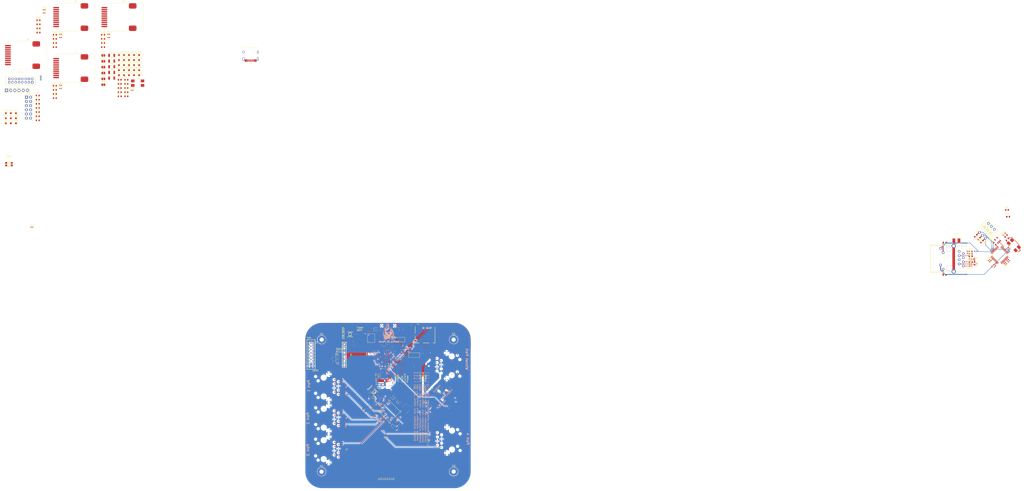
<source format=kicad_pcb>
(kicad_pcb (version 20241229) (generator "pcbnew") (generator_version "9.0")
  (layers (0 "F.Cu" signal) (4 "In1.Cu" signal "In1.Cu_GND") (6 "In2.Cu" signal "In2.Cu_PWR") (2 "B.Cu" signal) (13 "F.Paste" user) (15 "B.Paste" user) (5 "F.SilkS" user "F.Silkscreen") (7 "B.SilkS" user "B.Silkscreen") (1 "F.Mask" user) (3 "B.Mask" user) (25 "Edge.Cuts" user))
  (property "CONFIGURATIONPARAMETERS" "")
  (property "CONFIGURATORNAME" "")
  (property "DESIGNDESCRIPTION" "=DesignDescription")
  (property "DESIGNER" "=ProjectEngineer")
  (property "DOCUMENTFULLPATHANDNAME" "//depot_np_hweng_boards/ung_hweng/UNG_8123_EVB-3_Shasta_KSZ9563 (Boulder_Creek)/A/A0/")
  (property "DOCUMENTNUMBER" "5")
  (property "DRAWNBY" "=ProjectDrawnBy")
  (property "ISUSERCONFIGURABLE" "")
  (property "PAGESETUP" "Record=PageOptions¦CenterHorizontal=True¦CenterVertical=True¦PrintScale=1.02¦XCorrection=1.00¦YCorrection=1.00¦PrintKind=0¦BorderSize=5000000¦LeftOffset=0¦BottomOffset=0¦Orientation=2¦PaperLength=1000¦PaperWidth=1000¦Scale=100¦PaperSource=7¦PrintQuality=600¦MediaType=1¦DitherType=10¦PrintScaleMode=1¦PaperKind=11x17¦PaperIndex=17")
  (property "PAGETITLE" "Board Power I/O and Regulators")
  (property "PARTNUMBER" "=PartNumber")
  (property "PROJECTNAME" "=ProjectName")
  (property "PROJNAME" "=ProjName")
  (property "SHEETTOTAL" "=SheetTotal")
  (property "VERSIONCONTROL_REVNUMBER" "")
  (net 0 "")
  (net 1 "Net-(U1-XIN)")
  (net 2 "Net-(U1-VREG_AVDD)")
  (net 3 "Net-(U4-TOCAP)")
  (net 4 "GNDA")
  (net 5 "Net-(U4-1V2O)")
  (net 6 "Net-(C5-Pad2)")
  (net 7 "TCT")
  (net 8 "GND")
  (net 9 "Net-(U4-XO)")
  (net 10 "Net-(U4-XI{slash}CLKIN)")
  (net 11 "RCT")
  (net 12 "T1CT")
  (net 13 "D+")
  (net 14 "+1V1")
  (net 15 "R1CT")
  (net 16 "D-")
  (net 17 "SPI1_RX")
  (net 18 "UART1_RTS")
  (net 19 "3V3A")
  (net 20 "SPI1_TX")
  (net 21 "UART1_CTS")
  (net 22 "UART1_TX")
  (net 23 "UART1_RX")
  (net 24 "SPI1_CS1")
  (net 25 "SPI1_SCK")
  (net 26 "RX")
  (net 27 "CGND")
  (net 28 "TX")
  (net 29 "T2CT")
  (net 30 "Net-(C30-Pad2)")
  (net 31 "VDDIO")
  (net 32 "VDDAT")
  (net 33 "R2CT")
  (net 34 "T3CT")
  (net 35 "Net-(C31-Pad2)")
  (net 36 "Net-(C39-Pad2)")
  (net 37 "R3CT")
  (net 38 "T4CT")
  (net 39 "Net-(C52-Pad1)")
  (net 40 "Net-(JP2-B)")
  (net 41 "Net-(JP3-B)")
  (net 42 "LED1_0")
  (net 43 "LED1_1")
  (net 44 "LED2_0")
  (net 45 "LED2_1")
  (net 46 "LED3_0")
  (net 47 "R4CT")
  (net 48 "TX -")
  (net 49 "TX +")
  (net 50 "SPI0_CSO")
  (net 51 "Net-(RJ1-RLED+)")
  (net 52 "Net-(RJ1-LLED+)")
  (net 53 "SPI0_ETHER")
  (net 54 "/Raspberry_pi/~{USB_BOOT}")
  (net 55 "GPIO14")
  (net 56 "Net-(CN1-Pad4)")
  (net 57 "YELLOW_LED")
  (net 58 "GREEN_LED")
  (net 59 "LED3_1")
  (net 60 "LED4_1")
  (net 61 "LED4_0")
  (net 62 "VCC")
  (net 64 "Net-(CN1-Pad12)")
  (net 67 "SPI0_MOSI")
  (net 68 "SPI0_SCK")
  (net 70 "SPI0_MISO")
  (net 76 "Net-(CN1-Pad8)")
  (net 77 "Net-(JP4-B)")
  (net 78 "SPI0_CS1")
  (net 79 "RX +")
  (net 80 "RX -")
  (net 81 "Net-(U1-VREG_LX)")
  (net 82 "Net-(U1-XOUT)")
  (net 83 "Net-(U1-USB_DP)")
  (net 84 "Net-(U1-USB_DM)")
  (net 85 "Net-(U4-EXRES1)")
  (net 86 "GPIO15")
  (net 87 "Net-(CN1-Pad6)")
  (net 88 "Net-(CN1-Pad10)")
  (net 97 "/Raspberry_pi/QSPI_DATA_3")
  (net 98 "/Raspberry_pi/QSPI_SCK")
  (net 99 "/Raspberry_pi/QSPI_DATA_1")
  (net 100 "/Raspberry_pi/QSPI_DATA_0")
  (net 101 "/Raspberry_pi/QSPI_DATA_2")
  (net 102 "SWDIO")
  (net 104 "SWCLK")
  (net 107 "Net-(D2-K)")
  (net 114 "Net-(D4-A)")
  (net 115 "Net-(U7-XO)")
  (net 116 "+3V3")
  (net 117 "1.2A")
  (net 118 "1.2D")
  (net 119 "INTR_N")
  (net 120 "PME_N")
  (net 121 "RST_N")
  (net 122 "Chassis_GND")
  (net 123 "Net-(U7-XI)")
  (net 124 "SWD")
  (net 125 "Net-(D3-K)")
  (net 126 "Net-(D5-A)")
  (net 127 "I2C0_SCL")
  (net 128 "Net-(JP5-B)")
  (net 129 "Net-(JP6-B)")
  (net 130 "I2C0_SDA")
  (net 131 "Net-(U7-ISET)")
  (net 132 "Net-(U7-SPIS_N)")
  (net 133 "Net-(U7-SDA_MDIO)")
  (net 134 "Net-(U7-SCL_MDC)")
  (net 135 "RX1-")
  (net 136 "Net-(U7-REFCLKO)")
  (net 137 "I2C1_SDA")
  (net 138 "I2C1_SCL")
  (net 139 "GPIO22")
  (net 140 "GPIO27_ADC1")
  (net 141 "GPIO23")
  (net 142 "GPIO24")
  (net 143 "GPIO29_ADC3")
  (net 145 "GPIO28_ADC2")
  (net 147 "GPIO26_ADC0")
  (net 148 "Net-(J3-Pin_11)")
  (net 149 "GPIO25")
  (net 151 "Net-(J5-CC1)")
  (net 153 "Net-(J5-CC2)")
  (net 154 "Net-(J6-Pad2)")
  (net 155 "Net-(J6-Pad10)")
  (net 156 "Net-(J7-Pad10)")
  (net 157 "Net-(J7-Pad2)")
  (net 158 "Net-(J8-Pad2)")
  (net 159 "Net-(J8-Pad10)")
  (net 161 "Net-(J9-Pad10)")
  (net 162 "Net-(J9-Pad2)")
  (net 163 "Net-(JP1-B)")
  (net 164 "/Raspberry_pi/ QSPI_SS")
  (net 165 "Net-(U1-RUN)")
  (net 166 "VBUS")
  (net 167 "Net-(R3-Pad2)")
  (net 168 "PMODE2")
  (net 169 "PMODE1")
  (net 170 "PMODE0")
  (net 171 "Net-(D1-A)")
  (net 172 "RX1+")
  (net 173 "RX2-")
  (net 174 "RX2+")
  (net 175 "RX3+")
  (net 176 "RX4-")
  (net 177 "RX4+")
  (net 178 "TX1+")
  (net 179 "TX1-")
  (net 180 "TX2+")
  (net 181 "TX2-")
  (net 182 "TX3+")
  (net 183 "TX3-")
  (net 184 "TX4+")
  (net 185 "TX4-")
  (net 186 "RX3-")
  (net 187 "RSTn")
  (net 188 "INTn")
  (net 189 "Net-(U7-SPIQ)")
  (net 190 "Net-(SW1-Pad2')")
  (net 191 "Net-(SW1-Pad1)")
  (net 192 "Net-(SW2-Pad1)")
  (net 193 "Net-(SW2-Pad2')")
  (net 194 "Net-(SW4-Pad2')")
  (net 195 "Net-(SW4-Pad1')")
  (net 196 "Net-(U7-TXEN5{slash}TXDS5_CTL)")
  (net 197 "Net-(U7-TXD5_0)")
  (net 198 "Net-(U7-TXD5_1)")
  (net 199 "Net-(U7-TXD5_2)")
  (net 200 "Net-(U7-TXD5_3)")
  (net 201 "Net-(U7-TXER5)")
  (net 202 "Net-(U7-TXD5_4)")
  (net 203 "Net-(U7-TXD5_5)")
  (net 204 "Net-(U7-TXD5_6)")
  (net 205 "Net-(U7-RXD5_7)")
  (net 206 "Net-(U7-RXD5_6)")
  (net 207 "Net-(U7-RXD5_5)")
  (net 208 "Net-(U7-RXD5_4)")
  (net 209 "Net-(U7-COL5)")
  (net 210 "Net-(U7-CRS5)")
  (net 211 "Net-(U7-RXER5)")
  (net 212 "Net-(U7-RXDV5{slash}CRSDV5{slash}RXD5_CTL)")
  (net 213 "Net-(U7-RXD5_3)")
  (net 214 "Net-(U7-RXD5_2)")
  (net 215 "Net-(U7-RXD5_1)")
  (net 216 "Net-(U7-RXD5_0)")
  (net 217 "Net-(U7-RXC5{slash}GRXC5)")
  (net 218 "Net-(U7-TXC5{slash}REFCLKI5{slash}GTXC5)")
  (net 219 "Net-(U7-TXD5_7)")
  (footprint "Resistor_SMD:R_0603_1608Metric" (layer "F.Cu") (at 152.424064 104.685084 135)
    (property "Reference" "R33" (hide yes))
    (property "Value" "4.7k")
  )
  (footprint "TestPoint:TestPoint_Pad_1.0x1.0mm" (layer "F.Cu") (at -3.85 -120.15)
    (property "Reference" "TP31")
    (property "Value" "TestPoint")
  )
  (footprint "Capacitor_SMD:C_0402_1005Metric" (layer "F.Cu") (at 143.375192 56.273569 90)
    (property "Reference" "C9" (hide yes))
    (property "Value" "100nF")
  )
  (footprint "Capacitor_SMD:C_0402_1005Metric" (layer "F.Cu") (at 499.87 6.58 180)
    (property "Reference" "C30")
    (property "Value" "6.8nF")
  )
  (footprint "Capacitor_SMD:C_0402_1005Metric" (layer "F.Cu") (at 135.060192 96.078569 -135)
    (property "Reference" "C45" (hide yes))
    (property "Value" "100nF")
  )
  (footprint "Resistor_SMD:R_0603_1608Metric" (layer "F.Cu") (at 138.653158 90.348491 135)
    (property "Reference" "R40" (hide yes))
    (property "Value" "12.4k")
  )
  (footprint "TestPoint:TestPoint_Pad_1.0x1.0mm" (layer "F.Cu") (at 152.795293 90.207069 -45)
    (property "Reference" "TP23" (hide yes))
    (property "Value" "TestPoint")
  )
  (footprint "TestPoint:TestPoint_Pad_1.0x1.0mm" (layer "F.Cu") (at -16.05 -107.95)
    (property "Reference" "TP14")
    (property "Value" "TestPoint")
  )
  (footprint "Capacitor_SMD:C_0402_1005Metric" (layer "F.Cu") (at 143.650192 71.978569)
    (property "Reference" "C4" (hide yes))
    (property "Value" "15pF")
  )
  (footprint "Capacitor_SMD:C_0402_1005Metric" (layer "F.Cu") (at -51.44 -132.73)
    (property "Reference" "C65")
    (property "Value" "0.1uF")
  )
  (footprint "Resistor_SMD:R_0603_1608Metric" (layer "F.Cu") (at -65.26 -83.07)
    (property "Reference" "R16")
    (property "Value" "5.1k")
  )
  (footprint "Capacitor_SMD:C_0402_1005Metric" (layer "F.Cu") (at 138.710192 62.778569 180)
    (property "Reference" "C3" (hide yes))
    (property "Value" "100nF")
  )
  (footprint "LED_SMD:LED_0603_1608Metric" (layer "F.Cu") (at 116.65 65.25)
    (property "Reference" "D3" (hide yes))
    (property "Value" "LED")
  )
  (footprint "TestPoint:TestPoint_Pad_1.0x1.0mm" (layer "F.Cu") (at -13 -117.1)
    (property "Reference" "TP16")
    (property "Value" "TestPoint")
  )
  (footprint "Capacitor_SMD:C_0402_1005Metric" (layer "F.Cu") (at -51.44 -99.87)
    (property "Reference" "C62")
    (property "Value" "0.1uF")
  )
  (footprint "Resistor_SMD:R_0603_1608Metric" (layer "F.Cu") (at 152.088186 87.873617 -135)
    (property "Reference" "R39" (hide yes))
    (property "Value" "4.7k")
  )
  (footprint "Capacitor_SMD:C_0402_1005Metric" (layer "F.Cu") (at 151.876057 102.440018 135)
    (property "Reference" "C35" (hide yes))
    (property "Value" "100nF")
  )
  (footprint "Capacitor_SMD:C_0402_1005Metric" (layer "F.Cu") (at 502.35 3.53 -90)
    (property "Reference" "C29")
    (property "Value" "10nF")
  )
  (footprint "easyeda2kicad:SOT-223-3_L6.5-W3.4-P2.30-LS7.0-BR" (layer "F.Cu") (at 162.760192 61.528569 90)
    (property "Reference" "U6" (hide yes))
    (property "Value" "AZ1117CH-1.2TRG1")
  )
  (footprint "Crystal:Crystal_SMD_7050-4Pin_7.0x5.0mm" (layer "F.Cu") (at -4.73 -103.1)
    (property "Reference" "Y3")
    (property "Value" "ABMM-25.000MHZ-B2-T")
  )
  (footprint "Capacitor_SMD:C_0402_1005Metric" (layer "F.Cu") (at 145.950192 69.778569 -90)
    (property "Reference" "C6" (hide yes))
    (property "Value" "4.7uF")
  )
  (footprint "TestPoint:TestPoint_Pad_1.0x1.0mm" (layer "F.Cu") (at -78.47 -84.88)
    (property "Reference" "TP7")
    (property "Value" "TestPoint")
  )
  (footprint "TestPoint:TestPoint_Pad_1.0x1.0mm" (layer "F.Cu") (at -3.85 -117.1)
    (property "Reference" "TP32")
    (property "Value" "TestPoint")
  )
  (footprint "Capacitor_SMD:C_0402_1005Metric" (layer "F.Cu") (at -61.38 -147.64)
    (property "Reference" "C59")
    (property "Value" "0.1uF")
  )
  (footprint "Resistor_SMD:R_0402_1005Metric" (layer "F.Cu") (at 143.079647 87.279647 135)
    (property "Reference" "R37" (hide yes))
    (property "Value" "10k")
  )
  (footprint "Resistor_SMD:R_0603_1608Metric" (layer "F.Cu") (at -15.57 -95.13)
    (property "Reference" "R41")
    (property "Value" "750")
  )
  (footprint "TestPoint:TestPoint_Pad_1.0x1.0mm" (layer "F.Cu") (at -6.9 -117.1)
    (property "Reference" "TP27")
    (property "Value" "TestPoint")
  )
  (footprint "Resistor_SMD:R_0603_1608Metric" (layer "F.Cu") (at -65.26 -93.11)
    (property "Reference" "R9")
    (property "Value" "10k")
  )
  (footprint "LED_SMD:LED_0603_1608Metric" (layer "F.Cu") (at 139.810192 45.928569)
    (property "Reference" "D1" (hide yes))
    (property "Value" "LED")
  )
  (footprint "Capacitor_SMD:C_0402_1005Metric" (layer "F.Cu") (at 520.75 6.6 135)
    (property "Reference" "C27")
    (property "Value" "0.1uF")
  )
  (footprint "Resistor_SMD:R_0603_1608Metric" (layer "F.Cu") (at 113.499999 62.7 180)
    (property "Reference" "R11" (hide yes))
    (property "Value" "1k")
  )
  (footprint "Capacitor_SMD:C_0402_1005Metric" (layer "F.Cu") (at 521.4 5.95 135)
    (property "Reference" "C26")
    (property "Value" "0.1uF")
  )
  (footprint "Capacitor_SMD:C_0402_1005Metric" (layer "F.Cu") (at 139.385192 64.353569 180)
    (property "Reference" "C12" (hide yes))
    (property "Value" "100nF")
  )
  (footprint "Resistor_SMD:R_0603_1608Metric" (layer "F.Cu") (at -65.26 -85.58)
    (property "Reference" "R15")
    (property "Value" "0")
  )
  (footprint "Resistor_SMD:R_0603_1608Metric" (layer "F.Cu") (at 142.210192 46.728569 -90)
    (property "Reference" "R8" (hide yes))
    (property "Value" "10k")
  )
  (footprint "Capacitor_SMD:C_0402_1005Metric" (layer "F.Cu") (at 158.070781 96.889158 135)
    (property "Reference" "C46" (hide yes))
    (property "Value" "100nF")
  )
  (footprint "easyeda2kicad:KEY-TH_4P-L3.5-W4.9-P2.80-LS4.3" (layer "F.Cu") (at -82.7 -54)
    (property "Reference" "SW2")
    (property "Value" "EVPAA602W")
  )
  (footprint "Resistor_SMD:R_0402_1005Metric" (layer "F.Cu") (at 141.729073 88.61608 135)
    (property "Reference" "R35" (hide yes))
    (property "Value" "10k")
  )
  (footprint "Resistor_SMD:R_0603_1608Metric" (layer "F.Cu") (at -54.88 -101.57)
    (property "Reference" "R54")
    (property "Value" "1k")
  )
  (footprint "LED_SMD:LED_0603_1608Metric" (layer "F.Cu") (at 150.276226 104.941407 -45)
    (property "Reference" "D4" (hide yes))
    (property "Value" "LED")
  )
  (footprint "Resistor_SMD:R_0603_1608Metric" (layer "F.Cu") (at 113.5625 65.25 180)
    (property "Reference" "R13" (hide yes))
    (property "Value" "1k")
  )
  (footprint "Capacitor_SMD:C_0402_1005Metric" (layer "F.Cu") (at 159.357715 95.418376 135)
    (property "Reference" "C48" (hide yes))
    (property "Value" "10nF")
  )
  (footprint "Capacitor_SMD:C_0402_1005Metric" (layer "F.Cu") (at 157.830192 57.628569)
    (property "Reference" "C34" (hide yes))
    (property "Value" "100nF")
  )
  (footprint "Resistor_SMD:R_0603_1608Metric" (layer "F.Cu") (at 514.55 -5.85 135)
    (property "Reference" "R22")
    (property "Value" "4.7k")
  )
  (footprint "TestPoint:TestPoint_Pad_1.0x1.0mm" (layer "F.Cu") (at -3.85 -107.95)
    (property "Reference" "TP36")
    (property "Value" "TestPoint")
  )
  (footprint "TestPoint:TestPoint_Pad_1.0x1.0mm" (layer "F.Cu") (at -9.95 -120.15)
    (property "Reference" "TP20")
    (property "Value" "TestPoint")
  )
  (footprint "Connector_PinHeader_1.00mm:PinHeader_1x03_P1.00mm_Vertical" (layer "F.Cu") (at -63.39 -107.16)
    (property "Reference" "J1")
    (property "Value" "Conn_01x03_Pin")
  )
  (footprint "Resistor_SMD:R_0603_1608Metric" (layer "F.Cu") (at -64.82 -133.74)
    (property "Reference" "R53")
    (property "Value" "1k")
  )
  (footprint "Resistor_SMD:R_0603_1608Metric" (layer "F.Cu") (at 513.490429 7.442942 45)
    (property "Reference" "R18" (hide yes))
    (property "Value" "12.4k")
  )
  (footprint "TestPoint:TestPoint_Pad_1.0x1.0mm" (layer "F.Cu") (at -13 -120.15)
    (property "Reference" "TP15")
    (property "Value" "TestPoint")
  )
  (footprint "SCALES:LQFP-48_L7.0-W7.0-P0.50-LS9.0-BL" (layer "F.Cu") (at 517.506796 0.979987 -45)
    (property "Reference" "U4")
    (property "Value" "W5500")
  )
  (footprint "Capacitor_SMD:C_0402_1005Metric" (layer "F.Cu") (at -51.44 -101.84)
    (property "Reference" "C61")
    (property "Value" "0.1uF")
  )
  (footprint "Resistor_SMD:R_0603_1608Metric" (layer "F.Cu") (at -64.82 -138.76)
    (property "Reference" "R51")
    (property "Value" "1k")
  )
  (footprint "Resistor_SMD:R_0603_1608Metric" (layer "F.Cu") (at -25.67 -127.44)
    (property "Reference" "R60")
    (property "Value" "1k")
  )
  (footprint "Resistor_SMD:R_0603_1608Metric" (layer "F.Cu") (at 503.082482 -10.609441 -135)
    (property "Reference" "R19")
    (property "Value" "10k")
  )
  (footprint "Resistor_SMD:R_0402_1005Metric" (layer "F.Cu") (at 145.375192 56.303569 -90)
    (property "Reference" "R6" (hide yes))
    (property "Value" "27")
  )
  (footprint "TestPoint:TestPoint_Pad_1.0x1.0mm" (layer "F.Cu") (at -84.57 -84.88)
    (property "Reference" "TP1")
    (property "Value" "TestPoint")
  )
  (footprint "Jumper:SolderJumper-2_P1.3mm_Open_RoundedPad1.0x1.5mm" (layer "F.Cu") (at -25.5 -119.9)
    (property "Reference" "JP1")
    (property "Value" "SolderJumper_2_Open")
  )
  (footprint "Connector_RJ:RJ45_Pulse_JXD6-0001NL_Horizontal" (layer "F.Cu") (at -42.23 -143.14)
    (property "Reference" "J9")
    (property "Value" "RJ45_Pulse_JXD6-0001NL")
  )
  (footprint "Resistor_SMD:R_0603_1608Metric" (layer "F.Cu") (at -64.82 -141.27)
    (property "Reference" "R50")
    (property "Value" "1k")
  )
  (footprint "Resistor_SMD:R_0603_1608Metric" (layer "F.Cu") (at 502.35 6.03 -90)
    (property "Reference" "R28")
    (property "Value" "49.9")
  )
  (footprint "Capacitor_SMD:C_0402_1005Metric" (layer "F.Cu") (at 529.500001 -1.45 45)
    (property "Reference" "C25" (hide yes))
    (property "Value" "18pF")
  )
  (footprint "SCALES:HDR-TH_6P-P2.54-V-M-1" (layer "F.Cu") (at -77.85 -98.75)
    (property "Reference" "J2")
    (property "Value" "Conn_01x06")
  )
  (footprint "TestPoint:TestPoint_Pad_1.0x1.0mm" (layer "F.Cu") (at -13 -111)
    (property "Reference" "TP18")
    (property "Value" "TestPoint")
  )
  (footprint "Capacitor_SMD:C_0402_1005Metric" (layer "F.Cu") (at 140.360192 89.878569 -45)
    (property "Reference" "C50" (hide yes))
    (property "Value" "100nF")
  )
  (footprint "Resistor_SMD:R_0603_1608Metric" (layer "F.Cu") (at -11.56 -97.64)
    (property "Reference" "R45")
    (property "Value" "750")
  )
  (footprint "SCALES:C1210" (layer "F.Cu") (at 491.35 -7.62)
    (property "Reference" "C32")
    (property "Value" "1nF/2kV")
  )
  (footprint "Resistor_SMD:R_0603_1608Metric" (layer "F.Cu") (at -11.56 -105.17)
    (property "Reference" "R42")
    (property "Value" "750")
  )
  (footprint "Inductor_SMD:L_1206_3216Metric" (layer "F.Cu") (at -20.45 -106.15)
    (property "Reference" "FB7")
    (property "Value" "FerriteBead")
  )
  (footprint "TestPoint:TestPoint_Pad_1.0x1.0mm" (layer "F.Cu") (at -81.52 -78.78)
    (property "Reference" "TP6")
    (property "Value" "TestPoint")
  )
  (footprint "TestPoint:TestPoint_Pad_1.0x1.0mm" (layer "F.Cu") (at -16.05 -117.1)
    (property "Reference" "TP11")
    (property "Value" "TestPoint")
  )
  (footprint "SCALES:C_0402_1005Metric_small_pads" (layer "F.Cu") (at 147.325192 58.003569)
    (property "Reference" "C2" (hide yes))
    (property "Value" "4.7uF")
  )
  (footprint "Jumper:SolderJumper-2_P1.3mm_Open_RoundedPad1.0x1.5mm" (layer "F.Cu") (at -25.5 -102.15)
    (property "Reference" "JP6")
    (property "Value" "SolderJumper_2_Open")
  )
  (footprint "Capacitor_SMD:C_0402_1005Metric" (layer "F.Cu") (at -51.44 -130.76)
    (property "Reference" "C66")
    (property "Value" "0.1uF")
  )
  (footprint "Capacitor_SMD:C_0402_1005Metric" (layer "F.Cu") (at 142.400824 102.086464 45)
    (property "Reference" "C38" (hide yes))
    (property "Value" "100nF")
  )
  (footprint "TestPoint:TestPoint_Pad_1.0x1.0mm" (layer "F.Cu") (at -13 -107.95)
    (property "Reference" "TP19")
    (property "Value" "TestPoint")
  )
  (footprint "MountingHole:MountingHole_2.5mm_Pad" (layer "F.Cu") (at 106.7 132.3)
    (property "Reference" "H4")
    (property "Value" "MountingHole")
  )
  (footprint "Capacitor_SMD:C_0402_1005Metric" (layer "F.Cu") (at 511.174264 4.097918 45)
    (property "Reference" "C24")
    (property "Value" "0.1uF")
  )
  (footprint "easyeda2kicad:LQFP-80_L10.0-W10.0-P0.40-LS12.2-BL" (layer "F.Cu") (at 147.810192 95.828569 -45)
    (property "Reference" "U7" (hide yes))
    (property "Value" "KSZ8795CLXIC")
  )
  (footprint "Resistor_SMD:R_0603_1608Metric" (layer "F.Cu") (at 150.567908 86.141208 -45)
    (property "Reference" "R48" (hide yes))
    (property "Value" "330")
  )
  (footprint "Capacitor_SMD:C_0402_1005Metric" (layer "F.Cu") (at 146.000192 72.003569 180)
    (property "Reference" "C5" (hide yes))
    (property "Value" "15pF")
  )
  (footprint "easyeda2kicad:SOIC-8_L5.3-W5.3-P1.27-LS8.0-BL" (layer "F.Cu") (at 136.675192 51.403569 -90)
    (property "Reference" "U3" (hide yes))
    (property "Value" "W25Q128JVSIQTR")
  )
  (footprint "Jumper:SolderJumper-2_P1.3mm_Open_RoundedPad1.0x1.5mm" (layer "F.Cu") (at -25.5 -105.7)
    (property "Reference" "JP5")
    (property "Value" "SolderJumper_2_Open")
  )
  (footprint "Capacitor_SMD:C_0402_1005Metric" (layer "F.Cu") (at 149.575192 58.403569 -90)
    (property "Reference" "C7" (hide yes))
    (property "Value" "4.7uF")
  )
  (footprint "Capacitor_SMD:C_0402_1005Metric" (layer "F.Cu") (at 155.55301 92.894074 -135)
    (property "Reference" "C51" (hide yes))
    (property "Value" "100nF")
  )
  (footprint "Resistor_SMD:R_0603_1608Metric" (layer "F.Cu") (at -54.88 -127.44)
    (property "Reference" "R64")
    (property "Value" "1k")
  )
  (footprint "Resistor_SMD:R_0603_1608Metric" (layer "F.Cu") (at -65.26 -88.09)
    (property "Reference" "R12")
    (property "Value" "10k")
  )
  (footprint "Resistor_SMD:R_0603_1608Metric" (layer "F.Cu") (at 500 0.28)
    (property "Reference" "R31")
    (property "Value" "49.9")
  )
  (footprint "Connector_RJ:RJ45_Pulse_JXD6-0001NL_Horizontal" (layer "F.Cu") (at -13.02 -143.14)
    (property "Reference" "J8")
    (property "Value" "RJ45_Pulse_JXD6-0001NL")
  )
  (footprint "TestPoint:TestPoint_Pad_1.0x1.0mm" (layer "F.Cu") (at -84.57 -78.78)
    (property "Reference" "TP3")
    (property "Value" "TestPoint")
  )
  (footprint "SCALES:SOT-23-5_L3.0-W1.7-P0.95-LS2.8-BR" (layer "F.Cu") (at 516.3 -7.9 -45)
    (property "Reference" "U5")
    (property "Value" "SN74AHC1G125DBVR")
  )
  (footprint "Jumper:SolderJumper-2_P1.3mm_Open_RoundedPad1.0x1.5mm" (layer "F.Cu") (at -25.5 -112.8)
    (property "Reference" "JP3")
    (property "Value" "SolderJumper_2_Open")
  )
  (footprint "TestPoint:TestPoint_Pad_1.0x1.0mm" (layer "F.Cu") (at -9.95 -107.95)
    (property "Reference" "TP25")
    (property "Value" "TestPoint")
  )
  (footprint "TestPoint:TestPoint_Pad_1.0x1.0mm" (layer "F.Cu") (at -81.52 -81.83)
    (property "Reference" "TP5")
    (property "Value" "TestPoint")
  )
  (footprint "Resistor_SMD:R_0402_1005Metric" (layer "F.Cu") (at 144.825192 69.778569 90)
    (property "Reference" "R4" (hide yes))
    (property "Value" "1k")
  )
  (footprint "Crystal:Crystal_SMD_3225-4Pin_3.2x2.5mm" (layer "F.Cu") (at 144.600192 74.403569)
    (property "Reference" "Y1" (hide yes))
    (property "Value" "ABM8-272-T3")
  )
  (footprint "Resistor_SMD:R_0603_1608Metric" (layer "F.Cu") (at -25.67 -124.93)
    (property "Reference" "R61")
    (property "Value" "1k")
  )
  (footprint "Resistor_SMD:R_0603_1608Metric" (layer "F.Cu") (at 141.075 86.441726 45)
    (property "Reference" "R49" (hide yes))
    (property "Value" "10k")
  )
  (footprint "MountingHole:MountingHole_2.5mm_Pad" (layer "F.Cu") (at 106.8 52.3)
    (property "Reference" "H1")
    (property "Value" "MountingHole")
  )
  (footprint "TestPoint:TestPoint_Pad_1.0x1.0mm" (layer "F.Cu") (at -84.57 -81.83)
    (property "Reference" "TP2")
    (property "Value" "TestPoint")
  )
  (footprint "Connector_RJ:RJ45_Pulse_JXD6-0001NL_Horizontal" (layer "F.Cu") (at -71.44 -120.11)
    (property "Reference" "J6")
    (property "Value" "RJ45_Pulse_JXD6-0001NL")
  )
  (footprint "Capacitor_SMD:C_0402_1005Metric" (layer "F.Cu") (at 139.210192 59.403569 180)
    (property "Reference" "C10" (hide yes))
    (property "Value" "100nF")
  )
  (footprint "Capacitor_SMD:C_0402_1005Metric" (layer "F.Cu") (at 139.725192 47.503569 180)
    (property "Reference" "C19" (hide yes))
    (property "Value" "100nF")
  )
  (footprint "Resistor_SMD:R_0603_1608Metric" (layer "F.Cu") (at -15.57 -97.64)
    (property "Reference" "R34")
    (property "Value" "0")
  )
  (footprint "Resistor_SMD:R_0603_1608Metric" (layer "F.Cu") (at -25.67 -132.46)
    (property "Reference" "R58")
    (property "Value" "1k")
  )
  (footprint "Resistor_SMD:R_0603_1608Metric" (layer "F.Cu") (at -65.26 -90.6)
    (property "Reference" "R10")
    (property "Value" "10k")
  )
  (footprint "TestPoint:TestPoint_Pad_1.0x1.0mm" (layer "F.Cu") (at -6.9 -120.15)
    (property "Reference" "TP26")
    (property "Value" "TestPoint")
  )
  (footprint "Resistor_SMD:R_0603_1608Metric" (layer "F.Cu") (at -65.26 -80.56)
    (property "Reference" "R17")
    (property "Value" "5.1k")
  )
  (footprint "Capacitor_SMD:C_0805_2012Metric" (layer "F.Cu") (at 153.722692 45.978569 180)
    (property "Reference" "C16" (hide yes))
    (property "Value" "10uF")
  )
  (footprint "Capacitor_SMD:C_0402_1005Metric" (layer "F.Cu") (at 150.510192 67.103569)
    (property "Reference" "C13" (hide yes))
    (property "Value" "100nF")
  )
  (footprint "Capacitor_SMD:C_0805_2012Metric" (layer "F.Cu") (at 158.5 92.05 45)
    (property "Reference" "C44" (hide yes))
    (property "Value" "100uF")
  )
  (footprint "Connector_PinHeader_2.54mm:PinHeader_2x06_P2.54mm_Vertical" (layer "F.Cu") (at -72.11 -94.58)
    (property "Reference" "J3")
    (property "Value" "Conn_02x06_Odd_Even")
  )
  (footprint "easyeda2kicad:RJ45-TH_RB1-125BAG1A" (layer "F.Cu") (at 488.65 3.28 -90)
    (property "Reference" "RJ1")
    (property "Value" "RB1-125BAG1A")
  )
  (footprint "Capacitor_SMD:C_0402_1005Metric" (layer "F.Cu") (at 151.810192 64.153569)
    (property "Reference" "C11" (hide yes))
    (property "Value" "100nF")
  )
  (footprint "Resistor_SMD:R_0603_1608Metric" (layer "F.Cu") (at -65.26 -95.62)
    (property "Reference" "R7")
    (property "Value" "10k")
  )
  (footprint "Capacitor_SMD:C_0402_1005Metric" (layer "F.Cu") (at 153.806457 91.317228 -135)
    (property "Reference" "C54" (hide yes))
    (property "Value" "100nF")
  )
  (footprint "Capacitor_SMD:C_0402_1005Metric" (layer "F.Cu") (at 154.174154 100.21263 135)
    (property "Reference" "C36" (hide yes))
    (property "Value" "100nF")
  )
  (footprint "Capacitor_SMD:C_0402_1005Metric" (layer "F.Cu") (at 499.87 7.68 180)
    (property "Reference" "C31")
    (property "Value" "6.8nF")
  )
  (footprint "easyeda2kicad:IND-SMD_L2.0-W1.6_AOTA-B201610S3R3-101-T" (layer "F.Cu") (at 147.275192 56.31178)
    (property "Reference" "L1" (hide yes))
    (property "Value" "3.3uH")
  )
  (footprint "TestPoint:TestPoint_Pad_1.0x1.0mm" (layer "F.Cu") (at -13 -114.05)
    (property "Reference" "TP17")
    (property "Value" "TestPoint")
  )
  (footprint "TestPoint:TestPoint_Pad_1.0x1.0mm" (layer "F.Cu") (at -3.85 -114.05)
    (property "Reference" "TP33")
    (property "Value" "TestPoint")
  )
  (footprint "Capacitor_SMD:C_0402_1005Metric" (layer "F.Cu") (at 523.2 4.2 -45)
    (property "Reference" "C21" (hide yes))
    (property "Value" "0.1uF")
  )
  (footprint "Capacitor_SMD:C_0603_1608Metric" (layer "F.Cu") (at -15.57 -100.15)
    (property "Reference" "C58")
    (property "Value" "22uF")
  )
  (footprint "Resistor_SMD:R_0603_1608Metric" (layer "F.Cu") (at 484.2 13.13)
    (property "Reference" "R27")
    (property "Value" "330")
  )
  (footprint "Resistor_SMD:R_0402_1005Metric" (layer "F.Cu") (at 149.575192 56.553569 90)
    (property "Reference" "R2" (hide yes))
    (property "Value" "33")
  )
  (footprint "Resistor_SMD:R_0603_1608Metric" (layer "F.Cu") (at -64.82 -136.25)
    (property "Reference" "R52")
    (property "Value" "1k")
  )
  (footprint "Capacitor_SMD:C_0805_2012Metric" (layer "F.Cu") (at 167.5 60.7 -90)
    (property "Reference" "C39" (hide yes))
    (property "Value" "100uF")
  )
  (footprint "Capacitor_SMD:C_0805_2012Metric" (layer "F.Cu") (at 154.872692 59.028569 180)
    (property "Reference" "C17" (hide yes))
    (property "Value" "22uF")
  )
  (footprint "Resistor_SMD:R_0603_1608Metric" (layer "F.Cu") (at -54.88 -96.55)
    (property "Reference" "R56")
    (property "Value" "1k")
  )
  (footprint "TestPoint:TestPoint_Pad_1.0x1.0mm" (layer "F.Cu") (at -16.05 -111)
    (property "Reference" "TP13")
    (property "Value" "TestPoint")
  )
  (footprint "Resistor_SMD:R_0603_1608Metric" (layer "F.Cu") (at -54.88 -94.04)
    (property "Reference" "R57")
    (property "Value" "1k")
  )
  (footprint "Resistor_SMD:R_0603_1608Metric" (layer "F.Cu") (at 520.35 -11.6 45)
    (property "Reference" "R23")
    (property "Value" "4.7k")
  )
  (footprint "Capacitor_SMD:C_0402_1005Metric" (layer "F.Cu") (at 138.79458 92.894075 45)
    (property "Reference" "C52" (hide yes))
    (property "Value" "18pF")
  )
  (footprint "Capacitor_SMD:C_0402_1005Metric" (layer "F.Cu") (at 139.643109 98.338798 45)
    (property "Reference" "C37" (hide yes))
    (property "Value" "100nF")
  )
  (footprint "easyeda2kicad:SIM-SMD_8P-1040310811" (layer "F.Cu") (at 169.375 48.625 180)
    (property "Reference" "SIM1" (hide yes))
    (property "Value" "1040310811")
  )
  (footprint "TestPoint:TestPoint_Pad_1.0x1.0mm" (layer "F.Cu") (at -3.85 -111)
    (property "Reference" "TP34")
    (property "Value" "TestPoint")
  )
  (footprint "Crystal:Crystal_SMD_7050-4Pin_7.0x5.0mm" (layer "F.Cu") (at 526.1 -4.9 -45)
    (property "Reference" "Y2")
    (property "Value" "25MHz")
  )
  (footprint "Resistor_SMD:R_0603_1608Metric" (layer "F.Cu") (at 161.130192 43.768569 -90)
    (property "Reference" "R14" (hide yes))
    (property "Value" "10k")
  )
  (footprint "Capacitor_SMD:C_0402_1005Metric" (layer "F.Cu") (at 141.910192 90.128569 -45)
    (property "Reference" "C55" (hide yes))
    (property "Value" "100nF")
  )
  (footprint "SCALES:SW-TH_DSWB03LHGET" (layer "F.Cu") (at 509.8 -13.65 135)
    (property "Reference" "SW3")
    (property "Value" "3_Pin_Dip_Switch_DSWB03LHGET_C25503178")
  )
  (footprint "LED_SMD:LED_0603_1608Metric" (layer "F.Cu") (at 149.507248 87.201864 135)
    (property "Reference" "D5" (hide yes))
    (property "Value" "LED")
  )
  (footprint "Capacitor_SMD:C_0603_1608Metric" (layer "F.Cu") (at -15.57 -102.66)
    (property "Reference" "C57")
    (property "Value" "22uF")
  )
  (footprint "Capacitor_SMD:C_0805_2012Metric" (layer "F.Cu") (at 125.925192 54.653569)
    (property "Reference" "C18" (hide yes))
    (property "Value" "10uF")
  )
  (footprint "TestPoint:TestPoint_Pad_1.0x1.0mm" (layer "F.Cu") (at -9.95 -117.1)
    (property "Reference" "TP21")
    (property "Value" "TestPoint")
  )
  (footprint "easyeda2kicad:SOT-223-3_L6.5-W3.4-P2.30-LS7.0-BR" (layer "F.Cu") (at 153.872692 52.128569 90)
    (property "Reference" "U2" (hide yes))
    (property "Value" "AZ1117CH-3.3TRG1")
  )
  (footprint "Resistor_SMD:R_0603_1608Metric" (layer "F.Cu") (at 500.1 5.28)
    (property "Reference" "R26")
    (property "Value" "49.9")
  )
  (footprint "Capacitor_SMD:C_0402_1005Metric" (layer "F.Cu") (at 522.5 4.9 -45)
    (property "Reference" "C20" (hide yes))
    (property "Value" "10uF")
  )
  (footprint "TestPoint:TestPoint_Pad_1.0x1.0mm" (layer "F.Cu") (at -81.52 -84.88)
    (property "Reference" "TP4")
    (property "Value" "TestPoint")
  )
  (footprint "Inductor_SMD:L_1206_3216Metric" (layer "F.Cu") (at -20.45 -119.95)
    (property "Reference" "FB3")
    (property "Value" "FerriteBead")
  )
  (footprint "Capacitor_SMD:C_0402_1005Metric" (layer "F.Cu") (at 499.67 3.38 180)
    (property "Reference" "C33")
    (property "Value" "10nF")
  )
  (footprint "Resistor_SMD:R_0603_1608Metric" (layer "F.Cu") (at -54.88 -124.93)
    (property "Reference" "R65")
    (property "Value" "1k")
  )
  (footprint "Resistor_SMD:R_0603_1608Metric" (layer "F.Cu") (at -25.67 -129.95)
    (property "Reference" "R59")
    (property "Value" "1k")
  )
  (footprint "Inductor_SMD:L_1206_3216Metric" (layer "F.Cu") (at -20.45 -116.5)
    (property "Reference" "FB4")
    (property "Value" "FerriteBead")
  )
  (footprint "Resistor_SMD:R_0603_1608Metric" (layer "F.Cu") (at -11.56 -102.66)
    (property "Reference" "R43")
    (property "Value" "750")
  )
  (footprint "Inductor_SMD:L_0603_1608Metric" (layer "F.Cu") (at 522.6625 -22.15)
    (property "Reference" "FB2")
    (property "Value" "HH-1M1608-121JT")
  )
  (footprint "Capacitor_SMD:C_0402_1005Metric" (layer "F.Cu") (at 141.021967 92.010192 -45)
    (property "Reference" "C49" (hide yes))
    (property "Value" "100nF")
  )
  (footprint "Capacitor_SMD:C_0805_2012Metric" (layer "F.Cu") (at 132.75 94.75 135)
    (property "Reference" "C43" (hide yes))
    (property "Value" "100uF")
  )
  (footprint "Capacitor_SMD:C_0402_1005Metric" (layer "F.Cu") (at -61.38 -145.67)
    (property "Reference" "C60")
    (property "Value" "0.1uF")
  )
  (footprint "TestPoint:TestPoint_Pad_1.0x1.0mm" (layer "F.Cu") (at -6.9 -111)
    (property "Reference" "TP29")
    (property "Value" "TestPoint")
  )
  (footprint "Capacitor_SMD:C_0603_1608Metric" (layer "F.Cu") (at -15.57 -105.17)
    (property "Reference" "C56")
    (property "Value" "10uF")
  )
  (footprint "TestPoint:TestPoint_Pad_1.0x1.0mm" (layer "F.Cu") (at -9.95 -114.05)
    (property "Reference" "TP22")
    (property "Value" "TestPoint")
  )
  (footprint "Jumper:SolderJumper-2_P1.3mm_Open_RoundedPad1.0x1.5mm" (layer "F.Cu") (at -25.5 -109.25)
    (property "Reference" "JP4")
    (property "Value" "SolderJumper_2_Open")
  )
  (footprint "LED_SMD:LED_0603_1608Metric" (layer "F.Cu") (at 116.65 62.7)
    (property "Reference" "D2" (hide yes))
    (property "Value" "LED")
  )
  (footprint "Capacitor_SMD:C_0402_1005Metric" (layer "F.Cu") (at 150.535192 60.378569)
    (property "Reference" "C14" (hide yes))
    (property "Value" "100nF")
  )
  (footprint "Capacitor_SMD:C_0402_1005Metric" (layer "F.Cu") (at 511.874264 4.797919 45)
    (property "Reference" "C28")
    (property "Value" "10uF")
  )
  (footprint "TestPoint:TestPoint_Pad_1.0x1.0mm" (layer "F.Cu") (at -16.05 -120.15)
    (property "Reference" "TP10")
    (property "Value" "TestPoint")
  )
  (footprint "Resistor_SMD:R_0402_1005Metric" (layer "F.Cu") (at 127.825192 48.903569 90)
    (property "Reference" "R1" (hide yes))
    (property "Value" "1k")
  )
  (footprint "Inductor_SMD:L_1206_3216Metric" (layer "F.Cu") (at -20.45 -109.6)
    (property "Reference" "FB6")
    (property "Value" "FerriteBead")
  )
  (footprint "TestPoint:TestPoint_Pad_1.0x1.0mm" (layer "F.Cu") (at -6.9 -107.95)
    (property "Reference" "TP30")
    (property "Value" "TestPoint")
  )
  (footprint "Resistor_SMD:R_0603_1608Metric" (layer "F.Cu") (at 500 1.78)
    (property "Reference" "R30")
    (property "Value" "10")
  )
  (footprint "easyeda2kicad:CONN-TH_DF11-16DP-2DSA-08" (layer "F.Cu") (at 100.4 61.3 90)
    (property "Reference" "CN2" (hide yes))
    (property "Value" "DF11-16DP-2DSA(08)")
  )
  (footprint "TestPoint:TestPoint_Pad_1.0x1.0mm" (layer "F.Cu") (at -78.47 -78.78)
    (property "Reference" "TP9")
    (property "Value" "TestPoint")
  )
  (footprint "Capacitor_SMD:C_0402_1005Metric" (layer "F.Cu") (at 151.825192 63.178569)
    (property "Reference" "C8" (hide yes))
    (property "Value" "100nF")
  )
  (footprint "TestPoint:TestPoint_Pad_1.0x1.0mm" (layer "F.Cu") (at -6.9 -114.05)
    (property "Reference" "TP28")
    (property "Value" "TestPoint")
  )
  (footprint "easyeda2kicad:KEY-TH_4P-L3.5-W4.9-P2.80-LS4.3" (layer "F.Cu") (at 138.688514 84.019886 135)
    (property "Reference" "SW4" (hide yes))
    (property "Value" "EVPAA602W" (hide yes))
  )
  (footprint "Jumper:SolderJumper-2_P1.3mm_Open_RoundedPad1.0x1.5mm" (layer "F.Cu") (at -25.5 -116.35)
    (property "Reference" "JP2")
    (property "Value" "SolderJumper_2_Open")
  )
  (footprint "Capacitor_SMD:C_0402_1005Metric" (layer "F.Cu") (at 138.900647 97.596336 45)
    (property "Reference" "C41" (hide yes))
    (property "Value" "100nF")
  )
  (footprint "Resistor_SMD:R_0603_1608Metric" (layer "F.Cu") (at -54.88 -132.46)
    (property "Reference" "R62")
    (property "Value" "1k")
  )
  (footprint "Inductor_SMD:L_0603_1608Metric" (layer "F.Cu") (at 521.975 -26.3)
    (property "Reference" "FB1")
    (property "Value" "HH-1M1608-121JT")
  )
  (footprint "Resistor_SMD:R_0603_1608Metric" (layer "F.Cu") (at -11.56 -100.15)
    (property "Reference" "R44")
    (property "Value" "750")
  )
  (footprint "Resistor_SMD:R_0603_1608Metric" (layer "F.Cu") (at 506.794794 -7.109261 -135)
    (property "Reference" "R21")
    (property "Value" "10k")
  )
  (footprint "TestPoint:TestPoint_Pad_1.0x1.0mm" (layer "F.Cu") (at 137.981408 87.201866 135)
    (property "Reference" "TP35" (hide yes))
    (property "Value" "TestPoint")
  )
  (footprint "Capacitor_SMD:C_0402_1005Metric" (layer "F.Cu") (at 143.450192 69.778569 -90)
    (property "Reference" "C15" (hide yes))
    (property "Value" "100nF")
  )
  (footprint "Capacitor_SMD:C_0402_1005Metric" (layer "F.Cu") (at -22.23 -130.76)
    (property "Reference" "C64")
    (property "Value" "0.1uF")
  )
  (footprint "Inductor_SMD:L_1206_3216Metric" (layer "F.Cu") (at -20.45 -113.05)
    (property "Reference" "FB5")
    (property "Value" "FerriteBead")
  )
  (footprint "Capacitor_SMD:C_0402_1005Metric" (layer "F.Cu") (at 137.154092 94.534565 -135)
    (property "Reference" "C53" (hide yes))
    (property "Value" "18pF")
  )
  (footprint "SCALES:HDR-TH_6P-P2.54-V-M-1" (layer "F.Cu") (at 120.5 61.45 -90)
    (property "Reference" "J4")
    (property "Value" "Conn_01x06")
  )
  (footprint "Resistor_SMD:R_0603_1608Metric" (layer "F.Cu") (at 484.25 -6.57 180)
    (property "Reference" "R29")
    (property "Value" "330")
  )
  (footprint "Capacitor_SMD:C_0402_1005Metric" (layer "F.Cu") (at 514.724264 7.947918 45)
    (property "Reference" "C23")
    (property "Value" "0.1uF")
  )
  (footprint "MountingHole:MountingHole_2.5mm_Pad" (layer "F.Cu") (at 186.7 52.3)
    (property "Reference" "H2")
    (property "Value" "MountingHole")
  )
  (footprint "Capacitor_SMD:C_0402_1005Metric" (layer "F.Cu") (at 136.35 97.3 -135)
    (property "Reference" "C47" (hide yes))
    (property "Value" "10nF")
  )
  (footprint "Resistor_SMD:R_0402_1005Metric" (layer "F.Cu") (at 142.407895 87.951399 135)
    (property "Reference" "R36" (hide yes))
    (property "Value" "4.7k")
  )
  (footprint "Resistor_SMD:R_0603_1608Metric" (layer "F.Cu") (at 521.4 -10.5 45)
    (property "Reference" "R24")
    (property "Value" "4.7k")
  )
  (footprint "Resistor_SMD:R_0603_1608Metric" (layer "F.Cu") (at 152.371031 107.036214 -45)
    (property "Reference" "R47" (hide yes))
    (property "Value" "330")
  )
  (footprint "Resistor_SMD:R_0603_1608Metric" (layer "F.Cu") (at 505.027027 -8.877028 -135)
    (property "Reference" "R20")
    (property "Value" "10k")
  )
  (footprint "Resistor_SMD:R_0603_1608Metric" (layer "F.Cu") (at -11.56 -95.13)
    (property "Reference" "R46")
    (property "Value" "750")
  )
  (footprint "Resistor_SMD:R_0603_1608Metric" (layer "F.Cu") (at -54.88 -129.95)
    (property "Reference" "R63")
    (property "Value" "1k")
  )
  (footprint "easyeda2kicad:QFN-60_L7.0-W7.0-P0.40-TL-EP3.4" (layer "F.Cu") (at 145.225192 63.573569)
    (property "Reference" "U1" (hide yes))
    (property "Value" "RP2350A_C42411118")
  )
  (footprint "Resistor_SMD:R_0603_1608Metric" (layer "F.Cu") (at -54.88 -99.06)
    (property "Reference" "R55")
    (property "Value" "1k")
  )
  (footprint "TestPoint:TestPoint_Pad_1.0x1.0mm" (layer "F.Cu") (at -9.95 -111)
    (property "Reference" "TP24")
    (property "Value" "TestPoint")
  )
  (footprint "easyeda2kicad:KEY-TH_4P-L3.5-W4.9-P2.80-LS4.3" (layer "F.Cu") (at 124.025192 49.103569 180)
    (property "Reference" "SW1" (hide yes))
    (property "Value" "EVPAA602W")
  )
  (footprint "Resistor_SMD:R_0402_1005Metric" (layer "F.Cu") (at 147.310192 76.988568 90)
    (property "Reference" "R3" (hide yes))
    (property "Value" "1k")
  )
  (footprint "Resistor_SMD:R_0402_1005Metric" (layer "F.Cu") (at -8.1 -98.78)
    (property "Reference" "R38")
    (property "Value" "350")
  )
  (footprint "TestPoint:TestPoint_Pad_1.0x1.0mm" (layer "F.Cu") (at -78.47 -81.83)
    (property "Reference" "TP8")
    (property "Value" "TestPoint")
  )
  (footprint "easyeda2kicad:CONN-TH_DF11-16DP-2DSA-08" (layer "F.Cu") (at -75.585 -104.655)
    (property "Reference" "CN1")
    (property "Value" "Power Board Connector")
  )
  (footprint "Resistor_SMD:R_0603_1608Metric" (layer "F.Cu") (at 500 -1.22)
    (property "Reference" "R32")
    (property "Value" "49.9")
  )
  (footprint "Capacitor_SMD:C_0402_1005Metric" (layer "F.Cu") (at 162.710192 67.178569 90)
    (property "Reference" "C42" (hide yes))
    (property "Value" "100nF")
  )
  (footprint "Capacitor_SMD:C_0402_1005Metric" (layer "F.Cu") (at 523.35 -3.000001 135)
    (property "Reference" "C22" (hide yes))
    (property "Value" "18pF")
  )
  (footprint "Connector_RJ:RJ45_Pulse_JXD6-0001NL_Horizontal" (layer "F.Cu") (at -42.23 -112.25)
    (property "Reference" "J7")
    (property "Value" "RJ45_Pulse_JXD6-0001NL")
  )
  (footprint "Connector_USB:USB_C_Receptacle_HRO_TYPE-C-31-M-12" (layer "F.Cu") (at 63.75 -120.85 180)
    (property "Reference" "J5")
    (property "Value" "USB_C_Receptacle_USB2.0_16P")
  )
  (footprint "Capacitor_SMD:C_0402_1005Metric" (layer "F.Cu") (at -22.23 -132.73)
    (property "Reference" "C63")
    (property "Value" "0.1uF")
  )
  (footprint "Capacitor_SMD:C_0402_1005Metric" (layer "F.Cu") (at -68.785 -15.84)
    (property "Reference" "C40")
    (property "Value" "100nF")
  )
  (footprint "MountingHole:MountingHole_2.5mm_Pad" (layer "F.Cu") (at 186.75 132.25)
    (property "Reference" "H3")
    (property "Value" "MountingHole")
  )
  (footprint "Resistor_SMD:R_0603_1608Metric" (layer "F.Cu") (at 522.200001 -8.45 45)
    (property "Reference" "R25" (hide yes))
    (property "Value" "1M")
  )
  (footprint "SCALES:C_0402_1005Metric_small_pads" (layer "F.Cu") (at 147.325192 58.953569)
    (property "Reference" "C1" (hide yes))
    (property "Value" "4.7uF")
  )
  (footprint "Resistor_SMD:R_0402_1005Metric" (layer "F.Cu") (at 144.375192 56.303569 -90)
    (property "Reference" "R5" (hide yes))
    (property "Value" "27")
  )
  (footprint "TestPoint:TestPoint_Pad_1.0x1.0mm" (layer "F.Cu") (at -16.05 -114.05)
    (property "Reference" "TP12")
    (property "Value" "TestPoint")
  )
  (footprint "LOGO" (layer "B.Cu") (at 147.210192 47.578569 180)
    (property "Reference" "Gorilla_Of_Power")
    (property "Value" "LOGO" (hide yes))
  )
  (gr_circle (center 103.75 53.941318) (end 104.25 54.257003) (stroke (width 0.15)) (fill no) (layer "F.SilkS"))
  (gr_line (start 106.960192 42.166069) (end 188.338591 42.167208) (stroke (width 0.01)) (layer "Edge.Cuts"))
  (gr_arc (start 188.338592 42.167208) (mid 194.574455 45.574636) (end 197.035192 52.241069) (stroke (width 0.01)) (layer "Edge.Cuts"))
  (gr_arc (start 197.035192 132.216069) (mid 194.556625 138.852912) (end 188.334414 142.2404) (stroke (width 0.01)) (layer "Edge.Cuts"))
  (gr_line (start 96.88342 132.861138) (end 96.886294 51.515891) (stroke (width 0.01)) (layer "Edge.Cuts"))
  (gr_arc (start 107.060192 142.241069) (mid 100.106504 139.574866) (end 96.88342 132.861138) (stroke (width 0.01)) (layer "Edge.Cuts"))
  (gr_line (start 188.334414 142.2404) (end 107.060192 142.241068) (stroke (width 0.01)) (layer "Edge.Cuts"))
  (gr_arc (start 96.886293 51.515891) (mid 100.081402 44.856502) (end 106.960192 42.166069) (stroke (width 0.01)) (layer "Edge.Cuts"))
  (gr_line (start 197.035192 52.241069) (end 197.035192 132.216069) (stroke (width 0.01)) (layer "Edge.Cuts"))
  (gr_text "TX\n" (at 115.55 67.55 0) (layer "F.SilkS") (effects (font (size 1 1)) (justify left bottom)))
  (gr_text "SPI" (at 97.9 51.85 0) (layer "F.SilkS") (effects (font (size 1 1)) (justify left bottom)))
  (gr_text "Reset" (at 134.85 83.3 45) (layer "F.SilkS") (effects (font (size 1 1)) (justify left bottom)))
  (gr_text "~{USB_BOOT}" (at 120.65 52.25 90) (layer "F.SilkS") (effects (font (size 1 1)) (justify left bottom)))
  (gr_text "UART" (at 101.15 71.65 0) (layer "F.SilkS") (effects (font (size 1 1)) (justify left bottom)))
  (gr_text "RX" (at 114.85 61.75 0) (layer "F.SilkS") (effects (font (size 1 1)) (justify left bottom)))
  (gr_text "~{RESET}\n" (at 151.9 73.25 270) (layer "F.SilkS") (effects (font (size 1 1)) (justify left bottom)))
  (gr_text "1.2VD\nCurrent \nProbe" (at 170.4 77.7 90) (layer "F.SilkS") (effects (font (size 1 1)) (justify left bottom)))
  (gr_text "V1.2A\nCurrent\nProbe" (at 159.35 78.35 90) (layer "F.SilkS") (effects (font (size 1 1)) (justify left bottom)))
  (gr_text "SDA1\nSCL1" (at 115.3 60.15 0) (layer "F.SilkS") (effects (font (size 1 1)) (justify left bottom)))
  (gr_text "Flash\nQSPI" (at 127.95 47.15 0) (layer "F.SilkS") (effects (font (size 1 1)) (justify left bottom)))
  (gr_text "JLCJLCJLCJLC" (at 140.65 137.2 0) (layer "F.SilkS") (effects (font (size 1 1)) (justify left bottom)))
  (gr_text "RP Debug\nJTAG\n" (at 141.9 72.5 90) (layer "B.SilkS") (effects (font (size 1 1)) (justify left bottom mirror)))
  (gr_text "-" (at 180.5 81.35 45) (layer "B.SilkS") (effects (font (size 1 1)) (justify left bottom mirror)))
  (gr_text "Port 2" (at 99.4 96.2 90) (layer "B.SilkS") (effects (font (size 1.5 1.5) (thickness 0.3) (bold yes)) (justify left bottom mirror)))
  (gr_text "+" (at 181.7 87.5 45) (layer "B.SilkS") (effects (font (size 1 1)) (justify left bottom mirror)))
  (gr_text "Wiznet Port" (at 193.9 70.85 270) (layer "B.SilkS") (effects (font (size 1.5 1.5) (thickness 0.3) (bold yes)) (justify left bottom mirror)))
  (gr_text "PMODE1\n" (at 186.6 82.85 45) (layer "B.SilkS") (effects (font (size 1 1)) (justify left bottom mirror)))
  (gr_text "PMODE0" (at 179.3 80.2 45) (layer "B.SilkS") (effects (font (size 1 1)) (justify left bottom mirror)))
  (gr_text "Port 4" (at 194.4 116.25 270) (layer "B.SilkS") (effects (font (size 1.5 1.5) (thickness 0.3) (bold yes)) (justify left bottom mirror)))
  (gr_text "+" (at 182.066816 83.968655 45) (layer "B.SilkS") (effects (font (size 1 1)) (justify left bottom mirror)))
  (gr_text "PMODE2" (at 182.55 89.45 45) (layer "B.SilkS") (effects (font (size 1 1)) (justify left bottom mirror)))
  (gr_text "+" (at 177.417587 84.198464 45) (layer "B.SilkS") (effects (font (size 1 1)) (justify left bottom mirror)))
  (gr_text "-" (at 185.35 81.1 45) (layer "B.SilkS") (effects (font (size 1 1)) (justify left bottom mirror)))
  (gr_text "0 0 0 = 10BT Half-duplex, Auto-negotiation disabled\n0 0 1 = 10BT Full-duplex, Auto-negotiation disabled\n0 1 0 = 100BT Half-duplex, Auto-negotiation disabled\n0 1 1 = 100BT Full-duplex, Auto-negotiation disabled\n1 0 0 = 100BT Half-duplex, Auto-negotiation enabled\n1 1 1 = All capable, Auto-negotiation enabled (DEFAULT)" (at 171.8 71.85 90) (layer "B.SilkS") (effects (font (size 1 1)) (justify left bottom mirror)))
  (gr_text "Port 1" (at 99.85 76.55 90) (layer "B.SilkS") (effects (font (size 1.5 1.5) (thickness 0.3) (bold yes)) (justify left bottom mirror)))
  (gr_text "Port 3" (at 99.4 115.3 90) (layer "B.SilkS") (effects (font (size 1.5 1.5) (thickness 0.3) (bold yes)) (justify left bottom mirror)))
  (gr_text "-" (at 178.75 90.55 45) (layer "B.SilkS") (effects (font (size 1 1)) (justify left bottom mirror)))
  (segment (start 119.49 123.39) (end 119.5 123.4) (width 0.381) (layer "F.Cu") (net 0))
  (segment (start 116.94 104.3525) (end 119.53 104.3525) (width 0.381) (layer "F.Cu") (net 0))
  (segment (start 188.940192 71.906069) (end 188.940192 77.965192) (width 0.381) (layer "F.Cu") (net 0))
  (segment (start 114.43 84.1) (end 119.53 84.1) (width 0.381) (layer "F.Cu") (net 0))
  (segment (start 116.9 123.39) (end 119.49 123.39) (width 0.381) (layer "F.Cu") (net 0))
  (segment (start 188.925 58.2) (end 188.925 61.770877) (width 0.381) (layer "F.Cu") (net 0))
  (segment (start 188.925 61.770877) (end 188.940192 61.786069) (width 0.381) (layer "F.Cu") (net 0))
  (segment (start 119.53 104.3525) (end 119.54 104.3625) (width 0.381) (layer "F.Cu") (net 0))
  (segment (start 114.4 103.0825) (end 119.5 103.0825) (width 0.381) (layer "F.Cu") (net 0))
  (segment (start 119.5 103.0825) (end 119.57 103.0125) (width 0.381) (layer "F.Cu") (net 0))
  (segment (start 174.080192 63.676069) (end 174.070192 63.666069) (width 0.254) (layer "F.Cu") (net 0))
  (segment (start 174.376069 64.946069) (end 179.210192 64.946069) (width 0.254) (layer "F.Cu") (net 0))
  (segment (start 174.23 110.0375) (end 179.33 110.0375) (width 0.1524) (layer "F.Cu") (net 0))
  (segment (start 174.08 64.65) (end 174.376069 64.946069) (width 0.254) (layer "F.Cu") (net 0))
  (segment (start 119.49 85.44) (end 119.5 85.45) (width 0.381) (layer "F.Cu") (net 0))
  (segment (start 116.9 85.44) (end 119.49 85.44) (width 0.381) (layer "F.Cu") (net 0))
  (segment (start 176.86 108.6975) (end 174.27 108.6975) (width 0.1524) (layer "F.Cu") (net 0))
  (segment (start 154.572692 61.653569) (end 153.160192 61.653569) (width 0.127) (layer "F.Cu") (net 0))
  (segment (start 114.36 122.12) (end 119.460002 122.12) (width 0.381) (layer "F.Cu") (net 0))
  (segment (start 176.670192 63.676069) (end 174.080192 63.676069) (width 0.254) (layer "F.Cu") (net 0))
  (segment (start 119.460002 122.12) (end 119.530002 122.05) (width 0.381) (layer "F.Cu") (net 0))
  (segment (start 114.36 84.17) (end 114.43 84.1) (width 0.381) (layer "F.Cu") (net 0))
  (segment (start 188.940192 77.965192) (end 188.975 78) (width 0.381) (layer "F.Cu") (net 0))
  (segment (start 144.130192 71.978569) (end 144.464692 72.313069) (width 0.127) (layer "F.Cu") (net 1))
  (segment (start 144.425192 68.779849) (end 144.425192 67.143569) (width 0.127) (layer "F.Cu") (net 1))
  (segment (start 144.464692 72.313069) (end 144.464692 74.289069) (width 0.127) (layer "F.Cu") (net 1))
  (segment (start 144.130192 69.074849) (end 144.425192 68.779849) (width 0.127) (layer "F.Cu") (net 1))
  (segment (start 144.464692 74.289069) (end 143.500192 75.253569) (width 0.127) (layer "F.Cu") (net 1))
  (segment (start 144.130192 71.978569) (end 144.130192 69.074849) (width 0.127) (layer "F.Cu") (net 1))
  (segment (start 148.975192 58.819854) (end 148.975192 58.523569) (width 0.1524) (layer "F.Cu") (net 2))
  (segment (start 148.025192 59.769854) (end 148.975192 58.819854) (width 0.1524) (layer "F.Cu") (net 2))
  (segment (start 149.575192 57.063569) (end 149.575192 57.923569) (width 0.1524) (layer "F.Cu") (net 2))
  (segment (start 148.975192 58.523569) (end 149.575192 57.923569) (width 0.1524) (layer "F.Cu") (net 2))
  (segment (start 522.160589 4.560589) (end 522.148058 4.560589) (width 0.25) (layer "F.Cu") (net 3))
  (segment (start 167.24718 94.531325) (end 167.466385 94.750528) (width 0.254) (layer "F.Cu") (net 3))
  (segment (start 167.466385 94.750528) (end 168.8806 94.750528) (width 0.254) (layer "F.Cu") (net 3))
  (segment (start 168.8806 94.750528) (end 169.62306 94.008067) (width 0.254) (layer "F.Cu") (net 3))
  (segment (start 522.148058 4.560589) (end 521.04233 3.454861) (width 0.25) (layer "F.Cu") (net 3))
  (segment (start 172.12 113.5875) (end 171.835 113.3025) (width 0.1524) (layer "F.Cu") (net 4))
  (segment (start 168.208847 88.351214) (end 167.086135 87.2285) (width 0.254) (layer "F.Cu") (net 4))
  (segment (start 121.64 80.55) (end 121.925 80.835) (width 0.381) (layer "F.Cu") (net 4))
  (segment (start 168.208846 92.593854) (end 170.160461 90.642239) (width 0.254) (layer "F.Cu") (net 4))
  (segment (start 170.35138 92.57264) (end 170.407948 92.572641) (width 0.254) (layer "F.Cu") (net 4))
  (segment (start 165.051615 85.872802) (end 164.199551 86.724866) (width 0.254) (layer "F.Cu") (net 4))
  (segment (start 121.68 99.4625) (end 121.965 99.7475) (width 0.381) (layer "F.Cu") (net 4))
  (segment (start 170.004898 97.331467) (end 170.004898 97.083863) (width 0.254) (layer "F.Cu") (net 4))
  (segment (start 171.90717 86.774211) (end 170.874484 86.77421) (width 0.254) (layer "F.Cu") (net 4))
  (segment (start 120.64 80.55) (end 121.64 80.55) (width 0.381) (layer "F.Cu") (net 4))
  (segment (start 168.208847 88.351214) (end 168.816959 88.959325) (width 0.254) (layer "F.Cu") (net 4))
  (segment (start 170.004898 97.083863) (end 170.460192 96.628569) (width 0.254) (layer "F.Cu") (net 4))
  (segment (start 120.68 99.4625) (end 121.68 99.4625) (width 0.381) (layer "F.Cu") (net 4))
  (segment (start 165.624552 85.872804) (end 165.051615 85.872802) (width 0.254) (layer "F.Cu") (net 4))
  (segment (start 171.835 113.3025) (end 170.95 112.4175) (width 0.1524) (layer "F.Cu") (net 4))
  (segment (start 122.81 81.72) (end 121.925 80.835) (width 0.381) (layer "F.Cu") (net 4))
  (segment (start 168.816959 90.571527) (end 168.816959 90.203833) (width 0.254) (layer "F.Cu") (net 4))
  (segment (start 170.160461 90.642239) (end 170.160461 90.557386) (width 0.254) (layer "F.Cu") (net 4))
  (segment (start 167.770441 96.553652) (end 166.56836 95.351571) (width 0.254) (layer "F.Cu") (net 4))
  (segment (start 175.366535 82.664307) (end 174.38189 83.648951) (width 0.254) (layer "F.Cu") (net 4))
  (segment (start 121.640001 118.499999) (end 121.925001 118.784999) (width 0.381) (layer "F.Cu") (net 4))
  (segment (start 502.02 3.38) (end 502.35 3.05) (width 0.25) (layer "F.Cu") (net 4))
  (segment (start 500.15 3.38) (end 502.02 3.38) (width 0.25) (layer "F.Cu") (net 4))
  (segment (start 164.199551 86.724866) (end 164.199551 87.778456) (width 0.254) (layer "F.Cu") (net 4))
  (segment (start 168.816959 88.959325) (end 168.816959 90.203833) (width 0.254) (layer "F.Cu") (net 4))
  (segment (start 173.363655 85.317723) (end 173.363655 83.648953) (width 0.254) (layer "F.Cu") (net 4))
  (segment (start 170.874484 86.77421) (end 170.330168 86.229892) (width 0.254) (layer "F.Cu") (net 4))
  (segment (start 166.568359 95.670402) (end 166.110192 96.128569) (width 0.381) (layer "F.Cu") (net 4))
  (segment (start 122.85 100.6325) (end 121.965 99.7475) (width 0.381) (layer "F.Cu") (net 4))
  (segment (start 169.269508 93.654512) (end 170.35138 92.57264) (width 0.254) (layer "F.Cu") (net 4))
  (segment (start 174.38189 83.648951) (end 173.363655 83.648953) (width 0.254) (layer "F.Cu") (net 4))
  (segment (start 173.625285 83.387323) (end 173.625285 81.859973) (width 0.254) (layer "F.Cu") (net 4))
  (segment (start 120.640001 118.499999) (end 121.640001 118.499999) (width 0.381) (layer "F.Cu") (net 4))
  (segment (start 167.620623 83.87673) (end 165.624552 85.872804) (width 0.254) (layer "F.Cu") (net 4))
  (segment (start 173.12 113.5875) (end 172.12 113.5875) (width 0.1524) (layer "F.Cu") (net 4))
  (segment (start 122.810001 119.67) (end 121.925001 118.784999) (width 0.381) (layer "F.Cu") (net 4))
  (segment (start 166.187228 85.872804) (end 165.051615 85.872802) (width 0.254) (layer "F.Cu") (net 4))
  (segment (start 166.568359 95.210148) (end 166.568359 95.670402) (width 0.381) (layer "F.Cu") (net 4))
  (segment (start 167.501741 91.886745) (end 168.816959 90.571527) (width 0.254) (layer "F.Cu") (net 4))
  (segment (start 166.568359 95.210147) (end 165.755186 94.396976) (width 0.254) (layer "F.Cu") (net 4))
  (segment (start 167.086135 86.77171) (end 166.187228 85.872804) (width 0.254) (layer "F.Cu") (net 4))
  (segment (start 167.086135 87.2285) (end 167.086135 86.77171) (width 0.254) (layer "F.Cu") (net 4))
  (segment (start 173.363655 83.648953) (end 173.625285 83.387323) (width 0.254) (layer "F.Cu") (net 4))
  (segment (start 173.158594 85.522786) (end 171.90717 86.774211) (width 0.254) (layer "F.Cu") (net 4))
  (via (at 121.925 80.835) (size 0.6) (drill 0.3) (layers "F.Cu" "B.Cu") (net 4))
  (via (at 168.816959 90.203833) (size 0.6) (drill 0.3) (layers "F.Cu" "B.Cu") (net 4))
  (via (at 173.625285 81.859973) (size 0.6) (drill 0.3) (layers "F.Cu" "B.Cu") (net 4))
  (via (at 121.925001 118.784999) (size 0.6) (drill 0.3) (layers "F.Cu" "B.Cu") (net 4))
  (via (at 171.835 113.3025) (size 0.6) (drill 0.3) (layers "F.Cu" "B.Cu") (net 4))
  (via (at 170.407948 92.572641) (size 0.6) (drill 0.3) (layers "F.Cu" "B.Cu") (net 4))
  (via (at 166.110192 96.128569) (size 0.6) (drill 0.3) (layers "F.Cu" "B.Cu") (net 4))
  (via (at 121.965 99.7475) (size 0.6) (drill 0.3) (layers "F.Cu" "B.Cu") (net 4))
  (via (at 170.460192 96.628569) (size 0.6) (drill 0.3) (layers "F.Cu" "B.Cu") (net 4))
  (via (at 170.160461 90.557386) (size 0.6) (drill 0.3) (layers "F.Cu" "B.Cu") (net 4))
  (segment (start 169.326075 95.719266) (end 170.330167 94.715175) (width 0.254) (layer "F.Cu") (net 5))
  (segment (start 522.812272 3.810589) (end 521.749437 2.747754) (width 0.25) (layer "F.Cu") (net 5))
  (segment (start 522.860589 3.860589) (end 522.812272 3.812272) (width 0.25) (layer "F.Cu") (net 5))
  (segment (start 522.812272 3.812272) (end 522.812272 3.810589) (width 0.25) (layer "F.Cu") (net 5))
  (segment (start 169.326075 96.652647) (end 169.326075 95.719266) (width 0.254) (layer "F.Cu") (net 5))
  (segment (start 145.700192 73.553569) (end 145.700192 72.183569) (width 0.127) (layer "F.Cu") (net 6))
  (segment (start 145.520192 72.003569) (end 144.85 71.333377) (width 0.127) (layer "F.Cu") (net 6))
  (segment (start 144.85 71.333377) (end 144.85 70.313377) (width 0.127) (layer "F.Cu") (net 6))
  (segment (start 493.01 1.380001) (end 498.775001 1.380001) (width 0.25) (layer "F.Cu") (net 7))
  (segment (start 499.175 3.365) (end 499.19 3.38) (width 0.25) (layer "F.Cu") (net 7))
  (segment (start 499.175 1.78) (end 499.175 3.365) (width 0.25) (layer "F.Cu") (net 7))
  (segment (start 498.775001 1.380001) (end 499.175 1.78) (width 0.25) (layer "F.Cu") (net 7))
  (segment (start 141.570781 89.73058) (end 141.379359 89.539158) (width 0.1524) (layer "F.Cu") (net 8))
  (segment (start 152.215468 102.779429) (end 153.164608 103.728569) (width 0.1524) (layer "F.Cu") (net 8))
  (segment (start 145.174766 90.574766) (end 146.95 92.35) (width 0.254) (layer "F.Cu") (net 8))
  (segment (start 141.379359 89.539158) (end 140.020781 89.539158) (width 0.1524) (layer "F.Cu") (net 8))
  (segment (start 149.575192 59.103569) (end 148.925192 59.753569) (width 0.508) (layer "F.Cu") (net 8))
  (segment (start 173.540433 98.674973) (end 174.106117 98.674972) (width 0.2) (layer "F.Cu") (net 8))
  (segment (start 149.103414 102.496586) (end 148.5 103.1) (width 0.1524) (layer "F.Cu") (net 8))
  (segment (start 142.400192 71.549808) (end 142.400192 71.978569) (width 0.1524) (layer "F.Cu") (net 8))
  (segment (start 153.164608 103.728569) (end 153.510192 103.728569) (width 0.1524) (layer "F.Cu") (net 8))
  (segment (start 136.149603 95.739158) (end 136.260192 95.628569) (width 0.254) (layer "F.Cu") (net 8))
  (segment (start 139.133991 92.554664) (end 138.754664 92.554664) (width 0.254) (layer "F.Cu") (net 8))
  (segment (start 136.814681 94.873976) (end 136.814681 95.07408) (width 0.254) (layer "F.Cu") (net 8))
  (segment (start 162.710192 68.778569) (end 162.760192 68.828569) (width 0.1524) (layer "F.Cu") (net 8))
  (segment (start 150.785854 98.614146) (end 150.15 99.25) (width 0.1524) (layer "F.Cu") (net 8))
  (segment (start 172.65 93.102446) (end 170.683719 95.068727) (width 0.2) (layer "F.Cu") (net 8))
  (segment (start 157.350192 57.628569) (end 157.350192 58.701069) (width 0.1524) (layer "F.Cu") (net 8))
  (segment (start 175.124352 99.693206) (end 174.106117 98.674972) (width 0.2) (layer "F.Cu") (net 8))
  (segment (start 112.674999 62.7) (end 112.674999 63.875001) (width 0.254) (layer "F.Cu") (net 8))
  (segment (start 142.789734 96.606386) (end 142.789734 95.9) (width 0.1524) (layer "F.Cu") (net 8))
  (segment (start 184.938993 93.03226) (end 183.984399 93.986855) (width 0.1524) (layer "F.Cu") (net 8))
  (segment (start 138.561236 98.188764) (end 138.1 98.65) (width 0.2) (layer "F.Cu") (net 8))
  (segment (start 143.450192 70.499808) (end 142.400192 71.549808) (width 0.1524) (layer "F.Cu") (net 8))
  (segment (start 152.781152 92.837506) (end 151.628568 93.990092) (width 0.15) (layer "F.Cu") (net 8))
  (segment (start 167.05 59.3) (end 167.5 59.75) (width 0.381) (layer "F.Cu") (net 8))
  (segment (start 146.771894 92.528106) (end 146.95 92.35) (width 0.254) (layer "F.Cu") (net 8))
  (segment (start 138.561236 97.935747) (end 138.561236 98.188764) (width 0.2) (layer "F.Cu") (net 8))
  (segment (start 145.101973 90.574766) (end 145.174766 90.574766) (width 0.254) (layer "F.Cu") (net 8))
  (segment (start 171.708897 45.023705) (end 171.708897 44.127274) (width 0.15) (layer "F.Cu") (net 8))
  (segment (start 136.814681 95.07408) (end 136.260192 95.628569) (width 0.254) (layer "F.Cu") (net 8))
  (segment (start 166.958569 58.558569) (end 167.05 58.65) (width 0.381) (layer "F.Cu") (net 8))
  (segment (start 142.061413 102.425875) (end 141.225875 102.425875) (width 0.1524) (layer "F.Cu") (net 8))
  (segment (start 146.539448 89.160552) (end 147.1 88.6) (width 0.254) (layer "F.Cu") (net 8))
  (segment (start 155.822692 59.028569) (end 157.022692 59.028569) (width 0.127) (layer "F.Cu") (net 8))
  (segment (start 138.069795 89.35383) (end 138.69111 88.732515) (width 0.1524) (layer "F.Cu") (net 8))
  (segment (start 153.410192 63.178569) (end 154.260192 64.028569) (width 0.1524) (layer "F.Cu") (net 8))
  (segment (start 143.450192 70.258569) (end 143.450192 70.499808) (width 0.1524) (layer "F.Cu") (net 8))
  (segment (start 158.410192 97.178569) (end 159.010192 96.578569) (width 0.1524) (layer "F.Cu") (net 8))
  (segment (start 141.225875 102.425875) (end 138.1 99.3) (width 0.1524) (layer "F.Cu") (net 8))
  (segment (start 126.875192 54.653569) (end 126.875192 56.103569) (width 0.127) (layer "F.Cu") (net 8))
  (segment (start 138.1 99.3) (end 138.1 98.65) (width 0.1524) (layer "F.Cu") (net 8))
  (segment (start 165.060192 58.558569) (end 166.958569 58.558569) (width 0.381) (layer "F.Cu") (net 8))
  (segment (start 149.575192 58.883569) (end 149.575192 59.103569) (width 0.508) (layer "F.Cu") (net 8))
  (segment (start 152.009983 98.614146) (end 150.785854 98.614146) (width 0.1524) (layer "F.Cu") (net 8))
  (segment (start 133.145192 53.303569) (end 135.175192 53.303569) (width 0.1524) (layer "F.Cu") (net 8))
  (segment (start 154.135192 64.153569) (end 154.260192 64.028569) (width 0.1524) (layer "F.Cu") (net 8))
  (segment (start 151.015192 59.333569) (end 151.010192 59.328569) (width 0.1524) (layer "F.Cu") (net 8))
  (segment (start 146.516187 89.160552) (end 146.539448 89.160552) (width 0.254) (layer "F.Cu") (net 8))
  (segment (start 148.375192 47.384248) (end 148.046882 47.712558) (width 0.508) (layer "F.Cu") (net 8))
  (segment (start 154.513565 100.581942) (end 154.513565 100.552041) (width 0.1524) (layer "F.Cu") (net 8))
  (segment (start 159.697126 95.891635) (end 159.010192 96.578569) (width 0.1524) (layer "F.Cu") (net 8))
  (segment (start 135.575668 84.728569) (end 135.560192 84.728569) (width 0.1524) (layer "F.Cu") (net 8))
  (segment (start 138.730192 59.403569) (end 137.960192 59.403569) (width 0.127) (layer "F.Cu") (net 8))
  (segment (start 150.801253 100.79953) (end 150.15 100.148277) (width 0.15) (layer "F.Cu") (net 8))
  (segment (start 150.990192 67.103569) (end 151.535192 67.103569) (width 0.127) (layer "F.Cu") (net 8))
  (segment (start 138.754664 92.554664) (end 137.8 91.6) (width 0.254) (layer "F.Cu") (net 8))
  (segment (start 175.124351 97.402178) (end 176.538565 95.987965) (width 0.1524) (layer "F.Cu") (net 8))
  (segment (start 146.135192 43.953569) (end 148.015192 43.953569) (width 0.508) (layer "F.Cu") (net 8))
  (segment (start 136.956102 83.348135) (end 138.016763 82.287474) (width 0.1524) (layer "F.Cu") (net 8))
  (segment (start 140.020781 89.539158) (end 140.020781 90.99842) (width 0.1524) (layer "F.Cu") (net 8))
  (segment (start 173.55 92.985258) (end 174.572808 94.008066) (width 0.2) (layer "F.Cu") (net 8))
  (segment (start 152.305192 63.178569) (end 153.410192 63.178569) (width 0.1524) (layer "F.Cu") (net 8))
  (segment (start 135.011559 93.927202) (end 134.660192 94.278569) (width 0.254) (layer "F.Cu") (net 8))
  (segment (start 156.172692 46.628569) (end 155.972692 46.428569) (width 0.127) (layer "F.Cu") (net 8))
  (segment (start 175.124352 99.693206) (end 175.124351 97.402178) (width 0.1524) (layer "F.Cu") (net 8))
  (segment (start 174.106117 98.674972) (end 174.106117 98.109287) (width 0.2) (layer "F.Cu") (net 8))
  (segment (start 176.538565 95.987965) (end 174.572808 94.022208) (width 0.1524) (layer "F.Cu") (net 8))
  (segment (start 136.689411 96.960589) (end 136.689411 96.057788) (width 0.254) (layer "F.Cu") (net 8))
  (segment (start 176.480228 81.550613) (end 176.913331 81.117511) (width 0.254) (layer "F.Cu") (net 8))
  (segment (start 137.769275 91.630725) (end 137.8 91.6) (width 0.254) (layer "F.Cu") (net 8))
  (segment (start 148.375192 46.603569) (end 149.185192 46.603569) (width 0.508) (layer "F.Cu") (net 8))
  (segment (start 112.7375 65.25) (end 112.7375 63.9875) (width 0.254) (layer "F.Cu") (net 8))
  (segment (start 136.689411 96.057788) (end 136.260192 95.628569) (width 0.254) (layer "F.Cu") (net 8))
  (segment (start 144.226886 92.528106) (end 146.771894 92.528106) (width 0.254) (layer "F.Cu") (net 8))
  (segment (start 162.710192 67.658569) (end 162.710192 68.778569) (width 0.1524) (layer "F.Cu") (net 8))
  (segment (start 140.020781 90.99842) (end 140.682556 91.660195) (width 0.1524) (layer "F.Cu") (net 8))
  (segment (start 183.984399 93.986855) (end 183.842977 93.986853) (width 0.1524) (layer "F.Cu") (net 8))
  (segment (start 157.603374 92.721751) (end 156.710192 91.828569) (width 0.381) (layer "F.Cu") (net 8))
  (segment (start 173.15 92.1) (end 173.55 92.5) (width 0.2) (layer "F.Cu") (net 8))
  (segment (start 137.769275 91.939482) (end 137.769275 91.630725) (width 0.254) (layer "F.Cu") (net 8))
  (segment (start 171.690192 44.108569) (end 171.690192 43.329808) (width 0.15) (layer "F.Cu") (net 8))
  (segment (start 135.011559 92.293036) (end 135.011559 93.927202) (width 0.254) (layer "F.Cu") (net 8))
  (segment (start 171.708897 44.127274) (end 171.690192 44.108569) (width 0.15) (layer "F.Cu") (net 8))
  (segment (start 154.672692 45.978569) (end 155.522692 45.978569) (width 0.127) (layer "F.Cu") (net 8))
  (segment (start 144.615192 45.473569) (end 146.135192 43.953569) (width 0.508) (layer "F.Cu") (net 8))
  (segment (start 149.535192 45.473569) (end 148.015192 43.953569) (width 0.508) (layer "F.Cu") (net 8))
  (segment (start 138.230192 62.778569) (end 138.230192 62.080192) (width 0.1524) (layer "F.Cu") (net 8))
  (segment (start 173.15 92.1) (end 172.65 92.6) (width 0.2) (layer "F.Cu") (net 8))
  (segment (start 135.175192 53.303569) (end 135.225192 53.353569) (width 0.1524) (layer "F.Cu") (net 8))
  (segment (start 141.70786 97.68826) (end 142.789734 96.606386) (width 0.1524) (layer "F.Cu") (net 8))
  (segment (start 139.497753 89.539158) (end 138.69111 88.732515) (width 0.1524) (layer "F.Cu") (net 8))
  (segment (start 151.015192 60.323569) (end 149.575192 58.883569) (width 0.1524) (layer "F.Cu") (net 8))
  (segment (start 138.1 98.65) (end 139.275489 98.65) (width 0.2) (layer "F.Cu") (net 8))
  (segment (start 135.399603 95.739158) (end 136.149603 95.739158) (width 0.254) (layer "F.Cu") (net 8))
  (segment (start 139.245192 47.503569) (end 138.225192 47.503569) (width 0.2) (layer "F.Cu") (net 8))
  (segment (start 157.350192 58.701069) (end 157.022692 59.028569) (width 0.1524) (layer "F.Cu") (net 8))
  (segment (start 143.687759 91.988979) (end 144.226886 92.528106) (width 0.254) (layer "F.Cu") (net 8))
  (segment (start 140.682556 91.660195) (end 140.682556 91.670781) (width 0.1524) (layer "F.Cu") (net 8))
  (segment (start 138.103569 64.353569) (end 138.1 64.35) (width 0.1524) (layer "F.Cu") (net 8))
  (segment (start 151.015192 60.378569) (end 151.015192 59.333569) (width 0.1524) (layer "F.Cu") (net 8))
  (segment (start 156.172692 49.158569) (end 156.172692 46.628569) (width 0.127) (layer "F.Cu") (net 8))
  (segment (start 148.375192 46.603569) (end 148.375192 47.384248) (width 0.508) (layer "F.Cu") (net 8))
  (segment (start 155.984098 92.554663) (end 156.710192 91.828569) (width 0.1524) (layer "F.Cu") (net 8))
  (segment (start 172.65 92.6) (end 172.65 93.102446) (width 0.2) (layer "F.Cu") (net 8))
  (segment (start 112.7375 63.9875) (end 112.65 63.9) (width 0.254) (layer "F.Cu") (net 8))
  (segment (start 141.70786 93.968878) (end 142.789734 95.050752) (width 0.1524) (layer "F.Cu") (net 8))
  (segment (start 139.022692 45.928569) (end 139.022692 47.281069) (width 0.1) (layer "F.Cu") (net 8))
  (segment (start 176.913331 81.117511) (end 176.913331 78.854769) (width 0.254) (layer "F.Cu") (net 8))
  (segment (start 136.956102 83.348135) (end 135.575668 84.728569) (width 0.1524) (layer "F.Cu") (net 8))
  (segment (start 152.290192 64.153569) (end 154.135192 64.153569) (width 0.1524) (layer "F.Cu") (net 8))
  (segment (start 138.230192 62.080192) (end 138.2 62.05) (width 0.1524) (layer "F.Cu") (net 8))
  (segment (start 142.789734 95.050752) (end 142.789734 95.9) (width 0.1524) (layer "F.Cu") (net 8))
  (segment (start 139.022692 47.281069) (end 139.245192 47.503569) (width 0.1) (layer "F.Cu") (net 8))
  (segment (start 143.375192 55.793569) (end 143.375192 55.053569) (width 0.1524) (layer "F.Cu") (net 8))
  (segment (start 156.147692 61.653569) (end 156.147692 62.141069) (width 0.1524) (layer "F.Cu") (net 8))
  (segment (start 156.147692 62.141069) (end 154.260192 64.028569) (width 0.1524) (layer "F.Cu") (net 8))
  (segment (start 155.522692 45.978569) (end 155.972692 46.428569) (width 0.127) (layer "F.Cu") (net 8))
  (segment (start 134.660192 94.278569) (end 134.660192 94.310192) (width 0.1524) (layer "F.Cu") (net 8))
  (segment (start 140.020781 89.539158) (end 139.497753 89.539158) (width 0.1524) (layer "F.Cu") (net 8))
  (segment (start 149.104197 102.496586) (end 149.103414 102.496586) (width 0.1524) (layer "F.Cu") (net 8))
  (segment (start 112.674999 63.875001) (end 112.65 63.9) (width 0.254) (layer "F.Cu") (net 8))
  (segment (start 138.905192 64.353569) (end 138.103569 64.353569) (width 0.1524) (layer "F.Cu") (net 8))
  (segment (start 150.15 100.148277) (end 150.15 99.25) (width 0.15) (layer "F.Cu") (net 8))
  (segment (start 154.145868 90.942893) (end 154.760192 90.328569) (width 0.2) (layer "F.Cu") (net 8))
  (segment (start 152.49831 99.102473) (end 152.009983 98.614146) (width 0.1524) (layer "F.Cu") (net 8))
  (segment (start 173.55 92.5) (end 173.55 92.985258) (width 0.2) (layer "F.Cu") (net 8))
  (segment (start 133.51701 95.421751) (end 134.660192 94.278569) (width 0.381) (layer "F.Cu") (net 8))
  (segment (start 167.05 58.65) (end 167.05 59.3) (width 0.381) (layer "F.Cu") (net 8))
  (via (at 137.960192 59.403569) (size 0.6) (drill 0.3) (layers "F.Cu" "B.Cu") (net 8))
  (via (at 173.15 92.1) (size 0.6) (drill 0.3) (layers "F.Cu" "B.Cu") (net 8))
  (via (at 138.1 98.65) (size 0.6) (drill 0.3) (layers "F.Cu" "B.Cu") (net 8))
  (via (at 112.65 63.9) (size 0.6) (drill 0.3) (layers "F.Cu" "B.Cu") (net 8))
  (via (at 137.8 91.6) (size 0.6) (drill 0.3) (layers "F.Cu" "B.Cu") (net 8))
  (via (at 138.2 62.05) (size 0.6) (drill 0.3) (layers "F.Cu" "B.Cu") (net 8))
  (via (at 154.760192 90.328569) (size 0.6) (drill 0.3) (layers "F.Cu" "B.Cu") (net 8))
  (via (at 134.660192 94.278569) (size 0.6) (drill 0.3) (layers "F.Cu" "B.Cu") (net 8))
  (via (at 176.913331 78.854769) (size 0.6) (drill 0.3) (layers "F.Cu" "B.Cu") (net 8))
  (via (at 156.710192 91.828569) (size 0.6) (drill 0.3) (layers "F.Cu" "B.Cu") (net 8))
  (via (at 171.708897 45.023705) (size 0.6) (drill 0.3) (layers "F.Cu" "B.Cu") (net 8))
  (via (at 154.513565 100.552041) (size 0.6) (drill 0.3) (layers "F.Cu" "B.Cu") (net 8))
  (via (at 151.628568 93.990092) (size 0.6) (drill 0.3) (layers "F.Cu" "B.Cu") (net 8))
  (via (at 142.400192 71.978569) (size 0.6) (drill 0.3) (layers "F.Cu" "B.Cu") (net 8))
  (via (at 167.05 58.65) (size 0.6) (drill 0.3) (layers "F.Cu" "B.Cu") (net 8))
  (via (at 143.375192 55.053569) (size 0.6) (drill 0.3) (layers "F.Cu" "B.Cu") (net 8))
  (via (at 155.972692 46.428569) (size 0.6) (drill 0.3) (layers "F.Cu" "B.Cu") (net 8))
  (via (at 148.925192 59.753569) (size 0.6) (drill 0.3) (layers "F.Cu" "B.Cu") (net 8))
  (via (at 126.875192 56.103569) (size 0.6) (drill 0.3) (layers "F.Cu" "B.Cu") (net 8))
  (via (at 150.15 99.25) (size 0.6) (drill 0.3) (layers "F.Cu" "B.Cu") (net 8))
  (via (at 148.475192 58.603569) (size 0.6) (drill 0.3) (layers "F.Cu" "B.Cu") (net 8))
  (via (at 147.5 73) (size 0.6) (drill 0.3) (layers "F.Cu" "B.Cu") (net 8))
  (via (at 138.69111 88.732515) (size 0.6) (drill 0.3) (layers "F.Cu" "B.Cu") (net 8))
  (via (at 138.225192 47.503569) (size 0.6) (drill 0.3) (layers "F.Cu" "B.Cu") (net 8))
  (via (at 138.1 64.35) (size 0.6) (drill 0.3) (layers "F.Cu" "B.Cu") (net 8))
  (via (at 148.5 103.1) (size 0.6) (drill 0.3) (layers "F.Cu" "B.Cu") (net 8))
  (via (at 183.842977 93.986853) (size 0.6) (drill 0.3) (layers "F.Cu" "B.Cu") (net 8))
  (via (at 151.010192 59.328569) (size 0.6) (drill 0.3) (layers "F.Cu" "B.Cu") (net 8))
  (via (at 151.535192 67.103569) (size 0.6) (drill 0.3) (layers "F.Cu" "B.Cu") (net 8))
  (via (at 145.225192 63.573569) (size 0.6) (drill 0.3) (layers "F.Cu" "B.Cu") (net 8))
  (via (at 142.789734 95.9) (size 0.6) (drill 0.3) (layers "F.Cu" "B.Cu") (net 8))
  (via (at 135.560192 84.728569) (size 0.6) (drill 0.3) (layers "F.Cu" "B.Cu") (net 8))
  (via (at 162.760192 68.828569) (size 0.6) (drill 0.3) (layers "F.Cu" "B.Cu") (net 8))
  (via (at 153.510192 103.728569) (size 0.6) (drill 0.3) (layers "F.Cu" "B.Cu") (net 8))
  (via (at 147.1 88.6) (size 0.6) (drill 0.3) (layers "F.Cu" "B.Cu") (net 8))
  (via (at 148.046882 47.712558) (size 0.6) (drill 0.3) (layers "F.Cu" "B.Cu") (net 8))
  (via (at 135.225192 53.353569) (size 0.6) (drill 0.3) (layers "F.Cu" "B.Cu") (net 8))
  (via (at 136.260192 95.628569) (size 0.6) (drill 0.3) (layers "F.Cu" "B.Cu") (net 8))
  (via (at 154.260192 64.028569) (size 0.6) (drill 0.3) (layers "F.Cu" "B.Cu") (net 8))
  (via (at 159.010192 96.578569) (size 0.6) (drill 0.3) (layers "F.Cu" "B.Cu") (net 8))
  (via (at 146.95 92.35) (size 0.6) (drill 0.3) (layers "F.Cu" "B.Cu") (net 8))
  (via (at 157.022692 59.028569) (size 0.6) (drill 0.3) (layers "F.Cu" "B.Cu") (net 8))
  (segment (start 177.408306 94.693959) (end 178.327544 94.69396) (width 0.1524) (layer "F.Cu") (net 9))
  (segment (start 524.962242 -9.610062) (end 529.140559 -5.431745) (width 0.25) (layer "F.Cu") (net 9))
  (segment (start 177.726505 99.212372) (end 176.566848 100.372028) (width 0.2) (layer "F.Cu") (net 9))
  (segment (start 179.72337 94.318908) (end 180.643318 95.238856) (width 0.1524) (layer "F.Cu") (net 9))
  (segment (start 176.566848 100.372028) (end 175.803174 100.372027) (width 0.2) (layer "F.Cu") (net 9))
  (segment (start 522.783364 -9.033363) (end 523.360063 -9.610062) (width 0.25) (layer "F.Cu") (net 9))
  (segment (start 529.839412 -1.789411) (end 529.839412 -3.069776) (width 0.25) (layer "F.Cu") (net 9))
  (segment (start 176.648951 94.669997) (end 177.384342 94.669997) (width 0.1524) (layer "F.Cu") (net 9))
  (segment (start 178.327544 94.69396) (end 178.702598 94.318908) (width 0.1524) (layer "F.Cu") (net 9))
  (segment (start 529.140559 -5.431745) (end 529.140559 -3.768629) (width 0.25) (layer "F.Cu") (net 9))
  (segment (start 523.360063 -9.610062) (end 524.962242 -9.610062) (width 0.25) (layer "F.Cu") (net 9))
  (segment (start 180.643319 96.302629) (end 180.643319 97.569764) (width 0.2) (layer "F.Cu") (net 9))
  (segment (start 178.702598 94.318908) (end 179.72337 94.318908) (width 0.1524) (layer "F.Cu") (net 9))
  (segment (start 529.839412 -3.069776) (end 529.140559 -3.768629) (width 0.25) (layer "F.Cu") (net 9))
  (segment (start 180.643318 95.238856) (end 180.643319 96.302629) (width 0.1524) (layer "F.Cu") (net 9))
  (segment (start 175.279915 93.30096) (end 176.648951 94.669997) (width 0.1524) (layer "F.Cu") (net 9))
  (segment (start 177.384342 94.669997) (end 177.408306 94.693959) (width 0.1524) (layer "F.Cu") (net 9))
  (segment (start 179.00071 99.212373) (end 177.726505 99.212372) (width 0.2) (layer "F.Cu") (net 9))
  (segment (start 180.643319 97.569764) (end 179.00071 99.212373) (width 0.2) (layer "F.Cu") (net 9))
  (segment (start 179.476593 95.135903) (end 178.157839 96.454657) (width 0.2) (layer "F.Cu") (net 10))
  (segment (start 523.010589 -5.982519) (end 523.059441 -6.031371) (width 0.25) (layer "F.Cu") (net 10))
  (segment (start 521.616638 -7.474174) (end 523.059441 -6.031371) (width 0.25) (layer "F.Cu") (net 10))
  (segment (start 174.926361 93.654514) (end 176.580992 95.309144) (width 0.1524) (layer "F.Cu") (net 10))
  (segment (start 522.179749 -3.339412) (end 523.010589 -3.339412) (width 0.25) (layer "F.Cu") (net 10))
  (segment (start 521.616638 -7.866637) (end 521.616638 -7.474174) (width 0.25) (layer "F.Cu") (net 10))
  (segment (start 177.217387 95.309144) (end 178.080057 96.171814) (width 0.1524) (layer "F.Cu") (net 10))
  (segment (start 176.580992 95.309144) (end 177.217387 95.309144) (width 0.1524) (layer "F.Cu") (net 10))
  (segment (start 520.688777 -1.84844) (end 522.179749 -3.339412) (width 0.25) (layer "F.Cu") (net 10))
  (segment (start 523.010589 -3.339412) (end 523.010589 -5.982519) (width 0.25) (layer "F.Cu") (net 10))
  (segment (start 176.670192 66.216069) (end 174.191069 66.216069) (width 0.254) (layer "F.Cu") (net 11))
  (segment (start 502.35 4.01) (end 502.35 5.205) (width 0.25) (layer "F.Cu") (net 11))
  (segment (start 500.545 4.01) (end 502.35 4.01) (width 0.25) (layer "F.Cu") (net 11))
  (segment (start 495.55 5.18) (end 499.175 5.18) (width 0.25) (layer "F.Cu") (net 11))
  (segment (start 499.275 5.28) (end 500.545 4.01) (width 0.25) (layer "F.Cu") (net 11))
  (segment (start 170.8 65.975) (end 170.8 67.12) (width 0.254) (layer "F.Cu") (net 11))
  (segment (start 499.175 5.18) (end 499.275 5.28) (width 0.25) (layer "F.Cu") (net 11))
  (segment (start 174.191069 66.216069) (end 173.875 65.9) (width 0.254) (layer "F.Cu") (net 11))
  (segment (start 173.875 65.9) (end 172.655 67.12) (width 0.254) (layer "F.Cu") (net 11))
  (segment (start 172.655 67.12) (end 170.8 67.12) (width 0.254) (layer "F.Cu") (net 11))
  (segment (start 119.435 79.1) (end 119.685 79.35) (width 0.381) (layer "F.Cu") (net 12))
  (segment (start 114.36 79.1) (end 119.435 79.1) (width 0.381) (layer "F.Cu") (net 12))
  (segment (start 119.685 79.35) (end 119.685 80.545) (width 0.381) (layer "F.Cu") (net 12))
  (segment (start 119.685 80.545) (end 119.68 80.55) (width 0.381) (layer "F.Cu") (net 12))
  (segment (start 144.650192 51.628569) (end 144.650192 55.038568) (width 0.2) (layer "F.Cu") (net 13))
  (segment (start 146.975193 46.703568) (end 146.975193 49.303568) (width 0.2) (layer "F.Cu") (net 13))
  (segment (start 146.975193 49.303568) (end 144.650192 51.628569) (width 0.2) (layer "F.Cu") (net 13))
  (segment (start 144.375192 55.313568) (end 144.375192 55.793569) (width 0.2) (layer "F.Cu") (net 13))
  (segment (start 144.650192 55.038568) (end 144.375192 55.313568) (width 0.2) (layer "F.Cu") (net 13))
  (segment (start 148.805192 63.173569) (end 147.765192 63.173569) (width 0.127) (layer "F.Cu") (net 14))
  (segment (start 145.225192 66.013569) (end 145.260192 65.978569) (width 0.127) (layer "F.Cu") (net 14))
  (segment (start 145.950192 69.100069) (end 145.368692 68.518569) (width 0.127) (layer "F.Cu") (net 14))
  (segment (start 145.225192 67.143569) (end 145.225192 66.013569) (width 0.127) (layer "F.Cu") (net 14))
  (segment (start 151.345192 63.178569) (end 148.810192 63.178569) (width 0.127) (layer "F.Cu") (net 14))
  (segment (start 146.352519 58.496242) (end 146.845192 58.003569) (width 0.1524) (layer "F.Cu") (net 14))
  (segment (start 145.225192 68.375069) (end 145.225192 67.143569) (width 0.127) (layer "F.Cu") (net 14))
  (segment (start 142.705192 62.773569) (end 142.710192 62.778569) (width 0.127) (layer "F.Cu") (net 14))
  (segment (start 139.190192 62.778569) (end 141.640192 62.778569) (width 0.127) (layer "F.Cu") (net 14))
  (segment (start 145.368692 68.518569) (end 145.225192 68.375069) (width 0.127) (layer "F.Cu") (net 14))
  (segment (start 146.182519 58.496242) (end 146.352519 58.496242) (width 0.1524) (layer "F.Cu") (net 14))
  (segment (start 148.810192 63.178569) (end 148.805192 63.173569) (width 0.127) (layer "F.Cu") (net 14))
  (segment (start 147.765192 63.173569) (end 147.760192 63.178569) (width 0.127) (layer "F.Cu") (net 14))
  (segment (start 146.402392 58.716115) (end 146.182519 58.496242) (width 0.1524) (layer "F.Cu") (net 14))
  (segment (start 146.425192 60.003569) (end 146.425192 61.063569) (width 0.1524) (layer "F.Cu") (net 14))
  (segment (start 146.425192 61.063569) (end 146.410192 61.078569) (width 0.1524) (layer "F.Cu") (net 14))
  (segment (start 141.645192 62.773569) (end 142.705192 62.773569) (width 0.127) (layer "F.Cu") (net 14))
  (segment (start 146.402392 59.980769) (end 146.402392 58.716115) (width 0.1524) (layer "F.Cu") (net 14))
  (via (at 145.260192 65.978569) (size 0.6) (drill 0.3) (layers "F.Cu" "B.Cu") (net 14))
  (via (at 142.710192 62.778569) (size 0.6) (drill 0.3) (layers "F.Cu" "B.Cu") (net 14))
  (via (at 145.368692 68.518569) (size 0.6) (drill 0.3) (layers "F.Cu" "B.Cu") (net 14))
  (via (at 147.760192 63.178569) (size 0.6) (drill 0.3) (layers "F.Cu" "B.Cu") (net 14))
  (via (at 146.410192 61.078569) (size 0.6) (drill 0.3) (layers "F.Cu" "B.Cu") (net 14))
  (via (at 146.182519 58.496242) (size 0.6) (drill 0.3) (layers "F.Cu" "B.Cu") (net 14))
  (segment (start 122.81 83.775) (end 122.81 82.68) (width 0.381) (layer "F.Cu") (net 15))
  (segment (start 120.5015 82.0335) (end 122.1635 82.0335) (width 0.381) (layer "F.Cu") (net 15))
  (segment (start 119.635 82.9) (end 119.735 82.8) (width 0.381) (layer "F.Cu") (net 15))
  (segment (start 119.735 82.8) (end 120.5015 82.0335) (width 0.381) (layer "F.Cu") (net 15))
  (segment (start 116.9 82.9) (end 119.635 82.9) (width 0.381) (layer "F.Cu") (net 15))
  (segment (start 122.1635 82.0335) (end 122.81 82.68) (width 0.381) (layer "F.Cu") (net 15))
  (segment (start 146.961589 49.953569) (end 147.225192 49.953569) (width 0.2) (layer "F.Cu") (net 16))
  (segment (start 145.375192 55.793569) (end 145.375192 55.313568) (width 0.2) (layer "F.Cu") (net 16))
  (segment (start 146.525191 46.703568) (end 146.525191 48.90357) (width 0.2) (layer "F.Cu") (net 16))
  (segment (start 146.525191 48.90357) (end 146.325192 49.103569) (width 0.2) (layer "F.Cu") (net 16))
  (segment (start 145.375192 55.313568) (end 145.100192 55.038568) (width 0.2) (layer "F.Cu") (net 16))
  (segment (start 145.100192 51.814966) (end 146.961589 49.953569) (width 0.2) (layer "F.Cu") (net 16))
  (segment (start 145.100192 55.038568) (end 145.100192 51.814966) (width 0.2) (layer "F.Cu") (net 16))
  (via (at 146.325192 49.103569) (size 0.6) (drill 0.3) (layers "F.Cu" "B.Cu") (net 16))
  (via (at 147.225192 49.953569) (size 0.6) (drill 0.3) (layers "F.Cu" "B.Cu") (net 16))
  (segment (start 146.375192 49.103569) (end 147.225192 49.953569) (width 0.127) (layer "B.Cu") (net 16))
  (segment (start 146.325192 49.103569) (end 146.375192 49.103569) (width 0.127) (layer "B.Cu") (net 16))
  (segment (start 142.425192 67.143569) (end 140.995192 67.143569) (width 0.2) (layer "F.Cu") (net 17))
  (segment (start 140.995192 67.143569) (end 140.810192 67.328569) (width 0.2) (layer "F.Cu") (net 17))
  (via (at 140.810192 67.328569) (size 0.6) (drill 0.3) (layers "F.Cu" "B.Cu") (net 17))
  (segment (start 140.655526 66.373569) (end 139.678573 67.350522) (width 0.2) (layer "F.Cu") (net 18))
  (segment (start 141.645192 66.373569) (end 140.655526 66.373569) (width 0.2) (layer "F.Cu") (net 18))
  (via (at 139.678573 67.350522) (size 0.6) (drill 0.3) (layers "F.Cu" "B.Cu") (net 18))
  (segment (start 170.668074 91.94464) (end 171.035949 92.312515) (width 0.254) (layer "F.Cu") (net 19))
  (segment (start 512.260508 4.458508) (end 513.617709 3.101307) (width 0.25) (layer "F.Cu") (net 19))
  (segment (start 166.791804 88.348384) (end 164.987268 88.348385) (width 0.254) (layer "F.Cu") (net 19))
  (segment (start 167.791654 93.718153) (end 168.5624 92.947407) (width 0.254) (layer "F.Cu") (net 19))
  (segment (start 171.035949 92.312515) (end 171.035949 93.302285) (width 0.254) (layer "F.Cu") (net 19))
  (segment (start 171.035949 93.302285) (end 169.976613 94.36162) (width 0.254) (layer "F.Cu") (net 19))
  (segment (start 512.213675 4.458508) (end 512.260508 4.458508) (width 0.25) (layer "F.Cu") (net 19))
  (segment (start 521.060589 5.610589) (end 521.060589 5.59444) (width 0.25) (layer "F.Cu") (net 19))
  (segment (start 168.449264 95.874828) (end 169.962472 94.361621) (width 0.254) (layer "F.Cu") (net 19))
  (segment (start 515.063675 7.608507) (end 515.063675 6.605088) (width 0.25) (layer "F.Cu") (net 19))
  (segment (start 170.097882 98.326722) (end 168.460387 96.689227) (width 0.254) (layer "F.Cu") (net 19))
  (segment (start 168.460387 96.689227) (end 168.460389 95.885952) (width 0.254) (layer "F.Cu") (net 19))
  (segment (start 168.299446 84.906279) (end 169.976613 86.583445) (width 0.1524) (layer "F.Cu") (net 19))
  (segment (start 169.44496 88.880218) (end 168.562401 87.997659) (width 0.254) (layer "F.Cu") (net 19))
  (segment (start 170.664275 98.32672) (end 170.097882 98.326722) (width 0.254) (layer "F.Cu") (net 19))
  (segment (start 168.5624 92.947407) (end 169.565167 91.94464) (width 0.254) (layer "F.Cu") (net 19))
  (segment (start 167.50174 89.058318) (end 166.791804 88.348384) (width 0.254) (layer "F.Cu") (net 19))
  (segment (start 169.444959 90.650634) (end 169.44496 88.880218) (width 0.254) (layer "F.Cu") (net 19))
  (segment (start 515.063675 6.605088) (end 516.092582 5.576181) (width 0.25) (layer "F.Cu") (net 19))
  (segment (start 521.060589 5.59444) (end 519.98167 4.515521) (width 0.25) (layer "F.Cu") (net 19))
  (segment (start 166.434009 93.661583) (end 167.855293 92.2403) (width 0.254) (layer "F.Cu") (net 19))
  (segment (start 166.434009 93.718153) (end 167.791654 93.718153) (width 0.254) (layer "F.Cu") (net 19))
  (segment (start 500.825 -1.22) (end 500.825 1.78) (width 0.25) (layer "F.Cu") (net 19))
  (segment (start 520.410589 6.260589) (end 520.312524 6.260589) (width 0.25) (layer "F.Cu") (net 19))
  (segment (start 167.855293 92.2403) (end 169.444959 90.650634) (width 0.254) (layer "F.Cu") (net 19))
  (segment (start 168.299446 84.555554) (end 168.299446 84.906279) (width 0.1524) (layer "F.Cu") (net 19))
  (segment (start 169.565167 91.94464) (end 170.668074 91.94464) (width 0.254) (layer "F.Cu") (net 19))
  (segment (start 520.312524 6.260589) (end 519.274563 5.222628) (width 0.25) (layer "F.Cu") (net 19))
  (segment (start 143.625192 67.143569) (end 143.625192 68.181044) (width 0.2) (layer "F.Cu") (net 20))
  (segment (start 143.625192 68.181044) (end 143.461692 68.344544) (width 0.2) (layer "F.Cu") (net 20))
  (via (at 143.461692 68.344544) (size 0.6) (drill 0.3) (layers "F.Cu" "B.Cu") (net 20))
  (segment (start 140.120048 65.973569) (end 139.528988 66.564629) (width 0.2) (layer "F.Cu") (net 21))
  (segment (start 141.645192 65.973569) (end 140.120048 65.973569) (width 0.2) (layer "F.Cu") (net 21))
  (via (at 139.528988 66.564629) (size 0.6) (drill 0.3) (layers "F.Cu" "B.Cu") (net 21))
  (segment (start 141.645192 65.173569) (end 138.765192 65.173569) (width 0.2) (layer "F.Cu") (net 22))
  (segment (start 138.765192 65.173569) (end 138.760192 65.178569) (width 0.2) (layer "F.Cu") (net 22))
  (via (at 138.760192 65.178569) (size 0.6) (drill 0.3) (layers "F.Cu" "B.Cu") (net 22))
  (segment (start 141.645192 65.573569) (end 139.485196 65.573569) (width 0.2) (layer "F.Cu") (net 23))
  (segment (start 139.485196 65.573569) (end 139.240194 65.818571) (width 0.2) (layer "F.Cu") (net 23))
  (via (at 139.240194 65.818571) (size 0.6) (drill 0.3) (layers "F.Cu" "B.Cu") (net 23))
  (segment (start 142.825192 67.713569) (end 142.060192 68.478569) (width 0.2) (layer "F.Cu") (net 24))
  (segment (start 142.825192 67.143569) (end 142.825192 67.713569) (width 0.2) (layer "F.Cu") (net 24))
  (via (at 142.060192 68.478569) (size 0.6) (drill 0.3) (layers "F.Cu" "B.Cu") (net 24))
  (segment (start 143.225192 65.993569) (end 143.210192 65.978569) (width 0.2) (layer "F.Cu") (net 25))
  (segment (start 143.225192 67.143569) (end 143.225192 65.993569) (width 0.2) (layer "F.Cu") (net 25))
  (via (at 143.210192 65.978569) (size 0.6) (drill 0.3) (layers "F.Cu" "B.Cu") (net 25))
  (segment (start 139.217895 60.617895) (end 139.425189 60.617895) (width 0.127) (layer "F.Cu") (net 26))
  (segment (start 140.380863 61.573569) (end 141.645192 61.573569) (width 0.127) (layer "F.Cu") (net 26))
  (segment (start 138.9 60.3) (end 139.217895 60.617895) (width 0.127) (layer "F.Cu") (net 26))
  (segment (start 117.437501 62.7) (end 120.479999 62.7) (width 0.508) (layer "F.Cu") (net 26))
  (segment (start 139.425189 60.617895) (end 140.380863 61.573569) (width 0.127) (layer "F.Cu") (net 26))
  (via (at 138.9 60.3) (size 0.6) (drill 0.3) (layers "F.Cu" "B.Cu") (net 26))
  (segment (start 122.920001 60.3) (end 120.5 62.720001) (width 0.1524) (layer "B.Cu") (net 26))
  (segment (start 138.9 60.3) (end 122.920001 60.3) (width 0.1524) (layer "B.Cu") (net 26))
  (segment (start 489.83 -7.62) (end 489.83 -4.61) (width 1.6) (layer "F.Cu") (net 27))
  (segment (start 489.71 11.05) (end 489.71 -4.49) (width 1.6) (layer "F.Cu") (net 27))
  (segment (start 489.83 -4.61) (end 489.71 -4.49) (width 0.508) (layer "F.Cu") (net 27))
  (via (at 172.6 60.35) (size 0.8) (drill 0.4) (layers "F.Cu" "B.Cu") (net 27))
  (segment (start 140.680192 61.173569) (end 140.085192 60.578569) (width 0.127) (layer "F.Cu") (net 28))
  (segment (start 117.437501 65.25) (end 120.49 65.25) (width 0.508) (layer "F.Cu") (net 28))
  (segment (start 141.645192 61.173569) (end 140.680192 61.173569) (width 0.127) (layer "F.Cu") (net 28))
  (via (at 140.085192 60.578569) (size 0.6) (drill 0.3) (layers "F.Cu" "B.Cu") (net 28))
  (segment (start 140.085192 60.578569) (end 139.090961 61.5728) (width 0.1524) (layer "B.Cu") (net 28))
  (segment (start 139.090961 61.5728) (end 124.1872 61.5728) (width 0.1524) (layer "B.Cu") (net 28))
  (segment (start 140.085192 60.578569) (end 140.085192 60.727898) (width 0.127) (layer "B.Cu") (net 28))
  (segment (start 124.1872 61.5728) (end 120.5 65.26) (width 0.1524) (layer "B.Cu") (net 28))
  (segment (start 114.4 98.0125) (end 119.475 98.0125) (width 0.381) (layer "F.Cu") (net 29))
  (segment (start 119.725 99.4575) (end 119.72 99.4625) (width 0.381) (layer "F.Cu") (net 29))
  (segment (start 119.475 98.0125) (end 119.725 98.2625) (width 0.381) (layer "F.Cu") (net 29))
  (segment (start 119.725 98.2625) (end 119.725 99.4575) (width 0.381) (layer "F.Cu") (net 29))
  (segment (start 493.01 6.45) (end 499.26 6.45) (width 0.25) (layer "F.Cu") (net 30))
  (segment (start 499.26 6.45) (end 499.39 6.58) (width 0.25) (layer "F.Cu") (net 30))
  (segment (start 153.865542 99.873219) (end 154.510192 99.228569) (width 0.1524) (layer "F.Cu") (net 31))
  (segment (start 153.396335 91.656638) (end 152.49831 92.554664) (width 0.15) (layer "F.Cu") (net 31))
  (segment (start 153.00007 105.268447) (end 152.423922 104.692299) (width 0.1524) (layer "F.Cu") (net 31))
  (segment (start 152.781152 98.819631) (end 153.834742 99.873221) (width 0.15) (layer "F.Cu") (net 31))
  (via (at 154.510192 99.228569) (size 0.6) (drill 0.3) (layers "F.Cu" "B.Cu") (net 31))
  (via (at 152.423922 104.692299) (size 0.6) (drill 0.3) (layers "F.Cu" "B.Cu") (net 31))
  (segment (start 140.831046 97.999386) (end 141.425018 97.405417) (width 0.15) (layer "F.Cu") (net 32))
  (segment (start 139.982518 97.999386) (end 140.831046 97.999386) (width 0.15) (layer "F.Cu") (net 32))
  (segment (start 144.253444 100.233844) (end 142.740236 101.747052) (width 0.15) (layer "F.Cu") (net 32))
  (via (at 142.740236 101.747052) (size 0.6) (drill 0.3) (layers "F.Cu" "B.Cu") (net 32))
  (via (at 139.982518 97.999386) (size 0.6) (drill 0.3) (layers "F.Cu" "B.Cu") (net 32))
  (segment (start 116.94 101.8125) (end 119.675 101.8125) (width 0.381) (layer "F.Cu") (net 33))
  (segment (start 122.2035 100.946) (end 122.85 101.5925) (width 0.381) (layer "F.Cu") (net 33))
  (segment (start 119.675 101.8125) (end 119.775 101.7125) (width 0.381) (layer "F.Cu") (net 33))
  (segment (start 122.85 101.5925) (end 122.85 102.6875) (width 0.381) (layer "F.Cu") (net 33))
  (segment (start 120.5415 100.946) (end 122.2035 100.946) (width 0.381) (layer "F.Cu") (net 33))
  (segment (start 119.775 101.7125) (end 120.5415 100.946) (width 0.381) (layer "F.Cu") (net 33))
  (segment (start 119.435003 117.050001) (end 119.685001 117.299999) (width 0.381) (layer "F.Cu") (net 34))
  (segment (start 119.685001 117.299999) (end 119.685001 118.494999) (width 0.381) (layer "F.Cu") (net 34))
  (segment (start 114.36 117.050001) (end 119.435003 117.050001) (width 0.381) (layer "F.Cu") (net 34))
  (segment (start 119.685001 118.494999) (end 119.680001 118.499999) (width 0.381) (layer "F.Cu") (net 34))
  (segment (start 499.35 7.72) (end 499.39 7.68) (width 0.25) (layer "F.Cu") (net 35))
  (segment (start 495.55 7.72) (end 499.35 7.72) (width 0.25) (layer "F.Cu") (net 35))
  (segment (start 162.760192 64.498569) (end 162.760192 61.65) (width 0.381) (layer "F.Cu") (net 36))
  (segment (start 162.760192 61.65) (end 162.760192 58.558569) (width 0.381) (layer "F.Cu") (net 36))
  (segment (start 162.760192 64.498569) (end 162.760192 66.648569) (width 0.2) (layer "F.Cu") (net 36))
  (segment (start 160.460192 66.791068) (end 162.617693 66.791068) (width 0.2) (layer "F.Cu") (net 36))
  (segment (start 167.5 61.65) (end 162.760192 61.65) (width 0.381) (layer "F.Cu") (net 36))
  (segment (start 164.660192 66.791068) (end 162.802691 66.791068) (width 0.2) (layer "F.Cu") (net 36))
  (segment (start 122.810001 120.63) (end 122.810001 121.725) (width 0.381) (layer "F.Cu") (net 37))
  (segment (start 119.735001 120.75) (end 120.501501 119.9835) (width 0.381) (layer "F.Cu") (net 37))
  (segment (start 120.501501 119.9835) (end 122.163501 119.9835) (width 0.381) (layer "F.Cu") (net 37))
  (segment (start 116.9 120.85) (end 119.635001 120.85) (width 0.381) (layer "F.Cu") (net 37))
  (segment (start 122.163501 119.9835) (end 122.810001 120.63) (width 0.381) (layer "F.Cu") (net 37))
  (segment (start 119.635001 120.85) (end 119.735001 120.75) (width 0.381) (layer "F.Cu") (net 37))
  (segment (start 179.4 115.0375) (end 174.325 115.0375) (width 0.1524) (layer "F.Cu") (net 38))
  (segment (start 174.08 113.5875) (end 174.08 114.7825) (width 0.1524) (layer "F.Cu") (net 38))
  (segment (start 144.521462 89.428569) (end 144.260192 89.428569) (width 0.127) (layer "F.Cu") (net 42))
  (segment (start 145.384816 90.291923) (end 144.521462 89.428569) (width 0.127) (layer "F.Cu") (net 42))
  (via (at 144.260192 89.428569) (size 0.6) (drill 0.3) (layers "F.Cu" "B.Cu") (net 42))
  (segment (start 144.4 88.25) (end 144.480509 88.330509) (width 0.127) (layer "F.Cu") (net 43))
  (segment (start 144.480509 88.330509) (end 144.480509 88.821931) (width 0.127) (layer "F.Cu") (net 43))
  (segment (start 144.480509 88.821931) (end 145.667658 90.00908) (width 0.127) (layer "F.Cu") (net 43))
  (via (at 144.4 88.25) (size 0.6) (drill 0.3) (layers "F.Cu" "B.Cu") (net 43))
  (segment (start 145.950501 89.726237) (end 146.8 90.575736) (width 0.254) (layer "F.Cu") (net 44))
  (segment (start 146.8 90.575736) (end 146.8 91.35) (width 0.254) (layer "F.Cu") (net 44))
  (via (at 146.8 91.35) (size 0.6) (drill 0.3) (layers "F.Cu" "B.Cu") (net 44))
  (segment (start 146.233344 89.443395) (end 146.243395 89.443395) (width 0.254) (layer "F.Cu") (net 45))
  (segment (start 146.243395 89.443395) (end 147.65 90.85) (width 0.254) (layer "F.Cu") (net 45))
  (via (at 147.65 90.85) (size 0.6) (drill 0.3) (layers "F.Cu" "B.Cu") (net 45))
  (segment (start 149.248922 100.378569) (end 150.235568 101.365215) (width 0.127) (layer "F.Cu") (net 46))
  (segment (start 149.248922 99.698922) (end 149.248922 100.378569) (width 0.127) (layer "F.Cu") (net 46))
  (segment (start 149.15 99.6) (end 149.248922 99.698922) (width 0.127) (layer "F.Cu") (net 46))
  (via (at 149.15 99.6) (size 0.6) (drill 0.3) (layers "F.Cu" "B.Cu") (net 46))
  (segment (start 171.5822 112.0897) (end 173.2728 112.0897) (width 0.1524) (layer "F.Cu") (net 47))
  (segment (start 170.95 110.3625) (end 170.95 111.4575) (width 0.1524) (layer "F.Cu") (net 47))
  (segment (start 174.025 111.3375) (end 176.76 111.3375) (width 0.1524) (layer "F.Cu") (net 47))
  (segment (start 173.2728 112.0897) (end 174.025 111.3375) (width 0.1524) (layer "F.Cu") (net 47))
  (segment (start 170.95 111.4575) (end 171.5822 112.0897) (width 0.1524) (layer "F.Cu") (net 47))
  (segment (start 170.020614 84.54148) (end 170.020614 84.286924) (width 0.2) (layer "F.Cu") (net 48))
  (segment (start 498.975 0.08) (end 499.175 0.28) (width 0.2) (layer "F.Cu") (net 48))
  (segment (start 171.001921 85.522784) (end 170.020614 84.54148) (width 0.2) (layer "F.Cu") (net 48))
  (segment (start 497.85 0.08) (end 498.975 0.08) (width 0.2) (layer "F.Cu") (net 48))
  (via (at 170.020614 84.286924) (size 0.6) (drill 0.3) (layers "F.Cu" "B.Cu") (net 48))
  (via (at 503.8 -1.12) (size 0.8) (drill 0.4) (layers "F.Cu" "B.Cu") (net 48))
  (via (at 497.85 0.08) (size 0.8) (drill 0.4) (layers "F.Cu" "B.Cu") (net 48))
  (segment (start 499.125 -1.17) (end 499.175 -1.22) (width 0.2) (layer "F.Cu") (net 49))
  (segment (start 169.702415 84.85968) (end 169.447858 84.85968) (width 0.2) (layer "F.Cu") (net 49))
  (segment (start 170.683719 85.840984) (end 169.702415 84.85968) (width 0.2) (layer "F.Cu") (net 49))
  (segment (start 497.9 -1.17) (end 499.125 -1.17) (width 0.2) (layer "F.Cu") (net 49))
  (via (at 169.447858 84.85968) (size 0.6) (drill 0.3) (layers "F.Cu" "B.Cu") (net 49))
  (via (at 502.45 -1.17) (size 0.8) (drill 0.4) (layers "F.Cu" "B.Cu") (net 49))
  (via (at 497.9 -1.17) (size 0.8) (drill 0.4) (layers "F.Cu" "B.Cu") (net 49))
  (segment (start 148.660192 69.128569) (end 149.560192 69.128569) (width 0.15) (layer "F.Cu") (net 50))
  (segment (start 161.821192 43.634569) (end 162.510192 43.634569) (width 0.2) (layer "F.Cu") (net 50))
  (segment (start 147.903204 68.371581) (end 148.660192 69.128569) (width 0.15) (layer "F.Cu") (net 50))
  (segment (start 161.130192 42.943569) (end 161.821192 43.634569) (width 0.2) (layer "F.Cu") (net 50))
  (segment (start 147.225192 67.143569) (end 147.225192 67.749581) (width 0.15) (layer "F.Cu") (net 50))
  (segment (start 147.225192 67.749581) (end 147.847192 68.371581) (width 0.15) (layer "F.Cu") (net 50))
  (segment (start 162.510192 43.634569) (end 162.510192 56.228569) (width 0.15) (layer "F.Cu") (net 50))
  (segment (start 166.8 44.475) (end 167.290192 43.984808) (width 0.2) (layer "F.Cu") (net 50))
  (segment (start 162.510192 44.475) (end 166.8 44.475) (width 0.2) (layer "F.Cu") (net 50))
  (segment (start 162.510192 43.634569) (end 162.510192 44.475) (width 0.2) (layer "F.Cu") (net 50))
  (segment (start 167.290192 43.984808) (end 167.290192 43.329808) (width 0.2) (layer "F.Cu") (net 50))
  (segment (start 147.847192 68.371581) (end 147.903204 68.371581) (width 0.15) (layer "F.Cu") (net 50))
  (via (at 162.510192 56.228569) (size 0.6) (drill 0.3) (layers "F.Cu" "B.Cu") (net 50))
  (via (at 149.560192 69.128569) (size 0.6) (drill 0.3) (layers "F.Cu" "B.Cu") (net 50))
  (segment (start 150.225785 69.128569) (end 149.560192 69.128569) (width 0.15) (layer "B.Cu") (net 50))
  (segment (start 162.510192 56.228569) (end 162.510192 56.844162) (width 0.15) (layer "B.Cu") (net 50))
  (segment (start 162.510192 56.844162) (end 150.225785 69.128569) (width 0.15) (layer "B.Cu") (net 50))
  (segment (start 483.280001 9.61) (end 483.280001 13.035001) (width 0.508) (layer "F.Cu") (net 51))
  (segment (start 483.280001 13.035001) (end 483.375 13.13) (width 0.508) (layer "F.Cu") (net 51))
  (segment (start 483.28 -6.425) (end 483.425 -6.57) (width 0.508) (layer "F.Cu") (net 52))
  (segment (start 483.28 -0.51) (end 483.28 -6.425) (width 0.508) (layer "F.Cu") (net 52))
  (segment (start 519.81688 -3.804971) (end 519.81688 -4.38312) (width 0.25) (layer "F.Cu") (net 53))
  (segment (start 519.81688 -4.38312) (end 517.219239 -6.980761) (width 0.25) (layer "F.Cu") (net 53))
  (segment (start 519.274563 -3.262654) (end 519.81688 -3.804971) (width 0.25) (layer "F.Cu") (net 53))
  (segment (start 122.325192 49.853569) (end 123.925192 49.853569) (width 0.127) (layer "F.Cu") (net 54))
  (segment (start 122.325192 48.353569) (end 125.725192 48.353569) (width 0.127) (layer "F.Cu") (net 54))
  (segment (start 125.725192 49.853569) (end 123.925192 49.853569) (width 0.127) (layer "F.Cu") (net 54))
  (segment (start 125.725192 48.353569) (end 127.785192 48.353569) (width 0.127) (layer "F.Cu") (net 54))
  (via (at 123.925192 49.853569) (size 0.6) (drill 0.3) (layers "F.Cu" "B.Cu") (net 54))
  (segment (start 172.860192 93.678569) (end 173.865701 94.684078) (width 0.127) (layer "F.Cu") (net 57))
  (segment (start 521.749437 -0.799437) (end 522.7 -1.75) (width 0.25) (layer "F.Cu") (net 57))
  (segment (start 521.749437 -0.78778) (end 521.749437 -0.799437) (width 0.25) (layer "F.Cu") (net 57))
  (via (at 497.55 12.78) (size 0.8) (drill 0.4) (layers "F.Cu" "B.Cu") (net 57))
  (via (at 522.7 -1.75) (size 0.8) (drill 0.4) (layers "F.Cu" "B.Cu") (net 57))
  (via (at 172.860192 93.678569) (size 0.6) (drill 0.3) (layers "F.Cu" "B.Cu") (net 57))
  (segment (start 522.7 -1.75) (end 508.17 12.78) (width 0.25) (layer "B.Cu") (net 57))
  (segment (start 491.35 12.78) (end 497.55 12.78) (width 0.508) (layer "B.Cu") (net 57))
  (segment (start 481.76 7.07) (end 481.76 10.09) (width 0.508) (layer "B.Cu") (net 57))
  (segment (start 508.17 12.78) (end 497.55 12.78) (width 0.25) (layer "B.Cu") (net 57))
  (segment (start 481.76 10.09) (end 484.45 12.78) (width 0.508) (layer "B.Cu") (net 57))
  (segment (start 484.45 12.78) (end 491.35 12.78) (width 0.508) (layer "B.Cu") (net 57))
  (segment (start 522.456543 -0.092325) (end 523.407109 -1.042891) (width 0.25) (layer "F.Cu") (net 58))
  (segment (start 172.166802 94.430487) (end 173.158594 95.422279) (width 0.127) (layer "F.Cu") (net 58))
  (segment (start 172.166802 94.335179) (end 172.166802 94.430487) (width 0.127) (layer "F.Cu") (net 58))
  (segment (start 522.456543 -0.080673) (end 522.456543 -0.092325) (width 0.25) (layer "F.Cu") (net 58))
  (via (at 172.166802 94.335179) (size 0.6) (drill 0.3) (layers "F.Cu" "B.Cu") (net 58))
  (via (at 497.6 -6.22) (size 0.8) (drill 0.4) (layers "F.Cu" "B.Cu") (net 58))
  (via (at 523.407109 -1.042891) (size 0.8) (drill 0.4) (layers "F.Cu" "B.Cu") (net 58))
  (segment (start 523.407109 -1.042891) (end 523.426 -1.061782) (width 0.25) (layer "B.Cu") (net 58))
  (segment (start 499.72672 -6.22) (end 497.6 -6.22) (width 0.25) (layer "B.Cu") (net 58))
  (segment (start 523.426 -1.061782) (end 523.426 -2.05072) (width 0.25) (layer "B.Cu") (net 58))
  (segment (start 514.070428 -2.476) (end 512.668428 -1.074) (width 0.25) (layer "B.Cu") (net 58))
  (segment (start 484.93 -6.22) (end 497.6 -6.22) (width 0.508) (layer "B.Cu") (net 58))
  (segment (start 523.426 -2.05072) (end 523.00072 -2.476) (width 0.25) (layer "B.Cu") (net 58))
  (segment (start 504.87272 -1.074) (end 499.72672 -6.22) (width 0.25) (layer "B.Cu") (net 58))
  (segment (start 523.00072 -2.476) (end 514.070428 -2.476) (width 0.25) (layer "B.Cu") (net 58))
  (segment (start 481.76 -3.05) (end 484.93 -6.22) (width 0.508) (layer "B.Cu") (net 58))
  (segment (start 512.668428 -1.074) (end 504.87272 -1.074) (width 0.25) (layer "B.Cu") (net 58))
  (segment (start 149.952726 101.648058) (end 149.183237 100.878569) (width 0.127) (layer "F.Cu") (net 59))
  (segment (start 149.183237 100.878569) (end 148.610192 100.878569) (width 0.127) (layer "F.Cu") (net 59))
  (via (at 148.610192 100.878569) (size 0.6) (drill 0.3) (layers "F.Cu" "B.Cu") (net 59))
  (segment (start 151.084096 100.516687) (end 152.095978 101.528569) (width 0.127) (layer "F.Cu") (net 60))
  (segment (start 152.095978 101.528569) (end 152.460192 101.528569) (width 0.127) (layer "F.Cu") (net 60))
  (via (at 152.460192 101.528569) (size 0.6) (drill 0.3) (layers "F.Cu" "B.Cu") (net 60))
  (segment (start 152.5 100.235534) (end 151.932625 99.668159) (width 0.127) (layer "F.Cu") (net 61))
  (segment (start 152.5 100.8) (end 152.5 100.235534) (width 0.127) (layer "F.Cu") (net 61))
  (via (at 152.5 100.8) (size 0.6) (drill 0.3) (layers "F.Cu" "B.Cu") (net 61))
  (segment (start 177.738949 92.52484) (end 178.150768 92.113021) (width 0.1524) (layer "F.Cu") (net 67))
  (segment (start 177.332221 92.52484) (end 177.738949 92.52484) (width 0.1524) (layer "F.Cu") (net 67))
  (segment (start 148.805192 66.373569) (end 149.415192 66.373569) (width 0.2) (layer "F.Cu") (net 67))
  (segment (start 149.415192 66.373569) (end 150.010192 65.778569) (width 0.2) (layer "F.Cu") (net 67))
  (segment (start 168.410192 45.1) (end 168.410192 43.309808) (width 0.15) (layer "F.Cu") (net 67))
  (segment (start 176.694128 91.886745) (end 177.332221 92.52484) (width 0.1524) (layer "F.Cu") (net 67))
  (via (at 178.150768 92.113021) (size 0.6) (drill 0.3) (layers "F.Cu" "B.Cu") (net 67))
  (via (at 168.410192 45.1) (size 0.6) (drill 0.3) (layers "F.Cu" "B.Cu") (net 67))
  (via (at 150.010192 65.778569) (size 0.6) (drill 0.3) (layers "F.Cu" "B.Cu") (net 67))
  (segment (start 157.13078 58.472569) (end 156.792389 58.472569) (width 0.15) (layer "B.Cu") (net 67))
  (segment (start 168.410192 45.1) (end 168.410192 47.193157) (width 0.15) (layer "B.Cu") (net 67))
  (segment (start 156.792389 58.472569) (end 150.010192 65.254766) (width 0.15) (layer "B.Cu") (net 67))
  (segment (start 150.010192 65.254766) (end 150.010192 65.778569) (width 0.15) (layer "B.Cu") (net 67))
  (segment (start 168.410192 47.193157) (end 157.13078 58.472569) (width 0.15) (layer "B.Cu") (net 67))
  (segment (start 147.625192 67.143569) (end 147.625192 67.685719) (width 0.127) (layer "F.Cu") (net 68))
  (segment (start 170.590192 44.258569) (end 170.590192 43.329808) (width 0.2) (layer "F.Cu") (net 68))
  (segment (start 147.625192 67.685719) (end 147.918042 67.978569) (width 0.127) (layer "F.Cu") (net 68))
  (segment (start 170.610192 44.278569) (end 170.590192 44.258569) (width 0.2) (layer "F.Cu") (net 68))
  (segment (start 176.920402 93.527235) (end 176.948687 93.527235) (width 0.1524) (layer "F.Cu") (net 68))
  (segment (start 170.610192 45.15) (end 170.610192 44.278569) (width 0.2) (layer "F.Cu") (net 68))
  (segment (start 147.918042 67.978569) (end 148.485192 67.978569) (width 0.127) (layer "F.Cu") (net 68))
  (segment (start 175.987021 92.593854) (end 176.920402 93.527235) (width 0.1524) (layer "F.Cu") (net 68))
  (via (at 170.610192 45.15) (size 0.6) (drill 0.3) (layers "F.Cu" "B.Cu") (net 68))
  (via (at 148.485192 67.978569) (size 0.6) (drill 0.3) (layers "F.Cu" "B.Cu") (net 68))
  (via (at 176.948687 93.527235) (size 0.6) (drill 0.3) (layers "F.Cu" "B.Cu") (net 68))
  (segment (start 170.610192 46.262417) (end 148.89404 67.978569) (width 0.2) (layer "B.Cu") (net 68))
  (segment (start 148.89404 67.978569) (end 148.485192 67.978569) (width 0.2) (layer "B.Cu") (net 68))
  (segment (start 170.610192 45.15) (end 170.610192 46.262417) (width 0.2) (layer "B.Cu") (net 68))
  (segment (start 188.010192 90.078569) (end 187.892685 90.078569) (width 0.127) (layer "F.Cu") (net 70))
  (segment (start 184.588551 91.511979) (end 184.588551 92.039199) (width 0.1524) (layer "F.Cu") (net 70))
  (segment (start 180.285382 90.695695) (end 183.772268 90.695696) (width 0.1524) (layer "F.Cu") (net 70))
  (segment (start 176.991112 92.890839) (end 178.090239 92.890838) (width 0.1524) (layer "F.Cu") (net 70))
  (segment (start 176.340575 92.240299) (end 176.991112 92.890839) (width 0.1524) (layer "F.Cu") (net 70))
  (segment (start 147.519192 68.507443) (end 147.519192 68.917598) (width 0.127) (layer "F.Cu") (net 70))
  (segment (start 147.519192 68.917598) (end 147.684692 69.083098) (width 0.127) (layer "F.Cu") (net 70))
  (segment (start 183.772268 90.695696) (end 184.588551 91.511979) (width 0.1524) (layer "F.Cu") (net 70))
  (segment (start 146.825192 67.813443) (end 147.519192 68.507443) (width 0.127) (layer "F.Cu") (net 70))
  (segment (start 146.825192 67.143569) (end 146.825192 67.813443) (width 0.127) (layer "F.Cu") (net 70))
  (segment (start 172.810192 44.989808) (end 172.810192 43.309808) (width 0.2) (layer "F.Cu") (net 70))
  (segment (start 172.775 45.025) (end 172.810192 44.989808) (width 0.2) (layer "F.Cu") (net 70))
  (segment (start 178.090239 92.890838) (end 180.285382 90.695695) (width 0.1524) (layer "F.Cu") (net 70))
  (segment (start 187.892685 90.078569) (end 186.777471 91.193783) (width 0.127) (layer "F.Cu") (net 70))
  (segment (start 188.110192 89.978569) (end 188.010192 90.078569) (width 0.127) (layer "F.Cu") (net 70))
  (via (at 172.775 45.025) (size 0.6) (drill 0.3) (layers "F.Cu" "B.Cu") (net 70))
  (via (at 188.110192 89.978569) (size 0.6) (drill 0.3) (layers "F.Cu" "B.Cu") (net 70))
  (via (at 147.684692 69.083098) (size 0.6) (drill 0.3) (layers "F.Cu" "B.Cu") (net 70))
  (segment (start 148.33014 69.109569) (end 147.711163 69.109569) (width 0.2) (layer "B.Cu") (net 70))
  (segment (start 172.775 45.025) (end 172.414709 45.025) (width 0.2) (layer "B.Cu") (net 70))
  (segment (start 172.414709 45.025) (end 148.33014 69.109569) (width 0.2) (layer "B.Cu") (net 70))
  (segment (start 147.711163 69.109569) (end 147.684692 69.083098) (width 0.2) (layer "B.Cu") (net 70))
  (segment (start 169.269508 87.290551) (end 168.739176 86.760222) (width 0.2) (layer "F.Cu") (net 79))
  (segment (start 501.725 6.08) (end 503.8 6.08) (width 0.127) (layer "F.Cu") (net 79))
  (segment (start 168.739177 86.724867) (end 168.411837 86.397528) (width 0.2) (layer "F.Cu") (net 79))
  (segment (start 168.411837 86.397528) (end 168.081688 86.397526) (width 0.2) (layer "F.Cu") (net 79))
  (segment (start 500.925 5.28) (end 501.725 6.08) (width 0.127) (layer "F.Cu") (net 79))
  (segment (start 500.35 5.855) (end 500.925 5.28) (width 0.2) (layer "F.Cu") (net 79))
  (segment (start 168.739176 86.760222) (end 168.739177 86.724867) (width 0.2) (layer "F.Cu") (net 79))
  (segment (start 500.35 6.58) (end 500.35 5.855) (width 0.2) (layer "F.Cu") (net 79))
  (segment (start 168.081688 86.397526) (end 167.901687 86.577528) (width 0.2) (layer "F.Cu") (net 79))
  (via (at 167.901687 86.577528) (size 0.6) (drill 0.3) (layers "F.Cu" "B.Cu") (net 79))
  (via (at 503.8 6.08) (size 0.46) (drill 0.2) (layers "F.Cu" "B.Cu") (net 79))
  (segment (start 173.110192 63.666069) (end 171.458931 63.666069) (width 0.254) (layer "F.Cu") (net 80))
  (segment (start 169.62306 86.936998) (end 169.092732 86.406668) (width 0.2) (layer "F.Cu") (net 80))
  (segment (start 168.081687 85.947526) (end 167.901687 85.767526) (width 0.2) (layer "F.Cu") (net 80))
  (segment (start 171.458931 63.666069) (end 170.8 64.325) (width 0.254) (layer "F.Cu") (net 80))
  (segment (start 501.175 6.855) (end 500.35 7.68) (width 0.2) (layer "F.Cu") (net 80))
  (segment (start 502.625 7.13) (end 503.75 7.13) (width 0.127) (layer "F.Cu") (net 80))
  (segment (start 502.35 6.855) (end 502.625 7.13) (width 0.127) (layer "F.Cu") (net 80))
  (segment (start 169.092732 86.406668) (end 169.057374 86.406669) (width 0.2) (layer "F.Cu") (net 80))
  (segment (start 169.057374 86.406669) (end 168.598232 85.947526) (width 0.2) (layer "F.Cu") (net 80))
  (segment (start 168.598232 85.947526) (end 168.081687 85.947526) (width 0.2) (layer "F.Cu") (net 80))
  (segment (start 502.35 6.855) (end 501.175 6.855) (width 0.2) (layer "F.Cu") (net 80))
  (via (at 503.75 7.13) (size 0.46) (drill 0.2) (layers "F.Cu" "B.Cu") (net 80))
  (via (at 167.901687 85.767526) (size 0.6) (drill 0.3) (layers "F.Cu" "B.Cu") (net 80))
  (segment (start 144.825192 67.143569) (end 144.825192 69.268569) (width 0.127) (layer "F.Cu") (net 82))
  (segment (start 145.178592 58.507186) (end 145.178592 58.806969) (width 0.1524) (layer "F.Cu") (net 83))
  (segment (start 144.375192 56.813569) (end 144.375192 57.703785) (width 0.1524) (layer "F.Cu") (net 83))
  (segment (start 145.178592 58.806969) (end 145.625192 59.253569) (width 0.1524) (layer "F.Cu") (net 83))
  (segment (start 144.375192 57.703785) (end 145.178592 58.507186) (width 0.1524) (layer "F.Cu") (net 83))
  (segment (start 145.625192 59.253569) (end 145.625192 60.003569) (width 0.1524) (layer "F.Cu") (net 83))
  (segment (start 145.978592 59.107185) (end 145.531991 58.660584) (width 0.1524) (layer "F.Cu") (net 84))
  (segment (start 146.025192 60.003569) (end 146.025192 59.453569) (width 0.1524) (layer "F.Cu") (net 84))
  (segment (start 145.978592 59.286369) (end 145.978592 59.107185) (width 0.1524) (layer "F.Cu") (net 84))
  (segment (start 145.531991 58.660584) (end 145.531992 58.360803) (width 0.1524) (layer "F.Cu") (net 84))
  (segment (start 146.025192 59.453569) (end 146.002392 59.430769) (width 0.1524) (layer "F.Cu") (net 84))
  (segment (start 145.375192 58.204003) (end 145.375192 56.813569) (width 0.1524) (layer "F.Cu") (net 84))
  (segment (start 146.002392 59.286369) (end 145.978592 59.286369) (width 0.1524) (layer "F.Cu") (net 84))
  (segment (start 146.002392 59.430769) (end 146.002392 59.286369) (width 0.1524) (layer "F.Cu") (net 84))
  (segment (start 145.531992 58.360803) (end 145.375192 58.204003) (width 0.1524) (layer "F.Cu") (net 84))
  (segment (start 514.073792 6.859579) (end 514.102078 6.859579) (width 0.25) (layer "F.Cu") (net 85))
  (segment (start 514.102078 6.859579) (end 515.739029 5.222628) (width 0.25) (layer "F.Cu") (net 85))
  (segment (start 167.855293 88.676482) (end 167.855292 88.704765) (width 0.254) (layer "F.Cu") (net 85))
  (segment (start 166.218341 87.039528) (end 167.855293 88.676482) (width 0.254) (layer "F.Cu") (net 85))
  (segment (start 141.975192 56.303569) (end 141.975192 52.156072) (width 0.1524) (layer "F.Cu") (net 97))
  (segment (start 144.425192 58.753569) (end 141.975192 56.303569) (width 0.1524) (layer "F.Cu") (net 97))
  (segment (start 144.425192 60.003569) (end 144.425192 58.753569) (width 0.1524) (layer "F.Cu") (net 97))
  (segment (start 141.975192 52.156072) (end 140.592689 50.773569) (width 0.1524) (layer "F.Cu") (net 97))
  (segment (start 141.607392 56.545553) (end 141.607392 52.788369) (width 0.1524) (layer "F.Cu") (net 98))
  (segment (start 141.607392 52.788369) (end 140.852592 52.033569) (width 0.1524) (layer "F.Cu") (net 98))
  (segment (start 144.025192 60.003569) (end 144.025192 58.963353) (width 0.1524) (layer "F.Cu") (net 98))
  (segment (start 144.025192 58.963353) (end 141.607392 56.545553) (width 0.1524) (layer "F.Cu") (net 98))
  (segment (start 140.295615 56.953569) (end 134.125192 56.953569) (width 0.127) (layer "F.Cu") (net 99))
  (segment (start 130.475192 51.903569) (end 131.605192 50.773569) (width 0.127) (layer "F.Cu") (net 99))
  (segment (start 130.475192 53.303569) (end 130.475192 51.903569) (width 0.127) (layer "F.Cu") (net 99))
  (segment (start 131.605192 50.773569) (end 133.145192 50.773569) (width 0.127) (layer "F.Cu") (net 99))
  (segment (start 134.125192 56.953569) (end 130.475192 53.303569) (width 0.127) (layer "F.Cu") (net 99))
  (segment (start 142.825192 59.483146) (end 140.295615 56.953569) (width 0.127) (layer "F.Cu") (net 99))
  (segment (start 142.825192 60.003569) (end 142.825192 59.483146) (width 0.127) (layer "F.Cu") (net 99))
  (segment (start 140.205192 53.303569) (end 140.205192 55.889169) (width 0.1524) (layer "F.Cu") (net 100))
  (segment (start 143.602392 59.286369) (end 143.602392 59.803569) (width 0.1524) (layer "F.Cu") (net 100))
  (segment (start 140.205192 55.889169) (end 143.602392 59.286369) (width 0.1524) (layer "F.Cu") (net 100))
  (segment (start 143.225192 59.390991) (end 135.86777 52.033569) (width 0.127) (layer "F.Cu") (net 101))
  (segment (start 143.225192 60.003569) (end 143.225192 59.390991) (width 0.127) (layer "F.Cu") (net 101))
  (segment (start 135.851506 52.033569) (end 135.575192 52.033569) (width 0.15) (layer "F.Cu") (net 101))
  (segment (start 135.575192 52.033569) (end 133.145192 52.033569) (width 0.1524) (layer "F.Cu") (net 101))
  (segment (start 135.86777 52.033569) (end 135.575192 52.033569) (width 0.127) (layer "F.Cu") (net 101))
  (segment (start 147.7 71.1) (end 147.379391 70.779391) (width 0.127) (layer "F.Cu") (net 102))
  (segment (start 146.025192 67.941167) (end 146.025192 67.143569) (width 0.127) (layer "F.Cu") (net 102))
  (segment (start 146.863192 68.779167) (end 146.025192 67.941167) (width 0.127) (layer "F.Cu") (net 102))
  (segment (start 146.863192 69.745324) (end 146.863192 68.779167) (width 0.127) (layer "F.Cu") (net 102))
  (segment (start 147.379391 70.779391) (end 147.379391 70.261523) (width 0.127) (layer "F.Cu") (net 102))
  (segment (start 147.379391 70.261523) (end 146.863192 69.745324) (width 0.127) (layer "F.Cu") (net 102))
  (via (at 147.7 71.1) (size 0.6) (drill 0.3) (layers "F.Cu" "B.Cu") (net 102))
  (segment (start 148.142832 70.657168) (end 148.571875 70.657168) (width 0.127) (layer "B.Cu") (net 102))
  (segment (start 147.7 71.1) (end 148.142832 70.657168) (width 0.127) (layer "B.Cu") (net 102))
  (segment (start 148.571875 70.657168) (end 151.427692 73.512985) (width 0.127) (layer "B.Cu") (net 102))
  (segment (start 151.427692 73.512985) (end 151.427692 78.498255) (width 0.127) (layer "B.Cu") (net 102))
  (segment (start 151.427692 78.498255) (end 148.357378 81.568569) (width 0.127) (layer "B.Cu") (net 102))
  (segment (start 145.625192 68.005029) (end 145.625192 67.143569) (width 0.127) (layer "F.Cu") (net 104))
  (segment (start 146.786249 70.36771) (end 146.535192 70.116653) (width 0.127) (layer "F.Cu") (net 104))
  (segment (start 146.535192 70.116653) (end 146.535192 68.915029) (width 0.127) (layer "F.Cu") (net 104))
  (segment (start 146.535192 68.915029) (end 145.625192 68.005029) (width 0.127) (layer "F.Cu") (net 104))
  (via (at 146.786249 70.36771) (size 0.6) (drill 0.3) (layers "F.Cu" "B.Cu") (net 104))
  (segment (start 146.45 73.245053) (end 151.099692 77.894745) (width 0.127) (layer "B.Cu") (net 104))
  (segment (start 151.099692 78.362393) (end 149.163516 80.298569) (width 0.127) (layer "B.Cu") (net 104))
  (segment (start 149.163516 80.298569) (end 147.135192 80.298569) (width 0.127) (layer "B.Cu") (net 104))
  (segment (start 151.099692 77.894745) (end 151.099692 78.362393) (width 0.127) (layer "B.Cu") (net 104))
  (segment (start 146.45 70.703959) (end 146.45 73.245053) (width 0.127) (layer "B.Cu") (net 104))
  (segment (start 146.786249 70.36771) (end 146.45 70.703959) (width 0.127) (layer "B.Cu") (net 104))
  (segment (start 114.324999 62.7) (end 115.862499 62.7) (width 0.508) (layer "F.Cu") (net 107))
  (segment (start 150.833072 105.498255) (end 151.787667 106.452849) (width 0.15) (layer "F.Cu") (net 114))
  (segment (start 137.681311 93.233486) (end 136.567194 92.119369) (width 0.1524) (layer "F.Cu") (net 115))
  (segment (start 140.385571 93.777959) (end 138.99964 93.77796) (width 0.1524) (layer "F.Cu") (net 115))
  (segment (start 138.99964 93.77796) (end 138.455168 93.233488) (width 0.1524) (layer "F.Cu") (net 115))
  (segment (start 141.142175 94.534563) (end 140.385571 93.777959) (width 0.1524) (layer "F.Cu") (net 115))
  (segment (start 136.567194 92.119369) (end 136.567195 90.737399) (width 0.1524) (layer "F.Cu") (net 115))
  (segment (start 138.455168 93.233488) (end 137.681311 93.233486) (width 0.1524) (layer "F.Cu") (net 115))
  (segment (start 146.825192 60.003569) (end 146.825192 60.697969) (width 0.1524) (layer "F.Cu") (net 116))
  (segment (start 171.777969 97.010792) (end 172.560192 96.228569) (width 0.1524) (layer "F.Cu") (net 116))
  (segment (start 147.070794 60.943571) (end 148.010192 60.943571) (width 0.1524) (layer "F.Cu") (net 116))
  (segment (start 142.5 70) (end 142.748761 70) (width 0.1524) (layer "F.Cu") (net 116))
  (segment (start 181.933789 83.945938) (end 182.560192 83.945938) (width 0.381) (layer "F.Cu") (net 116))
  (segment (start 141.397566 90.750068) (end 142.188693 90.750068) (width 0.1524) (layer "F.Cu") (net 116))
  (segment (start 183.492823 83.945938) (end 183.760192 83.678569) (width 0.381) (layer "F.Cu") (net 116))
  (segment (start 150.055192 61.023569) (end 150.110192 61.078569) (width 0.1524) (layer "F.Cu") (net 116))
  (segment (start 151.330192 64.153569) (end 150.660863 64.153569) (width 0.127) (layer "F.Cu") (net 116))
  (segment (start 140.491637 87.24613) (end 139.759198 87.978569) (width 0.1524) (layer "F.Cu") (net 116))
  (segment (start 180.802419 83.945938) (end 182.560192 83.945938) (width 0.381) (layer "F.Cu") (net 116))
  (segment (start 171.777968 97.213029) (end 172.70251 98.137571) (width 0.2) (layer "F.Cu") (net 116))
  (segment (start 143.082446 90.81798) (end 143.970602 91.706136) (width 0.1524) (layer "F.Cu") (net 116))
  (segment (start 142.249603 90.46798) (end 142.599603 90.81798) (width 0.1524) (layer "F.Cu") (net 116))
  (segment (start 143.450192 69.298569) (end 143.802192 68.946569) (width 0.127) (layer "F.Cu") (net 116))
  (segment (start 140.530952 92.349603) (end 139.908285 91.726936) (width 0.1524) (layer "F.Cu") (net 116))
  (segment (start 174.891005 95.033373) (end 174.219254 94.361621) (width 0.2) (layer "F.Cu") (net 116))
  (segment (start 139.865192 64.353569) (end 140.546431 64.353569) (width 0.1524) (layer "F.Cu") (net 116))
  (segment (start 146.845192 58.953569) (end 146.845192 59.983569) (width 0.1524) (layer "F.Cu") (net 116))
  (segment (start 143.802192 68.946569) (end 143.802192 68.938987) (width 0.127) (layer "F.Cu") (net 116))
  (segment (start 181.93379 85.077309) (end 183.065161 83.945938) (width 0.381) (layer "F.Cu") (net 116))
  (segment (start 132.005192 48.353569) (end 133.145192 49.493569) (width 0.127) (layer "F.Cu") (net 116))
  (segment (start 145.225192 60.003569) (end 145.225192 60.713569) (width 0.1524) (layer "F.Cu") (net 116))
  (segment (start 141.645192 60.363569) (end 140.810192 59.528569) (width 0.1524) (layer "F.Cu") (net 116))
  (segment (start 143.802192 68.938987) (end 144.025192 68.715987) (width 0.127) (layer "F.Cu") (net 116))
  (segment (start 141.645192 64.773569) (end 140.285192 64.773569) (width 0.127) (layer "F.Cu") (net 116))
  (segment (start 150.055192 60.378569) (end 150.055192 61.023569) (width 0.1524) (layer "F.Cu") (net 116))
  (segment (start 149.200192 60.378569) (end 148.805192 60.773569) (width 0.1524) (layer "F.Cu") (net 116))
  (segment (start 185.433968 89.804793) (end 187.560192 87.678569) (width 0.381) (layer "F.Cu") (net 116))
  (segment (start 182.499475 85.642994) (end 183.065161 85.077308) (width 0.381) (layer "F.Cu") (net 116))
  (segment (start 183.065161 85.077308) (end 183.065161 83.945938) (width 0.381) (layer "F.Cu") (net 116))
  (segment (start 139.908285 91.726936) (end 139.908285 91.560787) (width 0.1524) (layer "F.Cu") (net 116))
  (segment (start 142.599603 90.81798) (end 143.082446 90.81798) (width 0.1524) (layer "F.Cu") (net 116))
  (segment (start 148.010192 60.943571) (end 148.63519 60.943571) (width 0.1524) (layer "F.Cu") (net 116))
  (segment (start 148.63519 60.943571) (end 148.805192 60.773569) (width 0.1524) (layer "F.Cu") (net 116))
  (segment (start 150.030192 67.103569) (end 148.065192 67.103569) (width 0.127) (layer "F.Cu") (net 116))
  (segment (start 150.055192 60.378569) (end 149.200192 60.378569) (width 0.1524) (layer "F.Cu") (net 116))
  (segment (start 145.225192 60.713569) (end 144.960192 60.978569) (width 0.1524) (layer "F.Cu") (net 116))
  (segment (start 152.9512 107.619577) (end 152.37297 107.041347) (width 0.1524) (layer "F.Cu") (net 116))
  (segment (start 140.285192 64.773569) (end 139.865192 64.353569) (width 0.127) (layer "F.Cu") (net 116))
  (segment (start 174.891005 95.966754) (end 174.891005 95.033373) (width 0.2) (layer "F.Cu") (net 116))
  (segment (start 144.825192 58.653569) (end 144.825192 60.003569) (width 0.1524) (layer "F.Cu") (net 116))
  (segment (start 142.273546 93.403194) (end 141.361377 92.491026) (width 0.15) (layer "F.Cu") (net 116))
  (segment (start 150.660863 64.153569) (end 150.080863 63.573569) (width 0.127) (layer "F.Cu") (net 116))
  (segment (start 173.427294 97.430465) (end 174.891005 95.966754) (width 0.2) (layer "F.Cu") (net 116))
  (segment (start 143.375192 57.203569) (end 144.825192 58.653569) (width 0.1524) (layer "F.Cu") (net 116))
  (segment (start 143.375192 56.753569) (end 143.375192 57.203569) (width 0.1524) (layer "F.Cu") (net 116))
  (segment (start 183.065161 83.945938) (end 183.492823 83.945938) (width 0.381) (layer "F.Cu") (net 116))
  (segment (start 140.205192 47.503569) (end 140.205192 49.493569) (width 0.2) (layer "F.Cu") (net 116))
  (segment (start 133.150192 47.503569) (end 133.150192 49.488569) (width 0.127) (layer "F.Cu") (net 116))
  (segment (start 145.225192 60.003569) (end 144.825192 60.003569) (width 0.1524) (layer "F.Cu") (net 116))
  (segment (start 148.805192 61.173569) (end 148.24019 61.173569) (width 0.2) (layer "F.Cu") (net 116))
  (segment (start 134.800192 47.503569) (end 136.025192 47.503569) (width 0.127) (layer "F.Cu") (net 116))
  (segment (start 182.560192 83.945938) (end 183.492823 83.945938) (width 0.381) (layer "F.Cu") (net 116))
  (segment (start 146.825192 60.697969) (end 147.070794 60.943571) (width 0.1524) (layer "F.Cu") (net 116))
  (segment (start 142.188693 90.750068) (end 142.249603 90.689158) (width 0.1524) (layer "F.Cu") (net 116))
  (segment (start 150.080863 63.573569) (end 148.805192 63.573569) (width 0.127) (layer "F.Cu") (net 116))
  (segment (start 148.24019 61.173569) (end 148.010192 60.943571) (width 0.2) (layer "F.Cu") (net 116))
  (segment (start 141.361378 92.349603) (end 140.530952 92.349603) (width 0.1524) (layer "F.Cu") (net 116))
  (segment (start 130.175192 48.353569) (end 132.005192 48.353569) (width 0.127) (layer "F.Cu") (net 116))
  (segment (start 140.546431 64.353569) (end 140.65 64.25) (width 0.1524) (layer "F.Cu") (net 116))
  (segment (start 142.748761 70) (end 143.450192 69.298569) (width 0.1524) (layer "F.Cu") (net 116))
  (segment (start 173.427295 97.430463) (end 172.560192 96.56336) (width 0.1524) (layer "F.Cu") (net 116))
  (segment (start 141.645192 60.773569) (end 141.645192 60.363569) (width 0.1524) (layer "F.Cu") (net 116))
  (segment (start 144.025192 68.715987) (end 144.025192 67.143569) (width 0.127) (layer "F.Cu") (net 116))
  (segment (start 172.560192 96.56336) (end 172.560192 96.228569) (width 0.1524) (layer "F.Cu") (net 116))
  (segment (start 181.368104 84.511623) (end 181.933789 83.945938) (width 0.381) (layer "F.Cu") (net 116))
  (via (at 187.560192 87.678569) (size 0.6) (drill 0.3) (layers "F.Cu" "B.Cu") (net 116))
  (via (at 136.025192 47.503569) (size 0.6) (drill 0.3) (layers "F.Cu" "B.Cu") (net 116))
  (via (at 145.360192 86.728569) (size 0.6) (drill 0.3) (layers "F.Cu" "B.Cu") (net 116))
  (via (at 154.860192 71.128569) (size 0.6) (drill 0.3) (layers "F.Cu" "B.Cu") (net 116))
  (via (at 183.760192 83.678569) (size 0.6) (drill 0.3) (layers "F.Cu" "B.Cu") (net 116))
  (via (at 142.5 70) (size 0.6) (drill 0.3) (layers "F.Cu" "B.Cu") (net 116))
  (via (at 148.010192 60.943571) (size 0.6) (drill 0.3) (layers "F.Cu" "B.Cu") (net 116))
  (via (at 139.908285 91.560787) (size 0.6) (drill 0.3) (layers "F.Cu" "B.Cu") (net 116))
  (via (at 156.210192 67.378569) (size 0.6) (drill 0.3) (layers "F.Cu" "B.Cu") (net 116))
  (via (at 140.760192 80.878569) (size 0.6) (drill 0.3) (layers "F.Cu" "B.Cu") (net 116))
  (via (at 169.25 56.85) (size 0.6) (drill 0.3) (layers "F.Cu" "B.Cu") (net 116))
  (via (at 140.810192 59.528569) (size 0.6) (drill 0.3) (layers "F.Cu" "B.Cu") (net 116))
  (via (at 153.410192 43.428569) (size 0.6) (drill 0.3) (layers "F.Cu" "B.Cu") (net 116))
  (via (at 139.759198 87.978569) (size 0.6) (drill 0.3) (layers "F.Cu" "B.Cu") (net 116))
  (via (at 172.560192 96.228569) (size 0.6) (drill 0.3) (layers "F.Cu" "B.Cu") (net 116))
  (via (at 148.860192 82.578569) (size 0.6) (drill 0.3) (layers "F.Cu" "B.Cu") (net 116))
  (via (at 144.960192 60.978569) (size 0.6) (drill 0.3) (layers "F.Cu" "B.Cu") (net 116))
  (via (at 152.37297 107.041347) (size 0.6) (drill 0.3) (layers "F.Cu" "B.Cu") (net 116))
  (via (at 140.65 64.25) (size 0.6) (drill 0.3) (layers "F.Cu" "B.Cu") (net 116))
  (via (at 150.110192 61.078569) (size 0.6) (drill 0.3) (layers "F.Cu" "B.Cu") (net 116))
  (via (at 135.360192 87.978569) (size 0.6) (drill 0.3) (layers "F.Cu" "B.Cu") (net 116))
  (via (at 141.397566 90.750068) (size 0.6) (drill 0.3) (layers "F.Cu" "B.Cu") (net 116))
  (segment (start 147.367994 61.585769) (end 148.010192 60.943571) (width 0.1524) (layer "B.Cu") (net 116))
  (segment (start 144.960192 60.978569) (end 145.567392 61.585769) (width 0.1524) (layer "B.Cu") (net 116))
  (segment (start 141.450192 81.568569) (end 140.760192 80.878569) (width 0.508) (layer "B.Cu") (net 116))
  (segment (start 145.567392 61.585769) (end 147.367994 61.585769) (width 0.1524) (layer "B.Cu") (net 116))
  (segment (start 142.835192 81.568569) (end 141.450192 81.568569) (width 0.508) (layer "B.Cu") (net 116))
  (segment (start 139.374407 97.122573) (end 141.142175 97.122574) (width 0.15) (layer "F.Cu") (net 117))
  (segment (start 140.699603 90.21798) (end 140.699603 90.76798) (width 0.1524) (layer "F.Cu") (net 118))
  (segment (start 155.2136 93.233487) (end 154.195365 94.251722) (width 0.15) (layer "F.Cu") (net 118))
  (segment (start 151.536645 102.100606) (end 150.518411 101.082372) (width 0.15) (layer "F.Cu") (net 118))
  (segment (start 140.699603 90.76798) (end 141.97096 92.039337) (width 0.1524) (layer "F.Cu") (net 118))
  (segment (start 141.97096 92.039337) (end 142.310192 92.039337) (width 0.1524) (layer "F.Cu") (net 118))
  (segment (start 154.233707 103.05) (end 153.284314 102.100607) (width 0.1524) (layer "F.Cu") (net 118))
  (segment (start 142.310192 91.664391) (end 142.092281 91.44648) (width 0.1524) (layer "F.Cu") (net 118))
  (segment (start 142.310192 92.039337) (end 142.485409 92.039337) (width 0.1524) (layer "F.Cu") (net 118))
  (segment (start 143.000737 92.554665) (end 143.122074 92.554665) (width 0.1524) (layer "F.Cu") (net 118))
  (segment (start 142.485409 92.039337) (end 143.000737 92.554665) (width 0.1524) (layer "F.Cu") (net 118))
  (segment (start 155.65 103.05) (end 154.233707 103.05) (width 0.1524) (layer "F.Cu") (net 118))
  (segment (start 142.310192 92.039337) (end 142.310192 91.664391) (width 0.1524) (layer "F.Cu") (net 118))
  (segment (start 153.284314 102.100607) (end 151.536646 102.100607) (width 0.1524) (layer "F.Cu") (net 118))
  (via (at 155.65 103.05) (size 0.6) (drill 0.3) (layers "F.Cu" "B.Cu") (net 118))
  (via (at 142.092281 91.44648) (size 0.6) (drill 0.3) (layers "F.Cu" "B.Cu") (net 118))
  (segment (start 155.65 103.05) (end 153.487321 100.887321) (width 0.1524) (layer "B.Cu") (net 118))
  (segment (start 144.045393 91.44648) (end 142.092281 91.44648) (width 0.1524) (layer "B.Cu") (net 118))
  (segment (start 153.486234 100.887321) (end 144.045393 91.44648) (width 0.1524) (layer "B.Cu") (net 118))
  (segment (start 153.487321 100.887321) (end 153.486234 100.887321) (width 0.1524) (layer "B.Cu") (net 118))
  (segment (start 151.8407 104.101717) (end 150.921461 103.182481) (width 0.15) (layer "F.Cu") (net 119))
  (segment (start 150.921461 103.182481) (end 149.669882 101.930902) (width 0.15) (layer "F.Cu") (net 119))
  (segment (start 149.719379 104.384562) (end 150.921461 103.182481) (width 0.15) (layer "F.Cu") (net 119))
  (segment (start 150.235567 90.291924) (end 150.937017 89.590474) (width 0.15) (layer "F.Cu") (net 120))
  (segment (start 150.937017 89.590474) (end 150.937019 89.075698) (width 0.15) (layer "F.Cu") (net 120))
  (segment (start 150.937017 89.024786) (end 151.504823 88.45698) (width 0.15) (layer "F.Cu") (net 120))
  (segment (start 150.937019 88.631635) (end 150.064095 87.758711) (width 0.15) (layer "F.Cu") (net 120))
  (segment (start 150.937019 89.075698) (end 150.937017 89.024786) (width 0.15) (layer "F.Cu") (net 120))
  (segment (start 150.937019 89.075698) (end 150.937019 88.631635) (width 0.15) (layer "F.Cu") (net 120))
  (segment (start 141.658363 85.858363) (end 140.491637 84.691637) (width 0.15) (layer "F.Cu") (net 121))
  (segment (start 143.404917 92.271823) (end 144.239303 93.106209) (width 0.15) (layer "F.Cu") (net 121))
  (segment (start 139.254198 85.646232) (end 139.254198 84.444149) (width 0.15) (layer "F.Cu") (net 121))
  (segment (start 140.173439 84.444148) (end 139.254198 84.444149) (width 0.15) (layer "F.Cu") (net 121))
  (segment (start 138.016764 87.095799) (end 139.360266 85.752297) (width 0.15) (layer "F.Cu") (net 121))
  (segment (start 144.239303 93.106209) (end 144.239304 93.601182) (width 0.15) (layer "F.Cu") (net 121))
  (via (at 144.239304 93.601182) (size 0.6) (drill 0.3) (layers "F.Cu" "B.Cu") (net 121))
  (via (at 139.254198 84.444149) (size 0.6) (drill 0.3) (layers "F.Cu" "B.Cu") (net 121))
  (segment (start 139.254198 88.481015) (end 139.26711 88.493927) (width 0.15) (layer "B.Cu") (net 121))
  (segment (start 139.254198 89.322575) (end 143.532805 93.601182) (width 0.15) (layer "B.Cu") (net 121))
  (segment (start 143.532805 93.601182) (end 144.239304 93.601182) (width 0.15) (layer "B.Cu") (net 121))
  (segment (start 139.26711 88.971103) (end 139.254198 88.984015) (width 0.15) (layer "B.Cu") (net 121))
  (segment (start 139.254198 84.444149) (end 139.254198 88.481015) (width 0.15) (layer "B.Cu") (net 121))
  (segment (start 139.26711 88.493927) (end 139.26711 88.971103) (width 0.15) (layer "B.Cu") (net 121))
  (segment (start 139.254198 88.984015) (end 139.254198 89.322575) (width 0.15) (layer "B.Cu") (net 121))
  (segment (start 141.580582 95.520552) (end 138.818905 95.520553) (width 0.1524) (layer "F.Cu") (net 123))
  (segment (start 137.493506 94.195151) (end 136.793466 93.495116) (width 0.1524) (layer "F.Cu") (net 123))
  (segment (start 141.425018 94.251722) (end 142.128165 94.954869) (width 0.1524) (layer "F.Cu") (net 123))
  (segment (start 138.818905 95.520553) (end 137.493506 94.195151) (width 0.1524) (layer "F.Cu") (net 123))
  (segment (start 142.128165 94.954869) (end 142.128165 94.972971) (width 0.1524) (layer "F.Cu") (net 123))
  (segment (start 142.128165 94.972971) (end 141.580582 95.520552) (width 0.1524) (layer "F.Cu") (net 123))
  (segment (start 115.862499 65.25) (end 114.3875 65.25) (width 0.508) (layer "F.Cu") (net 125))
  (segment (start 148.950401 86.64502) (end 149.984544 85.610877) (width 0.15) (layer "F.Cu") (net 126))
  (segment (start 140.788192 63.573569) (end 141.645192 63.573569) (width 0.127) (layer "F.Cu") (net 127))
  (segment (start 136.335192 62.605569) (end 137.410692 63.681069) (width 0.127) (layer "F.Cu") (net 127))
  (segment (start 137.410692 63.681069) (end 140.680692 63.681069) (width 0.127) (layer "F.Cu") (net 127))
  (segment (start 140.680692 63.681069) (end 140.788192 63.573569) (width 0.127) (layer "F.Cu") (net 127))
  (segment (start 136.335192 62.228569) (end 136.335192 62.605569) (width 0.127) (layer "F.Cu") (net 127))
  (segment (start 160.460192 68.36607) (end 160.460192 75.12857) (width 0.508) (layer "F.Cu") (net 128))
  (segment (start 164.660192 68.36607) (end 164.660192 75.078571) (width 0.508) (layer "F.Cu") (net 129))
  (segment (start 136.999692 62.433999) (end 136.999692 61.714069) (width 0.127) (layer "F.Cu") (net 130))
  (segment (start 139.501622 63.353069) (end 137.918762 63.353069) (width 0.127) (layer "F.Cu") (net 130))
  (segment (start 141.645192 63.173569) (end 139.681122 63.173569) (width 0.127) (layer "F.Cu") (net 130))
  (segment (start 137.918762 63.353069) (end 136.999692 62.433999) (width 0.127) (layer "F.Cu") (net 130))
  (segment (start 136.714192 61.428569) (end 136.335192 61.428569) (width 0.127) (layer "F.Cu") (net 130))
  (segment (start 136.999692 61.714069) (end 136.714192 61.428569) (width 0.127) (layer "F.Cu") (net 130))
  (segment (start 139.681122 63.173569) (end 139.501622 63.353069) (width 0.127) (layer "F.Cu") (net 130))
  (segment (start 139.236521 91.604898) (end 140.802331 93.170708) (width 0.1524) (layer "F.Cu") (net 131))
  (segment (start 141.475376 93.170708) (end 141.990703 93.686035) (width 0.1524) (layer "F.Cu") (net 131))
  (segment (start 139.236521 90.931854) (end 139.236521 91.604898) (width 0.1524) (layer "F.Cu") (net 131))
  (segment (start 140.802331 93.170708) (end 141.475376 93.170708) (width 0.1524) (layer "F.Cu") (net 131))
  (segment (start 142.089697 88.976704) (end 142.089696 89.259547) (width 0.15) (layer "F.Cu") (net 132))
  (segment (start 142.089696 89.259547) (end 144.253445 91.423295) (width 0.15) (layer "F.Cu") (net 132))
  (segment (start 144.536287 91.14045) (end 142.729618 89.333781) (width 0.15) (layer "F.Cu") (net 133))
  (segment (start 142.729618 89.333781) (end 142.729618 88.350928) (width 0.15) (layer "F.Cu") (net 133))
  (segment (start 143.440274 89.47875) (end 144.819131 90.857607) (width 0.15) (layer "F.Cu") (net 134))
  (segment (start 143.440271 87.640271) (end 143.440274 89.47875) (width 0.15) (layer "F.Cu") (net 134))
  (segment (start 120.46 85.45) (end 121.45 85.45) (width 0.381) (layer "F.Cu") (net 135))
  (segment (start 142.273546 98.289302) (end 141.087847 99.475001) (width 0.2) (layer "F.Cu") (net 135))
  (segment (start 140.849999 99.475001) (end 140.65 99.675) (width 0.2) (layer "F.Cu") (net 135))
  (segment (start 142.273546 98.253945) (end 142.273546 98.289302) (width 0.2) (layer "F.Cu") (net 135))
  (segment (start 122.785 85.45) (end 122.81 85.425) (width 0.381) (layer "F.Cu") (net 135))
  (segment (start 121.45 85.45) (end 122.785 85.45) (width 0.381) (layer "F.Cu") (net 135))
  (segment (start 141.087847 99.475001) (end 140.849999 99.475001) (width 0.2) (layer "F.Cu") (net 135))
  (via (at 121.45 85.45) (size 0.6) (drill 0.3) (layers "F.Cu" "B.Cu") (net 135))
  (via (at 140.65 99.675) (size 0.6) (drill 0.3) (layers "F.Cu" "B.Cu") (net 135))
  (segment (start 136.173604 99.475001) (end 122.148603 85.45) (width 0.2) (layer "B.Cu") (net 135))
  (segment (start 122.148603 85.45) (end 121.45 85.45) (width 0.2) (layer "B.Cu") (net 135))
  (segment (start 140.450001 99.475001) (end 136.173604 99.475001) (width 0.2) (layer "B.Cu") (net 135))
  (segment (start 140.65 99.675) (end 140.450001 99.475001) (width 0.2) (layer "B.Cu") (net 135))
  (segment (start 152.795293 90.207069) (end 152.335674 89.74745) (width 0.15) (layer "F.Cu") (net 136))
  (segment (start 152.335674 89.74745) (end 151.345726 89.747452) (width 0.15) (layer "F.Cu") (net 136))
  (segment (start 151.345726 89.747452) (end 150.518411 90.574765) (width 0.15) (layer "F.Cu") (net 136))
  (segment (start 137.635192 59.828569) (end 139.780192 61.973569) (width 0.127) (layer "F.Cu") (net 137))
  (segment (start 135.306623 58.8) (end 121.66 58.8) (width 0.254) (layer "F.Cu") (net 137))
  (segment (start 136.335192 59.828569) (end 137.635192 59.828569) (width 0.127) (layer "F.Cu") (net 137))
  (segment (start 121.66 58.8) (end 120.5 57.64) (width 0.254) (layer "F.Cu") (net 137))
  (segment (start 139.780192 61.973569) (end 141.645192 61.973569) (width 0.127) (layer "F.Cu") (net 137))
  (segment (start 136.335192 59.828569) (end 135.306623 58.8) (width 0.254) (layer "F.Cu") (net 137))
  (segment (start 120.5 60.179999) (end 121.4 59.279999) (width 0.254) (layer "F.Cu") (net 138))
  (segment (start 136.029192 60.628569) (end 136.335192 60.628569) (width 0.254) (layer "F.Cu") (net 138))
  (segment (start 121.4 59.279999) (end 135.092622 59.279999) (width 0.254) (layer "F.Cu") (net 138))
  (segment (start 137.926122 60.628569) (end 136.335192 60.628569) (width 0.127) (layer "F.Cu") (net 138))
  (segment (start 135.707192 60.306569) (end 136.029192 60.628569) (width 0.254) (layer "F.Cu") (net 138))
  (segment (start 141.645192 62.373569) (end 139.671122 62.373569) (width 0.127) (layer "F.Cu") (net 138))
  (segment (start 135.092622 59.279999) (end 135.707192 59.894569) (width 0.254) (layer "F.Cu") (net 138))
  (segment (start 139.671122 62.373569) (end 137.926122 60.628569) (width 0.127) (layer "F.Cu") (net 138))
  (segment (start 135.707192 59.894569) (end 135.707192 60.306569) (width 0.254) (layer "F.Cu") (net 138))
  (segment (start 149.474192 62.373569) (end 148.805192 62.373569) (width 0.127) (layer "F.Cu") (net 140))
  (segment (start 150.194192 61.653569) (end 149.474192 62.373569) (width 0.127) (layer "F.Cu") (net 140))
  (segment (start 151.510192 61.653569) (end 150.194192 61.653569) (width 0.127) (layer "F.Cu") (net 140))
  (segment (start 175.633468 92.947406) (end 176.720497 94.034435) (width 0.1524) (layer "F.Cu") (net 147))
  (segment (start 150.040863 62.773569) (end 148.805192 62.773569) (width 0.127) (layer "F.Cu") (net 147))
  (segment (start 150.216043 62.598389) (end 150.040863 62.773569) (width 0.127) (layer "F.Cu") (net 147))
  (segment (start 183.550004 91.688757) (end 182.710192 92.528569) (width 0.1524) (layer "F.Cu") (net 147))
  (segment (start 177.446426 94.034435) (end 178.952292 92.528569) (width 0.1524) (layer "F.Cu") (net 147))
  (segment (start 178.952292 92.528569) (end 182.710192 92.528569) (width 0.1524) (layer "F.Cu") (net 147))
  (segment (start 150.35 62.45) (end 150.216043 62.598389) (width 0.127) (layer "F.Cu") (net 147))
  (segment (start 176.720497 94.034435) (end 177.446426 94.034435) (width 0.1524) (layer "F.Cu") (net 147))
  (via (at 182.710192 92.528569) (size 0.6) (drill 0.3) (layers "F.Cu" "B.Cu") (net 147))
  (via (at 150.35 62.45) (size 0.6) (drill 0.3) (layers "F.Cu" "B.Cu") (net 147))
  (segment (start 180.787761 92.528569) (end 182.710192 92.528569) (width 0.1524) (layer "B.Cu") (net 147))
  (segment (start 147.177492 65.618979) (end 147.177492 69.293188) (width 0.1524) (layer "B.Cu") (net 147))
  (segment (start 148.10184 69.590298) (end 165.64627 87.134728) (width 0.1524) (layer "B.Cu") (net 147))
  (segment (start 147.177492 69.293188) (end 147.474602 69.590298) (width 0.1524) (layer "B.Cu") (net 147))
  (segment (start 147.474602 69.590298) (end 148.10184 69.590298) (width 0.1524) (layer "B.Cu") (net 147))
  (segment (start 150.35 62.45) (end 150.198082 62.598389) (width 0.1524) (layer "B.Cu") (net 147))
  (segment (start 165.64627 87.134728) (end 175.39392 87.134728) (width 0.1524) (layer "B.Cu") (net 147))
  (segment (start 175.39392 87.134728) (end 180.787761 92.528569) (width 0.1524) (layer "B.Cu") (net 147))
  (segment (start 150.198082 62.598389) (end 147.177492 65.618979) (width 0.1524) (layer "B.Cu") (net 147))
  (segment (start 139.725192 57.303569) (end 134.01133 57.303569) (width 0.127) (layer "F.Cu") (net 164))
  (segment (start 127.825192 51.117431) (end 129.714001 53.00624) (width 0.127) (layer "F.Cu") (net 164))
  (segment (start 129.714001 50.11476) (end 129.714001 53.00624) (width 0.127) (layer "F.Cu") (net 164))
  (segment (start 130.175192 49.653569) (end 129.714001 50.11476) (width 0.127) (layer "F.Cu") (net 164))
  (segment (start 139.725192 57.303569) (end 142.425192 60.003569) (width 0.127) (layer "F.Cu") (net 164))
  (segment (start 134.01133 57.303569) (end 129.714001 53.00624) (width 0.127) (layer "F.Cu") (net 164))
  (segment (start 127.825192 49.413569) (end 127.825192 51.117431) (width 0.127) (layer "F.Cu") (net 164))
  (segment (start 148.605194 77.498567) (end 149.100192 77.003569) (width 0.2) (layer "F.Cu") (net 165))
  (segment (start 149.65 78.525) (end 150.535192 77.639808) (width 0.127) (layer "F.Cu") (net 165))
  (segment (start 147.191192 69.609462) (end 147.191192 68.643305) (width 0.127) (layer "F.Cu") (net 165))
  (segment (start 149.100192 73.603569) (end 149.100192 77.003569) (width 0.127) (layer "F.Cu") (net 165))
  (segment (start 147.191192 68.643305) (end 146.425192 67.877305) (width 0.127) (layer "F.Cu") (net 165))
  (segment (start 150.600192 73.043569) (end 147.707391 70.150768) (width 0.127) (layer "F.Cu") (net 165))
  (segment (start 150.535192 77.639808) (end 150.535192 77.068569) (width 0.127) (layer "F.Cu") (net 165))
  (segment (start 149.65 78.55) (end 149.65 78.525) (width 0.127) (layer "F.Cu") (net 165))
  (segment (start 147.707391 70.150768) (end 147.707391 70.125661) (width 0.127) (layer "F.Cu") (net 165))
  (segment (start 146.425192 67.877305) (end 146.425192 67.143569) (width 0.127) (layer "F.Cu") (net 165))
  (segment (start 150.600192 73.603569) (end 150.600192 77.003569) (width 0.127) (layer "F.Cu") (net 165))
  (segment (start 150.600192 73.603569) (end 150.600192 73.043569) (width 0.127) (layer "F.Cu") (net 165))
  (segment (start 147.310192 77.498567) (end 148.605194 77.498567) (width 0.2) (layer "F.Cu") (net 165))
  (segment (start 147.707391 70.125661) (end 147.191192 69.609462) (width 0.127) (layer "F.Cu") (net 165))
  (via (at 149.65 78.55) (size 0.6) (drill 0.3) (layers "F.Cu" "B.Cu") (net 165))
  (segment (start 149.675 77.268377) (end 148.895192 76.488569) (width 0.127) (layer "B.Cu") (net 165))
  (segment (start 148.895192 76.488569) (end 147.135192 76.488569) (width 0.127) (layer "B.Cu") (net 165))
  (segment (start 149.65 78.55) (end 149.675 78.525) (width 0.127) (layer "B.Cu") (net 165))
  (segment (start 149.675 78.525) (end 149.675 77.268377) (width 0.127) (layer "B.Cu") (net 165))
  (segment (start 149.185192 48.428569) (end 149.235192 48.378569) (width 0.1524) (layer "F.Cu") (net 166))
  (segment (start 145.775192 46.603569) (end 145.775192 47.437969) (width 0.1524) (layer "F.Cu") (net 166))
  (segment (start 145.632392 47.580769) (end 142.237392 47.580769) (width 0.1524) (layer "F.Cu") (net 166))
  (segment (start 145.775192 47.51357) (end 145.775192 46.603569) (width 0.127) (layer "F.Cu") (net 166))
  (segment (start 158.260192 56.528569) (end 158.260192 57.578569) (width 0.2) (layer "F.Cu") (net 166))
  (segment (start 145.775192 47.437969) (end 145.632392 47.580769) (width 0.1524) (layer "F.Cu") (net 166))
  (segment (start 148.485192 48.428569) (end 149.185192 48.428569) (width 0.1524) (layer "F.Cu") (net 166))
  (segment (start 159.530192 57.628569) (end 160.460192 58.558569) (width 0.2) (layer "F.Cu") (net 166))
  (segment (start 158.310192 57.628569) (end 159.530192 57.628569) (width 0.2) (layer "F.Cu") (net 166))
  (segment (start 145.775192 46.603569) (end 145.775192 47.963569) (width 0.1524) (layer "F.Cu") (net 166))
  (segment (start 145.775192 47.963569) (end 145.760192 47.978569) (width 0.1524) (layer "F.Cu") (net 166))
  (segment (start 145.720693 47.568069) (end 145.775192 47.51357) (width 0.127) (layer "F.Cu") (net 166))
  (via (at 158.260192 56.528569) (size 0.6) (drill 0.3) (layers "F.Cu" "B.Cu") (net 166))
  (via (at 145.760192 47.978569) (size 0.6) (drill 0.3) (layers "F.Cu" "B.Cu") (net 166))
  (via (at 148.485192 48.428569) (size 0.6) (drill 0.3) (layers "F.Cu" "B.Cu") (net 166))
  (segment (start 146.210192 48.428569) (end 148.485192 48.428569) (width 0.1524) (layer "B.Cu") (net 166))
  (segment (start 156.585192 56.528569) (end 158.260192 56.528569) (width 0.2) (layer "B.Cu") (net 166))
  (segment (start 145.760192 47.978569) (end 146.210192 48.428569) (width 0.1524) (layer "B.Cu") (net 166))
  (segment (start 148.485192 48.428569) (end 156.585192 56.528569) (width 0.2) (layer "B.Cu") (net 166))
  (segment (start 181.049907 85.961193) (end 181.474171 85.961193) (width 0.1524) (layer "F.Cu") (net 168))
  (segment (start 175.616215 86.600699) (end 174.926361 87.290553) (width 0.1524) (layer "F.Cu") (net 168))
  (segment (start 513.707548 -2.465707) (end 513.707548 -3.13984) (width 0.25) (layer "F.Cu") (net 168))
  (segment (start 514.324815 -1.84844) (end 513.707548 -2.465707) (width 0.25) (layer "F.Cu") (net 168))
  (segment (start 503.665848 -11.192805) (end 505.225017 -12.751973) (width 0.508) (layer "F.Cu") (net 168))
  (segment (start 180.660997 86.350101) (end 181.049907 85.961193) (width 0.1524) (layer "F.Cu") (net 168))
  (segment (start 505.225017 -12.751973) (end 505.309872 -12.751973) (width 0.508) (layer "F.Cu") (net 168))
  (segment (start 180.410399 86.600699) (end 175.616215 86.600699) (width 0.1524) (layer "F.Cu") (net 168))
  (segment (start 180.660997 86.350101) (end 180.410399 86.600699) (width 0.1524) (layer "F.Cu") (net 168))
  (via (at 181.474171 85.961193) (size 0.6) (drill 0.3) (layers "F.Cu" "B.Cu") (net 168))
  (via (at 513.707548 -3.13984) (size 0.8) (drill 0.4) (layers "F.Cu" "B.Cu") (net 168))
  (segment (start 179.83943 88.635559) (end 179.83943 87.595934) (width 0.127) (layer "B.Cu") (net 168))
  (segment (start 513.707548 -6.584513) (end 507.540087 -12.751974) (width 0.25) (layer "B.Cu") (net 168))
  (segment (start 179.83943 87.595934) (end 181.474171 85.961193) (width 0.127) (layer "B.Cu") (net 168))
  (segment (start 507.540087 -12.751974) (end 505.309872 -12.751974) (width 0.25) (layer "B.Cu") (net 168))
  (segment (start 513.707548 -3.13984) (end 513.707548 -6.584513) (width 0.25) (layer "B.Cu") (net 168))
  (segment (start 175.439438 86.070368) (end 174.572808 86.936999) (width 0.1524) (layer "F.Cu") (net 169))
  (segment (start 513.971262 -1.494887) (end 513.955113 -1.494887) (width 0.25) (layer "F.Cu") (net 169))
  (segment (start 505.610389 -9.460391) (end 507.10592 -10.955924) (width 0.508) (layer "F.Cu") (net 169))
  (segment (start 179.809358 86.070368) (end 175.439438 86.070368) (width 0.1524) (layer "F.Cu") (net 169))
  (segment (start 180.095312 85.784414) (end 180.590286 85.289441) (width 0.1524) (layer "F.Cu") (net 169))
  (segment (start 513.955113 -1.494887) (end 512.75 -2.7) (width 0.25) (layer "F.Cu") (net 169))
  (segment (start 180.590286 85.289441) (end 180.590286 85.006598) (width 0.1524) (layer "F.Cu") (net 169))
  (segment (start 180.095312 85.784414) (end 179.809358 86.070368) (width 0.1524) (layer "F.Cu") (net 169))
  (via (at 512.75 -2.7) (size 0.8) (drill 0.4) (layers "F.Cu" "B.Cu") (net 169))
  (via (at 180.590286 85.006598) (size 0.6) (drill 0.3) (layers "F.Cu" "B.Cu") (net 169))
  (segment (start 512.75 -6.904251) (end 508.698328 -10.955923) (width 0.25) (layer "B.Cu") (net 169))
  (segment (start 512.75 -2.7) (end 512.75 -6.904251) (width 0.25) (layer "B.Cu") (net 169))
  (segment (start 508.698328 -10.955923) (end 507.105923 -10.955923) (width 0.25) (layer "B.Cu") (net 169))
  (segment (start 182.385013 83.226193) (end 180.604608 85.006598) (width 0.127) (layer "B.Cu") (net 169))
  (segment (start 180.604608 85.006598) (end 180.590286 85.006598) (width 0.127) (layer "B.Cu") (net 169))
  (segment (start 178.725735 84.445951) (end 179.498512 85.218729) (width 0.127) (layer "F.Cu") (net 170))
  (segment (start 512.959042 -1.8) (end 512.2 -1.8) (width 0.25) (layer "F.Cu") (net 170))
  (segment (start 507.378158 -7.692624) (end 508.845406 -9.159872) (width 0.508) (layer "F.Cu") (net 170))
  (segment (start 508.845406 -9.159872) (end 508.901971 -9.159872) (width 0.508) (layer "F.Cu") (net 170))
  (segment (start 513.617709 -1.141333) (end 512.959042 -1.8) (width 0.25) (layer "F.Cu") (net 170))
  (segment (start 175.58397 85.21873) (end 174.219254 86.583446) (width 0.1524) (layer "F.Cu") (net 170))
  (segment (start 179.529626 85.21873) (end 175.58397 85.21873) (width 0.1524) (layer "F.Cu") (net 170))
  (via (at 178.725735 84.445951) (size 0.6) (drill 0.3) (layers "F.Cu" "B.Cu") (net 170))
  (via (at 512.2 -1.8) (size 0.8) (drill 0.4) (layers "F.Cu" "B.Cu") (net 170))
  (segment (start 177.735786 83.456003) (end 178.725735 84.445951) (width 0.127) (layer "B.Cu") (net 170))
  (segment (start 512.2 -1.8) (end 508.901974 -5.098026) (width 0.25) (layer "B.Cu") (net 170))
  (segment (start 508.901974 -5.098026) (end 508.901974 -9.159872) (width 0.25) (layer "B.Cu") (net 170))
  (segment (start 140.597692 45.928569) (end 142.185192 45.928569) (width 0.1524) (layer "F.Cu") (net 171))
  (segment (start 120.49 84.1) (end 121.385 84.1) (width 0.381) (layer "F.Cu") (net 172))
  (segment (start 140.901451 99.024999) (end 140.849999 99.024999) (width 0.2) (layer "F.Cu") (net 172))
  (segment (start 121.385 84.05) (end 121.385 82.8) (width 0.381) (layer "F.Cu") (net 172))
  (segment (start 121.385 84.1) (end 121.385 84.05) (width 0.381) (layer "F.Cu") (net 172))
  (segment (start 140.849999 99.024999) (end 140.65 98.825) (width 0.2) (layer "F.Cu") (net 172))
  (segment (start 141.955347 97.971103) (end 140.901451 99.024999) (width 0.2) (layer "F.Cu") (net 172))
  (segment (start 141.990703 97.971103) (end 141.955347 97.971103) (width 0.2) (layer "F.Cu") (net 172))
  (via (at 121.385 84.05) (size 0.6) (drill 0.3) (layers "F.Cu" "B.Cu") (net 172))
  (via (at 140.65 98.825) (size 0.6) (drill 0.3) (layers "F.Cu" "B.Cu") (net 172))
  (segment (start 138.307521 99.151) (end 137.892479 99.151) (width 0.2) (layer "B.Cu") (net 172))
  (segment (start 138.433522 99.024999) (end 138.307521 99.151) (width 0.2) (layer "B.Cu") (net 172))
  (segment (start 136.359999 99.024999) (end 121.385 84.05) (width 0.2) (layer "B.Cu") (net 172))
  (segment (start 140.450001 99.024999) (end 138.433522 99.024999) (width 0.2) (layer "B.Cu") (net 172))
  (segment (start 140.65 98.825) (end 140.450001 99.024999) (width 0.2) (layer "B.Cu") (net 172))
  (segment (start 137.766478 99.024999) (end 136.359999 99.024999) (width 0.2) (layer "B.Cu") (net 172))
  (segment (start 137.892479 99.151) (end 137.766478 99.024999) (width 0.2) (layer "B.Cu") (net 172))
  (segment (start 122.825 104.3625) (end 122.85 104.3375) (width 0.254) (layer "F.Cu") (net 173))
  (segment (start 121.425 104.3375) (end 121.4 104.3625) (width 0.381) (layer "F.Cu") (net 173))
  (segment (start 120.5 104.3625) (end 121.4 104.3625) (width 0.381) (layer "F.Cu") (net 173))
  (segment (start 145.089712 97.700521) (end 143.404917 99.385316) (width 0.2) (layer "F.Cu") (net 173))
  (segment (start 122.85 104.3375) (end 121.425 104.3375) (width 0.381) (layer "F.Cu") (net 173))
  (segment (start 145.850521 97.700521) (end 145.089712 97.700521) (width 0.2) (layer "F.Cu") (net 173))
  (via (at 145.850521 97.700521) (size 0.6) (drill 0.3) (layers "F.Cu" "B.Cu") (net 173))
  (via (at 121.4 104.3625) (size 0.6) (drill 0.3) (layers "F.Cu" "B.Cu") (net 173))
  (segment (start 141.863225 101.656664) (end 141.863225 101.404974) (width 0.2) (layer "B.Cu") (net 173))
  (segment (start 121.856249 103.906251) (end 139.613638 103.906251) (width 0.2) (layer "B.Cu") (net 173))
  (segment (start 121.4 104.3625) (end 121.856249 103.906251) (width 0.2) (layer "B.Cu") (net 173))
  (segment (start 145.567678 97.700521) (end 145.850521 97.700521) (width 0.2) (layer "B.Cu") (net 173))
  (segment (start 141.863225 101.404974) (end 145.567678 97.700521) (width 0.2) (layer "B.Cu") (net 173))
  (segment (start 139.613638 103.906251) (end 141.863225 101.656664) (width 0.2) (layer "B.Cu") (net 173))
  (segment (start 121.425 101.7125) (end 121.425 102.975) (width 0.381) (layer "F.Cu") (net 174))
  (segment (start 143.122074 99.031762) (end 143.122074 99.102473) (width 0.2) (layer "F.Cu") (net 174))
  (segment (start 120.53 103.0125) (end 121.3875 103.0125) (width 0.381) (layer "F.Cu") (net 174))
  (segment (start 121.3875 103.0125) (end 121.4 103) (width 0.381) (layer "F.Cu") (net 174))
  (segment (start 121.425 102.975) (end 121.4 103) (width 0.381) (layer "F.Cu") (net 174))
  (segment (start 144.903316 97.25052) (end 143.122074 99.031762) (width 0.2) (layer "F.Cu") (net 174))
  (segment (start 145.249479 97.099479) (end 145.098438 97.25052) (width 0.2) (layer "F.Cu") (net 174))
  (segment (start 145.098438 97.25052) (end 144.903316 97.25052) (width 0.2) (layer "F.Cu") (net 174))
  (via (at 121.4 103) (size 0.6) (drill 0.3) (layers "F.Cu" "B.Cu") (net 174))
  (via (at 145.249479 97.099479) (size 0.6) (drill 0.3) (layers "F.Cu" "B.Cu") (net 174))
  (segment (start 139.427272 103.456249) (end 141.413245 101.470276) (width 0.2) (layer "B.Cu") (net 174))
  (segment (start 121.4 103) (end 121.856249 103.456249) (width 0.2) (layer "B.Cu") (net 174))
  (segment (start 141.413245 101.470276) (end 141.413245 101.218556) (width 0.2) (layer "B.Cu") (net 174))
  (segment (start 121.856249 103.456249) (end 139.427272 103.456249) (width 0.2) (layer "B.Cu") (net 174))
  (segment (start 141.413245 101.218556) (end 145.249479 97.382322) (width 0.2) (layer "B.Cu") (net 174))
  (segment (start 145.249479 97.382322) (end 145.249479 97.099479) (width 0.2) (layer "B.Cu") (net 174))
  (segment (start 144.500931 100.516687) (end 143.303182 101.714436) (width 0.2) (layer "F.Cu") (net 175))
  (segment (start 123.055946 122.526697) (end 121.873302 122.526697) (width 0.2) (layer "F.Cu") (net 175))
  (segment (start 121.385001 120.75) (end 121.385001 122.038396) (width 0.381) (layer "F.Cu") (net 175))
  (segment (start 143.303182 101.714436) (end 143.303182 102.279461) (width 0.2) (layer "F.Cu") (net 175))
  (segment (start 121.873302 122.526697) (end 121.4279 122.081295) (width 0.2) (layer "F.Cu") (net 175))
  (segment (start 143.303182 102.279461) (end 123.055946 122.526697) (width 0.2) (layer "F.Cu") (net 175))
  (segment (start 120.490002 122.05) (end 121.396605 122.05) (width 0.381) (layer "F.Cu") (net 175))
  (segment (start 144.536288 100.516687) (end 144.500931 100.516687) (width 0.2) (layer "F.Cu") (net 175))
  (segment (start 143.975001 103.941757) (end 143.975001 107.350001) (width 0.2) (layer "F.Cu") (net 176))
  (segment (start 145.950501 101.966257) (end 143.975001 103.941757) (width 0.2) (layer "F.Cu") (net 176))
  (segment (start 173.3 108.6875) (end 172.45 108.6875) (width 0.1524) (layer "F.Cu") (net 176))
  (segment (start 143.975001 107.350001) (end 144.175 107.55) (width 0.2) (layer "F.Cu") (net 176))
  (segment (start 172.45 108.6875) (end 172.3 108.6875) (width 0.1524) (layer "F.Cu") (net 176))
  (segment (start 145.950501 101.930901) (end 145.950501 101.966257) (width 0.2) (layer "F.Cu") (net 176))
  (segment (start 172.3 108.6875) (end 170.975 108.6875) (width 0.1524) (layer "F.Cu") (net 176))
  (via (at 172.3 108.6875) (size 0.6) (drill 0.3) (layers "F.Cu" "B.Cu") (net 176))
  (via (at 144.175 107.55) (size 0.6) (drill 0.3) (layers "F.Cu" "B.Cu") (net 176))
  (segment (start 144.175 107.763603) (end 145.530146 109.118749) (width 0.2) (layer "B.Cu") (net 176))
  (segment (start 145.530146 109.118749) (end 171.868751 109.118749) (width 0.2) (layer "B.Cu") (net 176))
  (segment (start 171.868751 109.118749) (end 172.3 108.6875) (width 0.2) (layer "B.Cu") (net 176))
  (segment (start 144.175 107.55) (end 144.175 107.763603) (width 0.2) (layer "B.Cu") (net 176))
  (segment (start 173.27 110.0375) (end 172.3625 110.0375) (width 0.1524) (layer "F.Cu") (net 177))
  (segment (start 143.524999 103.755361) (end 143.524999 107.350001) (width 0.2) (layer "F.Cu") (net 177))
  (segment (start 172.375 111.3375) (end 172.375 110.075) (width 0.1524) (layer "F.Cu") (net 177))
  (segment (start 145.667658 101.648058) (end 145.632302 101.648058) (width 0.2) (layer "F.Cu") (net 177))
  (segment (start 172.375 110.075) (end 172.35 110.05) (width 0.1524) (layer "F.Cu") (net 177))
  (segment (start 143.524999 107.350001) (end 143.325 107.55) (width 0.2) (layer "F.Cu") (net 177))
  (segment (start 145.632302 101.648058) (end 143.524999 103.755361) (width 0.2) (layer "F.Cu") (net 177))
  (segment (start 172.3625 110.0375) (end 172.35 110.05) (width 0.1524) (layer "F.Cu") (net 177))
  (via (at 172.35 110.05) (size 0.6) (drill 0.3) (layers "F.Cu" "B.Cu") (net 177))
  (via (at 143.325 107.55) (size 0.6) (drill 0.3) (layers "F.Cu" "B.Cu") (net 177))
  (segment (start 145.343751 109.568751) (end 171.868751 109.568751) (width 0.2) (layer "B.Cu") (net 177))
  (segment (start 143.325 107.55) (end 145.343751 109.568751) (width 0.2) (layer "B.Cu") (net 177))
  (segment (start 171.868751 109.568751) (end 172.35 110.05) (width 0.2) (layer "B.Cu") (net 177))
  (segment (start 142.556389 98.501432) (end 143.724999 97.332822) (width 0.2) (layer "F.Cu") (net 178))
  (segment (start 114.36 76.55) (end 119.485 76.55) (width 0.381) (layer "F.Cu") (net 178))
  (segment (start 143.724999 97.332822) (end 143.724999 95.449999) (width 0.2) (layer "F.Cu") (net 178))
  (segment (start 119.485 76.55) (end 119.685 76.35) (width 0.381) (layer "F.Cu") (net 178))
  (segment (start 143.724999 95.449999) (end 143.525 95.25) (width 0.2) (layer "F.Cu") (net 178))
  (segment (start 142.556389 98.536788) (end 142.556389 98.501432) (width 0.2) (layer "F.Cu") (net 178))
  (via (at 143.525 95.25) (size 0.6) (drill 0.3) (layers "F.Cu" "B.Cu") (net 178))
  (via (at 119.685 76.35) (size 0.6) (drill 0.3) (layers "F.Cu" "B.Cu") (net 178))
  (segment (start 143.525 95.25) (end 138.585 95.25) (width 0.2) (layer "B.Cu") (net 178))
  (segment (start 138.585 95.25) (end 119.685 76.35) (width 0.2) (layer "B.Cu") (net 178))
  (segment (start 144.175001 97.519218) (end 144.175001 95.449999) (width 0.2) (layer "F.Cu") (net 179))
  (segment (start 144.175001 95.449999) (end 144.375 95.25) (width 0.2) (layer "F.Cu") (net 179))
  (segment (start 142.874588 98.819631) (end 144.175001 97.519218) (width 0.2) (layer "F.Cu") (net 179))
  (segment (start 142.839231 98.819631) (end 142.874588 98.819631) (width 0.2) (layer "F.Cu") (net 179))
  (segment (start 116.9 77.82) (end 119.655 77.82) (width 0.381) (layer "F.Cu") (net 179))
  (segment (start 119.655 77.82) (end 119.685 77.85) (width 0.381) (layer "F.Cu") (net 179))
  (via (at 144.375 95.25) (size 0.6) (drill 0.3) (layers "F.Cu" "B.Cu") (net 179))
  (via (at 119.685 77.85) (size 0.6) (drill 0.3) (layers "F.Cu" "B.Cu") (net 179))
  (segment (start 144.375 95.25) (end 143.925 95.7) (width 0.2) (layer "B.Cu") (net 179))
  (segment (start 138.398603 95.7) (end 120.548603 77.85) (width 0.2) (layer "B.Cu") (net 179))
  (segment (start 143.082521 96.401) (end 142.582213 96.401) (width 0.2) (layer "B.Cu") (net 179))
  (segment (start 141.881213 95.7) (end 138.398603 95.7) (width 0.2) (layer "B.Cu") (net 179))
  (segment (start 120.548603 77.85) (end 119.685 77.85) (width 0.2) (layer "B.Cu") (net 179))
  (segment (start 143.925 95.7) (end 143.783521 95.7) (width 0.2) (layer "B.Cu") (net 179))
  (segment (start 143.783521 95.7) (end 143.082521 96.401) (width 0.2) (layer "B.Cu") (net 179))
  (segment (start 142.582213 96.401) (end 141.881213 95.7) (width 0.2) (layer "B.Cu") (net 179))
  (segment (start 119.525 95.4625) (end 119.725 95.2625) (width 0.381) (layer "F.Cu") (net 180))
  (segment (start 114.4 95.4625) (end 119.525 95.4625) (width 0.381) (layer "F.Cu") (net 180))
  (segment (start 141.112244 100.612754) (end 140.912245 100.412755) (width 0.2) (layer "F.Cu") (net 180))
  (segment (start 143.687759 99.668159) (end 143.652403 99.668159) (width 0.2) (layer "F.Cu") (net 180))
  (segment (start 143.652403 99.668159) (end 142.707808 100.612754) (width 0.2) (layer "F.Cu") (net 180))
  (segment (start 142.707808 100.612754) (end 141.112244 100.612754) (width 0.2) (layer "F.Cu") (net 180))
  (via (at 119.725 95.2625) (size 0.6) (drill 0.3) (layers "F.Cu" "B.Cu") (net 180))
  (via (at 140.912245 100.412755) (size 0.6) (drill 0.3) (layers "F.Cu" "B.Cu") (net 180))
  (segment (start 140.712246 100.612754) (end 125.075254 100.612754) (width 0.2) (layer "B.Cu") (net 180))
  (segment (start 140.912245 100.412755) (end 140.712246 100.612754) (width 0.2) (layer "B.Cu") (net 180))
  (segment (start 125.075254 100.612754) (end 119.725 95.2625) (width 0.2) (layer "B.Cu") (net 180))
  (segment (start 143.970602 99.951002) (end 143.970602 99.986358) (width 0.2) (layer "F.Cu") (net 181))
  (segment (start 116.94 96.7325) (end 119.695 96.7325) (width 0.381) (layer "F.Cu") (net 181))
  (segment (start 119.695 96.7325) (end 119.725 96.7625) (width 0.381) (layer "F.Cu") (net 181))
  (segment (start 141.112244 101.062756) (end 140.912245 101.262755) (width 0.2) (layer "F.Cu") (net 181))
  (segment (start 142.894204 101.062756) (end 141.112244 101.062756) (width 0.2) (layer "F.Cu") (net 181))
  (segment (start 143.970602 99.986358) (end 142.894204 101.062756) (width 0.2) (layer "F.Cu") (net 181))
  (via (at 140.912245 101.262755) (size 0.6) (drill 0.3) (layers "F.Cu" "B.Cu") (net 181))
  (via (at 119.695 96.7325) (size 0.6) (drill 0.3) (layers "F.Cu" "B.Cu") (net 181))
  (segment (start 120.558603 96.7325) (end 119.695 96.7325) (width 0.2) (layer "B.Cu") (net 181))
  (segment (start 140.912245 101.262755) (end 140.712246 101.062756) (width 0.2) (layer "B.Cu") (net 181))
  (segment (start 140.712246 101.062756) (end 124.888859 101.062756) (width 0.2) (layer "B.Cu") (net 181))
  (segment (start 124.888859 101.062756) (end 120.558603 96.7325) (width 0.2) (layer "B.Cu") (net 181))
  (segment (start 146.224999 99.699999) (end 146.025 99.5) (width 0.2) (layer "F.Cu") (net 182))
  (segment (start 119.7 114.25) (end 119.7 114.285) (width 0.1524) (layer "F.Cu") (net 182))
  (segment (start 114.36 114.5) (end 119.45 114.5) (width 0.381) (layer "F.Cu") (net 182))
  (segment (start 146.224999 99.92399) (end 146.224999 99.699999) (width 0.2) (layer "F.Cu") (net 182))
  (segment (start 145.101973 101.047016) (end 146.224999 99.92399) (width 0.2) (layer "F.Cu") (net 182))
  (segment (start 119.45 114.5) (end 119.7 114.25) (width 0.381) (layer "F.Cu") (net 182))
  (segment (start 145.101973 101.082372) (end 145.101973 101.047016) (width 0.2) (layer "F.Cu") (net 182))
  (segment (start 119.7 114.285) (end 119.685001 114.299999) (width 0.1524) (layer "F.Cu") (net 182))
  (segment (start 114.560001 114.299999) (end 114.36 114.5) (width 0.1524) (layer "F.Cu") (net 182))
  (via (at 146.025 99.5) (size 0.6) (drill 0.3) (layers "F.Cu" "B.Cu") (net 182))
  (via (at 119.7 114.25) (size 0.6) (drill 0.3) (layers "F.Cu" "B.Cu") (net 182))
  (segment (start 130.938604 114.799999) (end 120.249999 114.799999) (width 0.2) (layer "B.Cu") (net 182))
  (segment (start 146.025 99.713603) (end 130.938604 114.799999) (width 0.2) (layer "B.Cu") (net 182))
  (segment (start 120.249999 114.799999) (end 119.7 114.25) (width 0.2) (layer "B.Cu") (net 182))
  (segment (start 146.025 99.5) (end 146.025 99.713603) (width 0.2) (layer "B.Cu") (net 182))
  (segment (start 145.420172 101.365215) (end 146.675001 100.110386) (width 0.2) (layer "F.Cu") (net 183))
  (segment (start 116.9 115.77) (end 119.655001 115.77) (width 0.381) (layer "F.Cu") (net 183))
  (segment (start 145.384816 101.365215) (end 145.420172 101.365215) (width 0.2) (layer "F.Cu") (net 183))
  (segment (start 119.655001 115.77) (end 119.685001 115.8) (width 0.381) (layer "F.Cu") (net 183))
  (segment (start 119.685001 115.8) (end 119.7 115.8) (width 0.1524) (layer "F.Cu") (net 183))
  (segment (start 146.675001 99.699999) (end 146.875 99.5) (width 0.2) (layer "F.Cu") (net 183))
  (segment (start 146.675001 100.110386) (end 146.675001 99.699999) (width 0.2) (layer "F.Cu") (net 183))
  (via (at 119.7 115.8) (size 0.6) (drill 0.3) (layers "F.Cu" "B.Cu") (net 183))
  (via (at 146.875 99.5) (size 0.6) (drill 0.3) (layers "F.Cu" "B.Cu") (net 183))
  (segment (start 146.875 99.5) (end 131.124999 115.250001) (width 0.2) (layer "B.Cu") (net 183))
  (segment (start 120.249999 115.250001) (end 119.7 115.8) (width 0.2) (layer "B.Cu") (net 183))
  (segment (start 131.124999 115.250001) (end 120.249999 115.250001) (width 0.2) (layer "B.Cu") (net 183))
  (segment (start 145.374999 103.036732) (end 145.374999 111.200001) (width 0.2) (layer "F.Cu") (net 184))
  (segment (start 145.374999 111.200001) (end 145.175 111.4) (width 0.2) (layer "F.Cu") (net 184))
  (segment (start 146.233344 102.213743) (end 146.197988 102.213743) (width 0.2) (layer "F.Cu") (net 184))
  (segment (start 179.4 117.5875) (end 174.275 117.5875) (width 0.1524) (layer "F.Cu") (net 184))
  (segment (start 146.197988 102.213743) (end 145.374999 103.036732) (width 0.2) (layer "F.Cu") (net 184))
  (via (at 145.175 111.4) (size 0.6) (drill 0.3) (layers "F.Cu" "B.Cu") (net 184))
  (segment (start 145.175 111.4) (end 151.3625 117.5875) (width 0.2) (layer "B.Cu") (net 184))
  (segment (start 151.3625 117.5875) (end 179.4 117.5875) (width 0.2) (layer "B.Cu") (net 184))
  (segment (start 146.516187 102.496586) (end 146.516187 102.531942) (width 0.2) (layer "F.Cu") (net 185))
  (segment (start 146.516187 102.531942) (end 145.825001 103.223128) (width 0.2) (layer "F.Cu") (net 185))
  (segment (start 145.825001 111.200001) (end 146.025 111.4) (width 0.2) (layer "F.Cu") (net 185))
  (segment (start 145.825001 103.223128) (end 145.825001 111.200001) (width 0.2) (layer "F.Cu") (net 185))
  (segment (start 176.86 116.3175) (end 174.105 116.3175) (width 0.1524) (layer "F.Cu") (net 185))
  (via (at 146.025 111.4) (size 0.6) (drill 0.3) (layers "F.Cu" "B.Cu") (net 185))
  (segment (start 151.548896 117.137499) (end 176.040001 117.137499) (width 0.2) (layer "B.Cu") (net 185))
  (segment (start 176.040001 117.137499) (end 176.86 116.3175) (width 0.2) (layer "B.Cu") (net 185))
  (segment (start 146.025 111.613603) (end 151.548896 117.137499) (width 0.2) (layer "B.Cu") (net 185))
  (segment (start 146.025 111.4) (end 146.025 111.613603) (width 0.2) (layer "B.Cu") (net 185))
  (segment (start 122.785001 123.4) (end 122.810001 123.375) (width 0.381) (layer "F.Cu") (net 186))
  (segment (start 144.855885 100.836286) (end 144.723504 100.968667) (width 0.2) (layer "F.Cu") (net 186))
  (segment (start 143.755162 101.901652) (end 143.755162 102.466677) (width 0.2) (layer "F.Cu") (net 186))
  (segment (start 120.46 123.4) (end 121.45 123.4) (width 0.381) (layer "F.Cu") (net 186))
  (segment (start 143.755162 102.466677) (end 123.243162 122.978677) (width 0.2) (layer "F.Cu") (net 186))
  (segment (start 121.45 123.4) (end 122.785001 123.4) (width 0.381) (layer "F.Cu") (net 186))
  (segment (start 144.723504 100.968667) (end 144.688147 100.968667) (width 0.2) (layer "F.Cu") (net 186))
  (segment (start 121.871323 122.978677) (end 121.45 123.4) (width 0.2) (layer "F.Cu") (net 186))
  (segment (start 144.688147 100.968667) (end 143.755162 101.901652) (width 0.2) (layer "F.Cu") (net 186))
  (segment (start 123.243162 122.978677) (end 121.871323 122.978677) (width 0.2) (layer "F.Cu") (net 186))
  (segment (start 515.133363 -5.266637) (end 515.149259 -5.266637) (width 0.25) (layer "F.Cu") (net 187))
  (segment (start 515.149259 -5.266637) (end 516.446136 -3.96976) (width 0.25) (layer "F.Cu") (net 187))
  (segment (start 181.226683 86.915785) (end 177.04768 91.094786) (width 0.1524) (layer "F.Cu") (net 188))
  (segment (start 177.04768 91.094786) (end 177.047681 91.533193) (width 0.1524) (layer "F.Cu") (net 188))
  (zone (net 8) (net_name "GND") (layer "F.Cu") (priority 15) (connect_pads (clearance 0.25)) (min_thickness 0.25) (fill yes (thermal_gap 0.5) (thermal_bridge_width 0.5))
    (polygon (pts (xy 141.95 44.95) (xy 150.8 44.95) (xy 150.835921 47.60418) (xy 149.035921 47.634432) (xy 149.05 55.2) (xy 141.55 55.4)))
  )
  (zone (net 8) (net_name "GND") (layer "F.Cu") (priority 9) (connect_pads yes (clearance 0.15)) (min_thickness 0.15) (fill yes (thermal_gap 0.5) (thermal_bridge_width 0.5))
    (polygon (pts (xy 147.510192 60.428569) (xy 147.860192 60.428569) (xy 147.860192 59.378569) (xy 148.760192 59.378569) (xy 148.810192 57.578569) (xy 147.510192 57.578569)))
  )
  (zone (net 14) (net_name "+1V1") (layer "F.Cu") (priority 8) (connect_pads yes (clearance 0.15)) (min_thickness 0.15) (fill yes (thermal_gap 0.5) (thermal_bridge_width 0.5))
    (polygon (pts (xy 146.010192 57.128569) (xy 145.560192 57.528569) (xy 145.610192 59.228569) (xy 147.010192 58.478569) (xy 147.010192 55.249998) (xy 146.010192 55.278569)))
  )
  (zone (net 116) (net_name "+3V3") (layer "F.Cu") (priority 12) (connect_pads (clearance 0.5)) (min_thickness 0.25) (fill yes (thermal_gap 0.5) (thermal_bridge_width 0.5))
    (polygon (pts (xy 142.010192 41.428569) (xy 197.060192 41.378569) (xy 197.060192 58.578569) (xy 169.760192 58.478569) (xy 169.410192 75.078569) (xy 149.509922 75.171561) (xy 149.262117 68.728633) (xy 149.260192 68.728569) (xy 149.034475 51.459422) (xy 153.160192 51.484432) (xy 153.160192 47.278569) (xy 153.810192 47.328569) (xy 153.810192 44.928569) (xy 142.010192 44.928569)))
  )
  (zone (net 116) (net_name "+3V3") (layer "F.Cu") (priority 11) (connect_pads (clearance 0.5)) (min_thickness 0.25) (fill yes (thermal_gap 0.5) (thermal_bridge_width 0.5))
    (polygon (pts (xy 95.360192 41.123802) (xy 95.360192 71.405308) (xy 140.210407 71.251711) (xy 140.209582 71.236402) (xy 141.143797 70.645804) (xy 142.039144 41.227303)))
  )
  (zone (net 166) (net_name "VBUS") (layer "F.Cu") (connect_pads (clearance 0.2)) (min_thickness 0.25) (fill yes (thermal_gap 0.5) (thermal_bridge_width 0.5) (smoothing chamfer))
    (polygon (pts (xy 149.060921 48.459432) (xy 149.035921 47.634432) (xy 150.835921 47.60418) (xy 150.835921 45.059432) (xy 153.557245 45.059432) (xy 153.560192 46.978569) (xy 152.635192 46.978569) (xy 152.635921 51.484432) (xy 149.034475 51.459422) (xy 149.060921 48.259432) (xy 149.060921 48.509432)))
  )
  (zone (net 81) (net_name "Net-(U1-VREG_LX)") (layer "F.Cu") (priority 10) (connect_pads yes (clearance 0.15)) (min_thickness 0.15) (fill yes (thermal_gap 0.5) (thermal_bridge_width 0.5) (island_removal_mode 1) (island_area_min 10))
    (polygon (pts (xy 148.610192 55.278569) (xy 147.310192 55.278569) (xy 146.960192 60.578569) (xy 147.460192 60.578569) (xy 147.560192 57.478569) (xy 148.660192 57.478569)))
  )
  (zone (net 14) (net_name "+1V1") (layer "F.Cu") (priority 14) (connect_pads yes (clearance 0.15)) (min_thickness 0.15) (fill yes (thermal_gap 0) (thermal_bridge_width 0.5) (island_removal_mode 1) (island_area_min 10))
    (polygon (pts (xy 142.360192 66.428569) (xy 148.110192 66.478569) (xy 148.160192 60.678569) (xy 142.360192 60.678569)))
  )
  (zone (net 8) (net_name "GND") (layer "F.Cu") (priority 1) (connect_pads (clearance 0.25)) (min_thickness 0.25) (fill yes (thermal_gap 0.5) (thermal_bridge_width 0.5))
    (polygon (pts (xy 127.1 71.35) (xy 140.209582 71.236402) (xy 141.143797 70.645804) (xy 141.3 66.6) (xy 149.2 66.6) (xy 149.260192 78.35) (xy 126.95 78.2)))
  )
  (zone (net 8) (net_name "GND") (layer "B.Cu") (priority 5) (connect_pads (clearance 0.25)) (min_thickness 0.25) (fill yes (thermal_gap 0.5) (thermal_bridge_width 0.5))
    (polygon (pts (xy 95.610992 41.028569) (xy 95.662417 143.928569) (xy 198.008417 143.928569) (xy 198.059842 41.028569)))
  )
)
</source>
